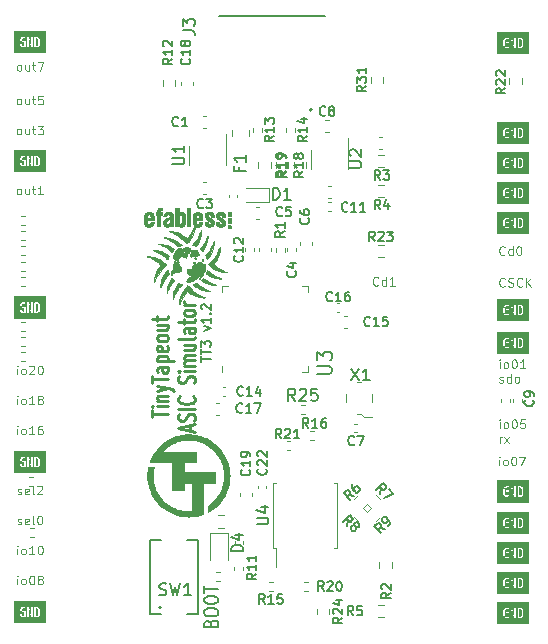
<source format=gbr>
G04 #@! TF.GenerationSoftware,KiCad,Pcbnew,7.0.10-7.0.10~ubuntu22.04.1*
G04 #@! TF.CreationDate,2024-01-11T21:49:49-05:00*
G04 #@! TF.ProjectId,caravel-breakout-fpga-ICE40UP5K-TT3,63617261-7665-46c2-9d62-7265616b6f75,1.2*
G04 #@! TF.SameCoordinates,PX2dc6c00PY42c1d80*
G04 #@! TF.FileFunction,Legend,Top*
G04 #@! TF.FilePolarity,Positive*
%FSLAX46Y46*%
G04 Gerber Fmt 4.6, Leading zero omitted, Abs format (unit mm)*
G04 Created by KiCad (PCBNEW 7.0.10-7.0.10~ubuntu22.04.1) date 2024-01-11 21:49:49*
%MOMM*%
%LPD*%
G01*
G04 APERTURE LIST*
%ADD10C,0.120000*%
%ADD11C,0.180000*%
%ADD12C,0.250000*%
%ADD13C,0.200000*%
%ADD14C,0.150000*%
%ADD15C,0.010000*%
G04 APERTURE END LIST*
D10*
X1135715Y47859276D02*
X1064286Y47894990D01*
X1064286Y47894990D02*
X1028572Y47930705D01*
X1028572Y47930705D02*
X992858Y48002133D01*
X992858Y48002133D02*
X992858Y48216419D01*
X992858Y48216419D02*
X1028572Y48287848D01*
X1028572Y48287848D02*
X1064286Y48323562D01*
X1064286Y48323562D02*
X1135715Y48359276D01*
X1135715Y48359276D02*
X1242858Y48359276D01*
X1242858Y48359276D02*
X1314286Y48323562D01*
X1314286Y48323562D02*
X1350001Y48287848D01*
X1350001Y48287848D02*
X1385715Y48216419D01*
X1385715Y48216419D02*
X1385715Y48002133D01*
X1385715Y48002133D02*
X1350001Y47930705D01*
X1350001Y47930705D02*
X1314286Y47894990D01*
X1314286Y47894990D02*
X1242858Y47859276D01*
X1242858Y47859276D02*
X1135715Y47859276D01*
X2028572Y48359276D02*
X2028572Y47859276D01*
X1707143Y48359276D02*
X1707143Y47966419D01*
X1707143Y47966419D02*
X1742857Y47894990D01*
X1742857Y47894990D02*
X1814286Y47859276D01*
X1814286Y47859276D02*
X1921429Y47859276D01*
X1921429Y47859276D02*
X1992857Y47894990D01*
X1992857Y47894990D02*
X2028572Y47930705D01*
X2278571Y48359276D02*
X2564285Y48359276D01*
X2385714Y48609276D02*
X2385714Y47966419D01*
X2385714Y47966419D02*
X2421428Y47894990D01*
X2421428Y47894990D02*
X2492857Y47859276D01*
X2492857Y47859276D02*
X2564285Y47859276D01*
X2742856Y48609276D02*
X3242856Y48609276D01*
X3242856Y48609276D02*
X2921428Y47859276D01*
X1046428Y19599276D02*
X1046428Y20099276D01*
X1046428Y20349276D02*
X1010714Y20313562D01*
X1010714Y20313562D02*
X1046428Y20277848D01*
X1046428Y20277848D02*
X1082142Y20313562D01*
X1082142Y20313562D02*
X1046428Y20349276D01*
X1046428Y20349276D02*
X1046428Y20277848D01*
X1510714Y19599276D02*
X1439285Y19634990D01*
X1439285Y19634990D02*
X1403571Y19670705D01*
X1403571Y19670705D02*
X1367857Y19742133D01*
X1367857Y19742133D02*
X1367857Y19956419D01*
X1367857Y19956419D02*
X1403571Y20027848D01*
X1403571Y20027848D02*
X1439285Y20063562D01*
X1439285Y20063562D02*
X1510714Y20099276D01*
X1510714Y20099276D02*
X1617857Y20099276D01*
X1617857Y20099276D02*
X1689285Y20063562D01*
X1689285Y20063562D02*
X1725000Y20027848D01*
X1725000Y20027848D02*
X1760714Y19956419D01*
X1760714Y19956419D02*
X1760714Y19742133D01*
X1760714Y19742133D02*
X1725000Y19670705D01*
X1725000Y19670705D02*
X1689285Y19634990D01*
X1689285Y19634990D02*
X1617857Y19599276D01*
X1617857Y19599276D02*
X1510714Y19599276D01*
X2474999Y19599276D02*
X2046428Y19599276D01*
X2260713Y19599276D02*
X2260713Y20349276D01*
X2260713Y20349276D02*
X2189285Y20242133D01*
X2189285Y20242133D02*
X2117856Y20170705D01*
X2117856Y20170705D02*
X2046428Y20134990D01*
X2903571Y20027848D02*
X2832142Y20063562D01*
X2832142Y20063562D02*
X2796428Y20099276D01*
X2796428Y20099276D02*
X2760714Y20170705D01*
X2760714Y20170705D02*
X2760714Y20206419D01*
X2760714Y20206419D02*
X2796428Y20277848D01*
X2796428Y20277848D02*
X2832142Y20313562D01*
X2832142Y20313562D02*
X2903571Y20349276D01*
X2903571Y20349276D02*
X3046428Y20349276D01*
X3046428Y20349276D02*
X3117857Y20313562D01*
X3117857Y20313562D02*
X3153571Y20277848D01*
X3153571Y20277848D02*
X3189285Y20206419D01*
X3189285Y20206419D02*
X3189285Y20170705D01*
X3189285Y20170705D02*
X3153571Y20099276D01*
X3153571Y20099276D02*
X3117857Y20063562D01*
X3117857Y20063562D02*
X3046428Y20027848D01*
X3046428Y20027848D02*
X2903571Y20027848D01*
X2903571Y20027848D02*
X2832142Y19992133D01*
X2832142Y19992133D02*
X2796428Y19956419D01*
X2796428Y19956419D02*
X2760714Y19884990D01*
X2760714Y19884990D02*
X2760714Y19742133D01*
X2760714Y19742133D02*
X2796428Y19670705D01*
X2796428Y19670705D02*
X2832142Y19634990D01*
X2832142Y19634990D02*
X2903571Y19599276D01*
X2903571Y19599276D02*
X3046428Y19599276D01*
X3046428Y19599276D02*
X3117857Y19634990D01*
X3117857Y19634990D02*
X3153571Y19670705D01*
X3153571Y19670705D02*
X3189285Y19742133D01*
X3189285Y19742133D02*
X3189285Y19884990D01*
X3189285Y19884990D02*
X3153571Y19956419D01*
X3153571Y19956419D02*
X3117857Y19992133D01*
X3117857Y19992133D02*
X3046428Y20027848D01*
X1135715Y44999276D02*
X1064286Y45034990D01*
X1064286Y45034990D02*
X1028572Y45070705D01*
X1028572Y45070705D02*
X992858Y45142133D01*
X992858Y45142133D02*
X992858Y45356419D01*
X992858Y45356419D02*
X1028572Y45427848D01*
X1028572Y45427848D02*
X1064286Y45463562D01*
X1064286Y45463562D02*
X1135715Y45499276D01*
X1135715Y45499276D02*
X1242858Y45499276D01*
X1242858Y45499276D02*
X1314286Y45463562D01*
X1314286Y45463562D02*
X1350001Y45427848D01*
X1350001Y45427848D02*
X1385715Y45356419D01*
X1385715Y45356419D02*
X1385715Y45142133D01*
X1385715Y45142133D02*
X1350001Y45070705D01*
X1350001Y45070705D02*
X1314286Y45034990D01*
X1314286Y45034990D02*
X1242858Y44999276D01*
X1242858Y44999276D02*
X1135715Y44999276D01*
X2028572Y45499276D02*
X2028572Y44999276D01*
X1707143Y45499276D02*
X1707143Y45106419D01*
X1707143Y45106419D02*
X1742857Y45034990D01*
X1742857Y45034990D02*
X1814286Y44999276D01*
X1814286Y44999276D02*
X1921429Y44999276D01*
X1921429Y44999276D02*
X1992857Y45034990D01*
X1992857Y45034990D02*
X2028572Y45070705D01*
X2278571Y45499276D02*
X2564285Y45499276D01*
X2385714Y45749276D02*
X2385714Y45106419D01*
X2385714Y45106419D02*
X2421428Y45034990D01*
X2421428Y45034990D02*
X2492857Y44999276D01*
X2492857Y44999276D02*
X2564285Y44999276D01*
X3171428Y45749276D02*
X2814285Y45749276D01*
X2814285Y45749276D02*
X2778571Y45392133D01*
X2778571Y45392133D02*
X2814285Y45427848D01*
X2814285Y45427848D02*
X2885714Y45463562D01*
X2885714Y45463562D02*
X3064285Y45463562D01*
X3064285Y45463562D02*
X3135714Y45427848D01*
X3135714Y45427848D02*
X3171428Y45392133D01*
X3171428Y45392133D02*
X3207142Y45320705D01*
X3207142Y45320705D02*
X3207142Y45142133D01*
X3207142Y45142133D02*
X3171428Y45070705D01*
X3171428Y45070705D02*
X3135714Y45034990D01*
X3135714Y45034990D02*
X3064285Y44999276D01*
X3064285Y44999276D02*
X2885714Y44999276D01*
X2885714Y44999276D02*
X2814285Y45034990D01*
X2814285Y45034990D02*
X2778571Y45070705D01*
X41887518Y22663026D02*
X41887518Y23163026D01*
X41887518Y23413026D02*
X41851804Y23377312D01*
X41851804Y23377312D02*
X41887518Y23341598D01*
X41887518Y23341598D02*
X41923232Y23377312D01*
X41923232Y23377312D02*
X41887518Y23413026D01*
X41887518Y23413026D02*
X41887518Y23341598D01*
X42351804Y22663026D02*
X42280375Y22698740D01*
X42280375Y22698740D02*
X42244661Y22734455D01*
X42244661Y22734455D02*
X42208947Y22805883D01*
X42208947Y22805883D02*
X42208947Y23020169D01*
X42208947Y23020169D02*
X42244661Y23091598D01*
X42244661Y23091598D02*
X42280375Y23127312D01*
X42280375Y23127312D02*
X42351804Y23163026D01*
X42351804Y23163026D02*
X42458947Y23163026D01*
X42458947Y23163026D02*
X42530375Y23127312D01*
X42530375Y23127312D02*
X42566090Y23091598D01*
X42566090Y23091598D02*
X42601804Y23020169D01*
X42601804Y23020169D02*
X42601804Y22805883D01*
X42601804Y22805883D02*
X42566090Y22734455D01*
X42566090Y22734455D02*
X42530375Y22698740D01*
X42530375Y22698740D02*
X42458947Y22663026D01*
X42458947Y22663026D02*
X42351804Y22663026D01*
X43066089Y23413026D02*
X43137518Y23413026D01*
X43137518Y23413026D02*
X43208946Y23377312D01*
X43208946Y23377312D02*
X43244661Y23341598D01*
X43244661Y23341598D02*
X43280375Y23270169D01*
X43280375Y23270169D02*
X43316089Y23127312D01*
X43316089Y23127312D02*
X43316089Y22948740D01*
X43316089Y22948740D02*
X43280375Y22805883D01*
X43280375Y22805883D02*
X43244661Y22734455D01*
X43244661Y22734455D02*
X43208946Y22698740D01*
X43208946Y22698740D02*
X43137518Y22663026D01*
X43137518Y22663026D02*
X43066089Y22663026D01*
X43066089Y22663026D02*
X42994661Y22698740D01*
X42994661Y22698740D02*
X42958946Y22734455D01*
X42958946Y22734455D02*
X42923232Y22805883D01*
X42923232Y22805883D02*
X42887518Y22948740D01*
X42887518Y22948740D02*
X42887518Y23127312D01*
X42887518Y23127312D02*
X42923232Y23270169D01*
X42923232Y23270169D02*
X42958946Y23341598D01*
X42958946Y23341598D02*
X42994661Y23377312D01*
X42994661Y23377312D02*
X43066089Y23413026D01*
X44030375Y22663026D02*
X43601804Y22663026D01*
X43816089Y22663026D02*
X43816089Y23413026D01*
X43816089Y23413026D02*
X43744661Y23305883D01*
X43744661Y23305883D02*
X43673232Y23234455D01*
X43673232Y23234455D02*
X43601804Y23198740D01*
X41851804Y21491240D02*
X41923232Y21455526D01*
X41923232Y21455526D02*
X42066089Y21455526D01*
X42066089Y21455526D02*
X42137518Y21491240D01*
X42137518Y21491240D02*
X42173232Y21562669D01*
X42173232Y21562669D02*
X42173232Y21598383D01*
X42173232Y21598383D02*
X42137518Y21669812D01*
X42137518Y21669812D02*
X42066089Y21705526D01*
X42066089Y21705526D02*
X41958947Y21705526D01*
X41958947Y21705526D02*
X41887518Y21741240D01*
X41887518Y21741240D02*
X41851804Y21812669D01*
X41851804Y21812669D02*
X41851804Y21848383D01*
X41851804Y21848383D02*
X41887518Y21919812D01*
X41887518Y21919812D02*
X41958947Y21955526D01*
X41958947Y21955526D02*
X42066089Y21955526D01*
X42066089Y21955526D02*
X42137518Y21919812D01*
X42816090Y21455526D02*
X42816090Y22205526D01*
X42816090Y21491240D02*
X42744661Y21455526D01*
X42744661Y21455526D02*
X42601804Y21455526D01*
X42601804Y21455526D02*
X42530375Y21491240D01*
X42530375Y21491240D02*
X42494661Y21526955D01*
X42494661Y21526955D02*
X42458947Y21598383D01*
X42458947Y21598383D02*
X42458947Y21812669D01*
X42458947Y21812669D02*
X42494661Y21884098D01*
X42494661Y21884098D02*
X42530375Y21919812D01*
X42530375Y21919812D02*
X42601804Y21955526D01*
X42601804Y21955526D02*
X42744661Y21955526D01*
X42744661Y21955526D02*
X42816090Y21919812D01*
X43280375Y21455526D02*
X43208946Y21491240D01*
X43208946Y21491240D02*
X43173232Y21526955D01*
X43173232Y21526955D02*
X43137518Y21598383D01*
X43137518Y21598383D02*
X43137518Y21812669D01*
X43137518Y21812669D02*
X43173232Y21884098D01*
X43173232Y21884098D02*
X43208946Y21919812D01*
X43208946Y21919812D02*
X43280375Y21955526D01*
X43280375Y21955526D02*
X43387518Y21955526D01*
X43387518Y21955526D02*
X43458946Y21919812D01*
X43458946Y21919812D02*
X43494661Y21884098D01*
X43494661Y21884098D02*
X43530375Y21812669D01*
X43530375Y21812669D02*
X43530375Y21598383D01*
X43530375Y21598383D02*
X43494661Y21526955D01*
X43494661Y21526955D02*
X43458946Y21491240D01*
X43458946Y21491240D02*
X43387518Y21455526D01*
X43387518Y21455526D02*
X43280375Y21455526D01*
D11*
X16592735Y23223810D02*
X16592735Y23680953D01*
X17392735Y23452381D02*
X16592735Y23452381D01*
X16592735Y23833334D02*
X16592735Y24290477D01*
X17392735Y24061905D02*
X16592735Y24061905D01*
X16592735Y24480953D02*
X16592735Y24976191D01*
X16592735Y24976191D02*
X16897497Y24709525D01*
X16897497Y24709525D02*
X16897497Y24823810D01*
X16897497Y24823810D02*
X16935592Y24900001D01*
X16935592Y24900001D02*
X16973687Y24938096D01*
X16973687Y24938096D02*
X17049878Y24976191D01*
X17049878Y24976191D02*
X17240354Y24976191D01*
X17240354Y24976191D02*
X17316544Y24938096D01*
X17316544Y24938096D02*
X17354640Y24900001D01*
X17354640Y24900001D02*
X17392735Y24823810D01*
X17392735Y24823810D02*
X17392735Y24595239D01*
X17392735Y24595239D02*
X17354640Y24519048D01*
X17354640Y24519048D02*
X17316544Y24480953D01*
X16859401Y25852382D02*
X17392735Y26042858D01*
X17392735Y26042858D02*
X16859401Y26233335D01*
X17392735Y26957144D02*
X17392735Y26500001D01*
X17392735Y26728573D02*
X16592735Y26728573D01*
X16592735Y26728573D02*
X16707020Y26652382D01*
X16707020Y26652382D02*
X16783211Y26576192D01*
X16783211Y26576192D02*
X16821306Y26500001D01*
X17316544Y27300002D02*
X17354640Y27338097D01*
X17354640Y27338097D02*
X17392735Y27300002D01*
X17392735Y27300002D02*
X17354640Y27261906D01*
X17354640Y27261906D02*
X17316544Y27300002D01*
X17316544Y27300002D02*
X17392735Y27300002D01*
X16668925Y27642858D02*
X16630830Y27680954D01*
X16630830Y27680954D02*
X16592735Y27757144D01*
X16592735Y27757144D02*
X16592735Y27947620D01*
X16592735Y27947620D02*
X16630830Y28023811D01*
X16630830Y28023811D02*
X16668925Y28061906D01*
X16668925Y28061906D02*
X16745116Y28100001D01*
X16745116Y28100001D02*
X16821306Y28100001D01*
X16821306Y28100001D02*
X16935592Y28061906D01*
X16935592Y28061906D02*
X17392735Y27604763D01*
X17392735Y27604763D02*
X17392735Y28100001D01*
D10*
X1046428Y4359276D02*
X1046428Y4859276D01*
X1046428Y5109276D02*
X1010714Y5073562D01*
X1010714Y5073562D02*
X1046428Y5037848D01*
X1046428Y5037848D02*
X1082142Y5073562D01*
X1082142Y5073562D02*
X1046428Y5109276D01*
X1046428Y5109276D02*
X1046428Y5037848D01*
X1510714Y4359276D02*
X1439285Y4394990D01*
X1439285Y4394990D02*
X1403571Y4430705D01*
X1403571Y4430705D02*
X1367857Y4502133D01*
X1367857Y4502133D02*
X1367857Y4716419D01*
X1367857Y4716419D02*
X1403571Y4787848D01*
X1403571Y4787848D02*
X1439285Y4823562D01*
X1439285Y4823562D02*
X1510714Y4859276D01*
X1510714Y4859276D02*
X1617857Y4859276D01*
X1617857Y4859276D02*
X1689285Y4823562D01*
X1689285Y4823562D02*
X1725000Y4787848D01*
X1725000Y4787848D02*
X1760714Y4716419D01*
X1760714Y4716419D02*
X1760714Y4502133D01*
X1760714Y4502133D02*
X1725000Y4430705D01*
X1725000Y4430705D02*
X1689285Y4394990D01*
X1689285Y4394990D02*
X1617857Y4359276D01*
X1617857Y4359276D02*
X1510714Y4359276D01*
X2224999Y5109276D02*
X2296428Y5109276D01*
X2296428Y5109276D02*
X2367856Y5073562D01*
X2367856Y5073562D02*
X2403571Y5037848D01*
X2403571Y5037848D02*
X2439285Y4966419D01*
X2439285Y4966419D02*
X2474999Y4823562D01*
X2474999Y4823562D02*
X2474999Y4644990D01*
X2474999Y4644990D02*
X2439285Y4502133D01*
X2439285Y4502133D02*
X2403571Y4430705D01*
X2403571Y4430705D02*
X2367856Y4394990D01*
X2367856Y4394990D02*
X2296428Y4359276D01*
X2296428Y4359276D02*
X2224999Y4359276D01*
X2224999Y4359276D02*
X2153571Y4394990D01*
X2153571Y4394990D02*
X2117856Y4430705D01*
X2117856Y4430705D02*
X2082142Y4502133D01*
X2082142Y4502133D02*
X2046428Y4644990D01*
X2046428Y4644990D02*
X2046428Y4823562D01*
X2046428Y4823562D02*
X2082142Y4966419D01*
X2082142Y4966419D02*
X2117856Y5037848D01*
X2117856Y5037848D02*
X2153571Y5073562D01*
X2153571Y5073562D02*
X2224999Y5109276D01*
X2903571Y4787848D02*
X2832142Y4823562D01*
X2832142Y4823562D02*
X2796428Y4859276D01*
X2796428Y4859276D02*
X2760714Y4930705D01*
X2760714Y4930705D02*
X2760714Y4966419D01*
X2760714Y4966419D02*
X2796428Y5037848D01*
X2796428Y5037848D02*
X2832142Y5073562D01*
X2832142Y5073562D02*
X2903571Y5109276D01*
X2903571Y5109276D02*
X3046428Y5109276D01*
X3046428Y5109276D02*
X3117857Y5073562D01*
X3117857Y5073562D02*
X3153571Y5037848D01*
X3153571Y5037848D02*
X3189285Y4966419D01*
X3189285Y4966419D02*
X3189285Y4930705D01*
X3189285Y4930705D02*
X3153571Y4859276D01*
X3153571Y4859276D02*
X3117857Y4823562D01*
X3117857Y4823562D02*
X3046428Y4787848D01*
X3046428Y4787848D02*
X2903571Y4787848D01*
X2903571Y4787848D02*
X2832142Y4752133D01*
X2832142Y4752133D02*
X2796428Y4716419D01*
X2796428Y4716419D02*
X2760714Y4644990D01*
X2760714Y4644990D02*
X2760714Y4502133D01*
X2760714Y4502133D02*
X2796428Y4430705D01*
X2796428Y4430705D02*
X2832142Y4394990D01*
X2832142Y4394990D02*
X2903571Y4359276D01*
X2903571Y4359276D02*
X3046428Y4359276D01*
X3046428Y4359276D02*
X3117857Y4394990D01*
X3117857Y4394990D02*
X3153571Y4430705D01*
X3153571Y4430705D02*
X3189285Y4502133D01*
X3189285Y4502133D02*
X3189285Y4644990D01*
X3189285Y4644990D02*
X3153571Y4716419D01*
X3153571Y4716419D02*
X3117857Y4752133D01*
X3117857Y4752133D02*
X3046428Y4787848D01*
X1064286Y12014990D02*
X1135714Y11979276D01*
X1135714Y11979276D02*
X1278571Y11979276D01*
X1278571Y11979276D02*
X1350000Y12014990D01*
X1350000Y12014990D02*
X1385714Y12086419D01*
X1385714Y12086419D02*
X1385714Y12122133D01*
X1385714Y12122133D02*
X1350000Y12193562D01*
X1350000Y12193562D02*
X1278571Y12229276D01*
X1278571Y12229276D02*
X1171429Y12229276D01*
X1171429Y12229276D02*
X1100000Y12264990D01*
X1100000Y12264990D02*
X1064286Y12336419D01*
X1064286Y12336419D02*
X1064286Y12372133D01*
X1064286Y12372133D02*
X1100000Y12443562D01*
X1100000Y12443562D02*
X1171429Y12479276D01*
X1171429Y12479276D02*
X1278571Y12479276D01*
X1278571Y12479276D02*
X1350000Y12443562D01*
X1992857Y12014990D02*
X1921429Y11979276D01*
X1921429Y11979276D02*
X1778572Y11979276D01*
X1778572Y11979276D02*
X1707143Y12014990D01*
X1707143Y12014990D02*
X1671429Y12086419D01*
X1671429Y12086419D02*
X1671429Y12372133D01*
X1671429Y12372133D02*
X1707143Y12443562D01*
X1707143Y12443562D02*
X1778572Y12479276D01*
X1778572Y12479276D02*
X1921429Y12479276D01*
X1921429Y12479276D02*
X1992857Y12443562D01*
X1992857Y12443562D02*
X2028572Y12372133D01*
X2028572Y12372133D02*
X2028572Y12300705D01*
X2028572Y12300705D02*
X1671429Y12229276D01*
X2457143Y11979276D02*
X2385714Y12014990D01*
X2385714Y12014990D02*
X2350000Y12086419D01*
X2350000Y12086419D02*
X2350000Y12729276D01*
X2707143Y12657848D02*
X2742857Y12693562D01*
X2742857Y12693562D02*
X2814286Y12729276D01*
X2814286Y12729276D02*
X2992857Y12729276D01*
X2992857Y12729276D02*
X3064286Y12693562D01*
X3064286Y12693562D02*
X3100000Y12657848D01*
X3100000Y12657848D02*
X3135714Y12586419D01*
X3135714Y12586419D02*
X3135714Y12514990D01*
X3135714Y12514990D02*
X3100000Y12407848D01*
X3100000Y12407848D02*
X2671428Y11979276D01*
X2671428Y11979276D02*
X3135714Y11979276D01*
X31586089Y29730705D02*
X31550375Y29694990D01*
X31550375Y29694990D02*
X31443232Y29659276D01*
X31443232Y29659276D02*
X31371804Y29659276D01*
X31371804Y29659276D02*
X31264661Y29694990D01*
X31264661Y29694990D02*
X31193232Y29766419D01*
X31193232Y29766419D02*
X31157518Y29837848D01*
X31157518Y29837848D02*
X31121804Y29980705D01*
X31121804Y29980705D02*
X31121804Y30087848D01*
X31121804Y30087848D02*
X31157518Y30230705D01*
X31157518Y30230705D02*
X31193232Y30302133D01*
X31193232Y30302133D02*
X31264661Y30373562D01*
X31264661Y30373562D02*
X31371804Y30409276D01*
X31371804Y30409276D02*
X31443232Y30409276D01*
X31443232Y30409276D02*
X31550375Y30373562D01*
X31550375Y30373562D02*
X31586089Y30337848D01*
X32228947Y29659276D02*
X32228947Y30409276D01*
X32228947Y29694990D02*
X32157518Y29659276D01*
X32157518Y29659276D02*
X32014661Y29659276D01*
X32014661Y29659276D02*
X31943232Y29694990D01*
X31943232Y29694990D02*
X31907518Y29730705D01*
X31907518Y29730705D02*
X31871804Y29802133D01*
X31871804Y29802133D02*
X31871804Y30016419D01*
X31871804Y30016419D02*
X31907518Y30087848D01*
X31907518Y30087848D02*
X31943232Y30123562D01*
X31943232Y30123562D02*
X32014661Y30159276D01*
X32014661Y30159276D02*
X32157518Y30159276D01*
X32157518Y30159276D02*
X32228947Y30123562D01*
X32978946Y29659276D02*
X32550375Y29659276D01*
X32764660Y29659276D02*
X32764660Y30409276D01*
X32764660Y30409276D02*
X32693232Y30302133D01*
X32693232Y30302133D02*
X32621803Y30230705D01*
X32621803Y30230705D02*
X32550375Y30194990D01*
X1046428Y6899276D02*
X1046428Y7399276D01*
X1046428Y7649276D02*
X1010714Y7613562D01*
X1010714Y7613562D02*
X1046428Y7577848D01*
X1046428Y7577848D02*
X1082142Y7613562D01*
X1082142Y7613562D02*
X1046428Y7649276D01*
X1046428Y7649276D02*
X1046428Y7577848D01*
X1510714Y6899276D02*
X1439285Y6934990D01*
X1439285Y6934990D02*
X1403571Y6970705D01*
X1403571Y6970705D02*
X1367857Y7042133D01*
X1367857Y7042133D02*
X1367857Y7256419D01*
X1367857Y7256419D02*
X1403571Y7327848D01*
X1403571Y7327848D02*
X1439285Y7363562D01*
X1439285Y7363562D02*
X1510714Y7399276D01*
X1510714Y7399276D02*
X1617857Y7399276D01*
X1617857Y7399276D02*
X1689285Y7363562D01*
X1689285Y7363562D02*
X1725000Y7327848D01*
X1725000Y7327848D02*
X1760714Y7256419D01*
X1760714Y7256419D02*
X1760714Y7042133D01*
X1760714Y7042133D02*
X1725000Y6970705D01*
X1725000Y6970705D02*
X1689285Y6934990D01*
X1689285Y6934990D02*
X1617857Y6899276D01*
X1617857Y6899276D02*
X1510714Y6899276D01*
X2474999Y6899276D02*
X2046428Y6899276D01*
X2260713Y6899276D02*
X2260713Y7649276D01*
X2260713Y7649276D02*
X2189285Y7542133D01*
X2189285Y7542133D02*
X2117856Y7470705D01*
X2117856Y7470705D02*
X2046428Y7434990D01*
X2939285Y7649276D02*
X3010714Y7649276D01*
X3010714Y7649276D02*
X3082142Y7613562D01*
X3082142Y7613562D02*
X3117857Y7577848D01*
X3117857Y7577848D02*
X3153571Y7506419D01*
X3153571Y7506419D02*
X3189285Y7363562D01*
X3189285Y7363562D02*
X3189285Y7184990D01*
X3189285Y7184990D02*
X3153571Y7042133D01*
X3153571Y7042133D02*
X3117857Y6970705D01*
X3117857Y6970705D02*
X3082142Y6934990D01*
X3082142Y6934990D02*
X3010714Y6899276D01*
X3010714Y6899276D02*
X2939285Y6899276D01*
X2939285Y6899276D02*
X2867857Y6934990D01*
X2867857Y6934990D02*
X2832142Y6970705D01*
X2832142Y6970705D02*
X2796428Y7042133D01*
X2796428Y7042133D02*
X2760714Y7184990D01*
X2760714Y7184990D02*
X2760714Y7363562D01*
X2760714Y7363562D02*
X2796428Y7506419D01*
X2796428Y7506419D02*
X2832142Y7577848D01*
X2832142Y7577848D02*
X2867857Y7613562D01*
X2867857Y7613562D02*
X2939285Y7649276D01*
D12*
X12411666Y18538096D02*
X12411666Y19109524D01*
X13811666Y18823810D02*
X12411666Y18823810D01*
X13811666Y19442858D02*
X12878333Y19442858D01*
X12411666Y19442858D02*
X12478333Y19395239D01*
X12478333Y19395239D02*
X12545000Y19442858D01*
X12545000Y19442858D02*
X12478333Y19490477D01*
X12478333Y19490477D02*
X12411666Y19442858D01*
X12411666Y19442858D02*
X12545000Y19442858D01*
X12878333Y19919048D02*
X13811666Y19919048D01*
X13011666Y19919048D02*
X12945000Y19966667D01*
X12945000Y19966667D02*
X12878333Y20061905D01*
X12878333Y20061905D02*
X12878333Y20204762D01*
X12878333Y20204762D02*
X12945000Y20300000D01*
X12945000Y20300000D02*
X13078333Y20347619D01*
X13078333Y20347619D02*
X13811666Y20347619D01*
X12878333Y20728572D02*
X13811666Y20966667D01*
X12878333Y21204762D02*
X13811666Y20966667D01*
X13811666Y20966667D02*
X14145000Y20871429D01*
X14145000Y20871429D02*
X14211666Y20823810D01*
X14211666Y20823810D02*
X14278333Y20728572D01*
X12411666Y21442858D02*
X12411666Y22014286D01*
X13811666Y21728572D02*
X12411666Y21728572D01*
X13811666Y22776191D02*
X13078333Y22776191D01*
X13078333Y22776191D02*
X12945000Y22728572D01*
X12945000Y22728572D02*
X12878333Y22633334D01*
X12878333Y22633334D02*
X12878333Y22442858D01*
X12878333Y22442858D02*
X12945000Y22347620D01*
X13745000Y22776191D02*
X13811666Y22680953D01*
X13811666Y22680953D02*
X13811666Y22442858D01*
X13811666Y22442858D02*
X13745000Y22347620D01*
X13745000Y22347620D02*
X13611666Y22300001D01*
X13611666Y22300001D02*
X13478333Y22300001D01*
X13478333Y22300001D02*
X13345000Y22347620D01*
X13345000Y22347620D02*
X13278333Y22442858D01*
X13278333Y22442858D02*
X13278333Y22680953D01*
X13278333Y22680953D02*
X13211666Y22776191D01*
X12878333Y23252382D02*
X14278333Y23252382D01*
X12945000Y23252382D02*
X12878333Y23347620D01*
X12878333Y23347620D02*
X12878333Y23538096D01*
X12878333Y23538096D02*
X12945000Y23633334D01*
X12945000Y23633334D02*
X13011666Y23680953D01*
X13011666Y23680953D02*
X13145000Y23728572D01*
X13145000Y23728572D02*
X13545000Y23728572D01*
X13545000Y23728572D02*
X13678333Y23680953D01*
X13678333Y23680953D02*
X13745000Y23633334D01*
X13745000Y23633334D02*
X13811666Y23538096D01*
X13811666Y23538096D02*
X13811666Y23347620D01*
X13811666Y23347620D02*
X13745000Y23252382D01*
X13745000Y24538096D02*
X13811666Y24442858D01*
X13811666Y24442858D02*
X13811666Y24252382D01*
X13811666Y24252382D02*
X13745000Y24157144D01*
X13745000Y24157144D02*
X13611666Y24109525D01*
X13611666Y24109525D02*
X13078333Y24109525D01*
X13078333Y24109525D02*
X12945000Y24157144D01*
X12945000Y24157144D02*
X12878333Y24252382D01*
X12878333Y24252382D02*
X12878333Y24442858D01*
X12878333Y24442858D02*
X12945000Y24538096D01*
X12945000Y24538096D02*
X13078333Y24585715D01*
X13078333Y24585715D02*
X13211666Y24585715D01*
X13211666Y24585715D02*
X13345000Y24109525D01*
X13811666Y25157144D02*
X13745000Y25061906D01*
X13745000Y25061906D02*
X13678333Y25014287D01*
X13678333Y25014287D02*
X13545000Y24966668D01*
X13545000Y24966668D02*
X13145000Y24966668D01*
X13145000Y24966668D02*
X13011666Y25014287D01*
X13011666Y25014287D02*
X12945000Y25061906D01*
X12945000Y25061906D02*
X12878333Y25157144D01*
X12878333Y25157144D02*
X12878333Y25300001D01*
X12878333Y25300001D02*
X12945000Y25395239D01*
X12945000Y25395239D02*
X13011666Y25442858D01*
X13011666Y25442858D02*
X13145000Y25490477D01*
X13145000Y25490477D02*
X13545000Y25490477D01*
X13545000Y25490477D02*
X13678333Y25442858D01*
X13678333Y25442858D02*
X13745000Y25395239D01*
X13745000Y25395239D02*
X13811666Y25300001D01*
X13811666Y25300001D02*
X13811666Y25157144D01*
X12878333Y26347620D02*
X13811666Y26347620D01*
X12878333Y25919049D02*
X13611666Y25919049D01*
X13611666Y25919049D02*
X13745000Y25966668D01*
X13745000Y25966668D02*
X13811666Y26061906D01*
X13811666Y26061906D02*
X13811666Y26204763D01*
X13811666Y26204763D02*
X13745000Y26300001D01*
X13745000Y26300001D02*
X13678333Y26347620D01*
X12878333Y26680954D02*
X12878333Y27061906D01*
X12411666Y26823811D02*
X13611666Y26823811D01*
X13611666Y26823811D02*
X13745000Y26871430D01*
X13745000Y26871430D02*
X13811666Y26966668D01*
X13811666Y26966668D02*
X13811666Y27061906D01*
X15665666Y17371429D02*
X15665666Y17847619D01*
X16065666Y17276191D02*
X14665666Y17609524D01*
X14665666Y17609524D02*
X16065666Y17942857D01*
X15999000Y18228572D02*
X16065666Y18371429D01*
X16065666Y18371429D02*
X16065666Y18609524D01*
X16065666Y18609524D02*
X15999000Y18704762D01*
X15999000Y18704762D02*
X15932333Y18752381D01*
X15932333Y18752381D02*
X15799000Y18800000D01*
X15799000Y18800000D02*
X15665666Y18800000D01*
X15665666Y18800000D02*
X15532333Y18752381D01*
X15532333Y18752381D02*
X15465666Y18704762D01*
X15465666Y18704762D02*
X15399000Y18609524D01*
X15399000Y18609524D02*
X15332333Y18419048D01*
X15332333Y18419048D02*
X15265666Y18323810D01*
X15265666Y18323810D02*
X15199000Y18276191D01*
X15199000Y18276191D02*
X15065666Y18228572D01*
X15065666Y18228572D02*
X14932333Y18228572D01*
X14932333Y18228572D02*
X14799000Y18276191D01*
X14799000Y18276191D02*
X14732333Y18323810D01*
X14732333Y18323810D02*
X14665666Y18419048D01*
X14665666Y18419048D02*
X14665666Y18657143D01*
X14665666Y18657143D02*
X14732333Y18800000D01*
X16065666Y19228572D02*
X14665666Y19228572D01*
X15932333Y20276190D02*
X15999000Y20228571D01*
X15999000Y20228571D02*
X16065666Y20085714D01*
X16065666Y20085714D02*
X16065666Y19990476D01*
X16065666Y19990476D02*
X15999000Y19847619D01*
X15999000Y19847619D02*
X15865666Y19752381D01*
X15865666Y19752381D02*
X15732333Y19704762D01*
X15732333Y19704762D02*
X15465666Y19657143D01*
X15465666Y19657143D02*
X15265666Y19657143D01*
X15265666Y19657143D02*
X14999000Y19704762D01*
X14999000Y19704762D02*
X14865666Y19752381D01*
X14865666Y19752381D02*
X14732333Y19847619D01*
X14732333Y19847619D02*
X14665666Y19990476D01*
X14665666Y19990476D02*
X14665666Y20085714D01*
X14665666Y20085714D02*
X14732333Y20228571D01*
X14732333Y20228571D02*
X14799000Y20276190D01*
X15999000Y21419048D02*
X16065666Y21561905D01*
X16065666Y21561905D02*
X16065666Y21800000D01*
X16065666Y21800000D02*
X15999000Y21895238D01*
X15999000Y21895238D02*
X15932333Y21942857D01*
X15932333Y21942857D02*
X15799000Y21990476D01*
X15799000Y21990476D02*
X15665666Y21990476D01*
X15665666Y21990476D02*
X15532333Y21942857D01*
X15532333Y21942857D02*
X15465666Y21895238D01*
X15465666Y21895238D02*
X15399000Y21800000D01*
X15399000Y21800000D02*
X15332333Y21609524D01*
X15332333Y21609524D02*
X15265666Y21514286D01*
X15265666Y21514286D02*
X15199000Y21466667D01*
X15199000Y21466667D02*
X15065666Y21419048D01*
X15065666Y21419048D02*
X14932333Y21419048D01*
X14932333Y21419048D02*
X14799000Y21466667D01*
X14799000Y21466667D02*
X14732333Y21514286D01*
X14732333Y21514286D02*
X14665666Y21609524D01*
X14665666Y21609524D02*
X14665666Y21847619D01*
X14665666Y21847619D02*
X14732333Y21990476D01*
X16065666Y22419048D02*
X15132333Y22419048D01*
X14665666Y22419048D02*
X14732333Y22371429D01*
X14732333Y22371429D02*
X14799000Y22419048D01*
X14799000Y22419048D02*
X14732333Y22466667D01*
X14732333Y22466667D02*
X14665666Y22419048D01*
X14665666Y22419048D02*
X14799000Y22419048D01*
X16065666Y22895238D02*
X15132333Y22895238D01*
X15265666Y22895238D02*
X15199000Y22942857D01*
X15199000Y22942857D02*
X15132333Y23038095D01*
X15132333Y23038095D02*
X15132333Y23180952D01*
X15132333Y23180952D02*
X15199000Y23276190D01*
X15199000Y23276190D02*
X15332333Y23323809D01*
X15332333Y23323809D02*
X16065666Y23323809D01*
X15332333Y23323809D02*
X15199000Y23371428D01*
X15199000Y23371428D02*
X15132333Y23466666D01*
X15132333Y23466666D02*
X15132333Y23609523D01*
X15132333Y23609523D02*
X15199000Y23704762D01*
X15199000Y23704762D02*
X15332333Y23752381D01*
X15332333Y23752381D02*
X16065666Y23752381D01*
X15132333Y24657142D02*
X16065666Y24657142D01*
X15132333Y24228571D02*
X15865666Y24228571D01*
X15865666Y24228571D02*
X15999000Y24276190D01*
X15999000Y24276190D02*
X16065666Y24371428D01*
X16065666Y24371428D02*
X16065666Y24514285D01*
X16065666Y24514285D02*
X15999000Y24609523D01*
X15999000Y24609523D02*
X15932333Y24657142D01*
X16065666Y25276190D02*
X15999000Y25180952D01*
X15999000Y25180952D02*
X15865666Y25133333D01*
X15865666Y25133333D02*
X14665666Y25133333D01*
X16065666Y26085714D02*
X15332333Y26085714D01*
X15332333Y26085714D02*
X15199000Y26038095D01*
X15199000Y26038095D02*
X15132333Y25942857D01*
X15132333Y25942857D02*
X15132333Y25752381D01*
X15132333Y25752381D02*
X15199000Y25657143D01*
X15999000Y26085714D02*
X16065666Y25990476D01*
X16065666Y25990476D02*
X16065666Y25752381D01*
X16065666Y25752381D02*
X15999000Y25657143D01*
X15999000Y25657143D02*
X15865666Y25609524D01*
X15865666Y25609524D02*
X15732333Y25609524D01*
X15732333Y25609524D02*
X15599000Y25657143D01*
X15599000Y25657143D02*
X15532333Y25752381D01*
X15532333Y25752381D02*
X15532333Y25990476D01*
X15532333Y25990476D02*
X15465666Y26085714D01*
X15132333Y26419048D02*
X15132333Y26800000D01*
X14665666Y26561905D02*
X15865666Y26561905D01*
X15865666Y26561905D02*
X15999000Y26609524D01*
X15999000Y26609524D02*
X16065666Y26704762D01*
X16065666Y26704762D02*
X16065666Y26800000D01*
X16065666Y27276191D02*
X15999000Y27180953D01*
X15999000Y27180953D02*
X15932333Y27133334D01*
X15932333Y27133334D02*
X15799000Y27085715D01*
X15799000Y27085715D02*
X15399000Y27085715D01*
X15399000Y27085715D02*
X15265666Y27133334D01*
X15265666Y27133334D02*
X15199000Y27180953D01*
X15199000Y27180953D02*
X15132333Y27276191D01*
X15132333Y27276191D02*
X15132333Y27419048D01*
X15132333Y27419048D02*
X15199000Y27514286D01*
X15199000Y27514286D02*
X15265666Y27561905D01*
X15265666Y27561905D02*
X15399000Y27609524D01*
X15399000Y27609524D02*
X15799000Y27609524D01*
X15799000Y27609524D02*
X15932333Y27561905D01*
X15932333Y27561905D02*
X15999000Y27514286D01*
X15999000Y27514286D02*
X16065666Y27419048D01*
X16065666Y27419048D02*
X16065666Y27276191D01*
X16065666Y28038096D02*
X15132333Y28038096D01*
X15399000Y28038096D02*
X15265666Y28085715D01*
X15265666Y28085715D02*
X15199000Y28133334D01*
X15199000Y28133334D02*
X15132333Y28228572D01*
X15132333Y28228572D02*
X15132333Y28323810D01*
D10*
X1064286Y9474990D02*
X1135714Y9439276D01*
X1135714Y9439276D02*
X1278571Y9439276D01*
X1278571Y9439276D02*
X1350000Y9474990D01*
X1350000Y9474990D02*
X1385714Y9546419D01*
X1385714Y9546419D02*
X1385714Y9582133D01*
X1385714Y9582133D02*
X1350000Y9653562D01*
X1350000Y9653562D02*
X1278571Y9689276D01*
X1278571Y9689276D02*
X1171429Y9689276D01*
X1171429Y9689276D02*
X1100000Y9724990D01*
X1100000Y9724990D02*
X1064286Y9796419D01*
X1064286Y9796419D02*
X1064286Y9832133D01*
X1064286Y9832133D02*
X1100000Y9903562D01*
X1100000Y9903562D02*
X1171429Y9939276D01*
X1171429Y9939276D02*
X1278571Y9939276D01*
X1278571Y9939276D02*
X1350000Y9903562D01*
X1992857Y9474990D02*
X1921429Y9439276D01*
X1921429Y9439276D02*
X1778572Y9439276D01*
X1778572Y9439276D02*
X1707143Y9474990D01*
X1707143Y9474990D02*
X1671429Y9546419D01*
X1671429Y9546419D02*
X1671429Y9832133D01*
X1671429Y9832133D02*
X1707143Y9903562D01*
X1707143Y9903562D02*
X1778572Y9939276D01*
X1778572Y9939276D02*
X1921429Y9939276D01*
X1921429Y9939276D02*
X1992857Y9903562D01*
X1992857Y9903562D02*
X2028572Y9832133D01*
X2028572Y9832133D02*
X2028572Y9760705D01*
X2028572Y9760705D02*
X1671429Y9689276D01*
X2457143Y9439276D02*
X2385714Y9474990D01*
X2385714Y9474990D02*
X2350000Y9546419D01*
X2350000Y9546419D02*
X2350000Y10189276D01*
X2885714Y10189276D02*
X2957143Y10189276D01*
X2957143Y10189276D02*
X3028571Y10153562D01*
X3028571Y10153562D02*
X3064286Y10117848D01*
X3064286Y10117848D02*
X3100000Y10046419D01*
X3100000Y10046419D02*
X3135714Y9903562D01*
X3135714Y9903562D02*
X3135714Y9724990D01*
X3135714Y9724990D02*
X3100000Y9582133D01*
X3100000Y9582133D02*
X3064286Y9510705D01*
X3064286Y9510705D02*
X3028571Y9474990D01*
X3028571Y9474990D02*
X2957143Y9439276D01*
X2957143Y9439276D02*
X2885714Y9439276D01*
X2885714Y9439276D02*
X2814286Y9474990D01*
X2814286Y9474990D02*
X2778571Y9510705D01*
X2778571Y9510705D02*
X2742857Y9582133D01*
X2742857Y9582133D02*
X2707143Y9724990D01*
X2707143Y9724990D02*
X2707143Y9903562D01*
X2707143Y9903562D02*
X2742857Y10046419D01*
X2742857Y10046419D02*
X2778571Y10117848D01*
X2778571Y10117848D02*
X2814286Y10153562D01*
X2814286Y10153562D02*
X2885714Y10189276D01*
X1135715Y42459276D02*
X1064286Y42494990D01*
X1064286Y42494990D02*
X1028572Y42530705D01*
X1028572Y42530705D02*
X992858Y42602133D01*
X992858Y42602133D02*
X992858Y42816419D01*
X992858Y42816419D02*
X1028572Y42887848D01*
X1028572Y42887848D02*
X1064286Y42923562D01*
X1064286Y42923562D02*
X1135715Y42959276D01*
X1135715Y42959276D02*
X1242858Y42959276D01*
X1242858Y42959276D02*
X1314286Y42923562D01*
X1314286Y42923562D02*
X1350001Y42887848D01*
X1350001Y42887848D02*
X1385715Y42816419D01*
X1385715Y42816419D02*
X1385715Y42602133D01*
X1385715Y42602133D02*
X1350001Y42530705D01*
X1350001Y42530705D02*
X1314286Y42494990D01*
X1314286Y42494990D02*
X1242858Y42459276D01*
X1242858Y42459276D02*
X1135715Y42459276D01*
X2028572Y42959276D02*
X2028572Y42459276D01*
X1707143Y42959276D02*
X1707143Y42566419D01*
X1707143Y42566419D02*
X1742857Y42494990D01*
X1742857Y42494990D02*
X1814286Y42459276D01*
X1814286Y42459276D02*
X1921429Y42459276D01*
X1921429Y42459276D02*
X1992857Y42494990D01*
X1992857Y42494990D02*
X2028572Y42530705D01*
X2278571Y42959276D02*
X2564285Y42959276D01*
X2385714Y43209276D02*
X2385714Y42566419D01*
X2385714Y42566419D02*
X2421428Y42494990D01*
X2421428Y42494990D02*
X2492857Y42459276D01*
X2492857Y42459276D02*
X2564285Y42459276D01*
X2742856Y43209276D02*
X3207142Y43209276D01*
X3207142Y43209276D02*
X2957142Y42923562D01*
X2957142Y42923562D02*
X3064285Y42923562D01*
X3064285Y42923562D02*
X3135714Y42887848D01*
X3135714Y42887848D02*
X3171428Y42852133D01*
X3171428Y42852133D02*
X3207142Y42780705D01*
X3207142Y42780705D02*
X3207142Y42602133D01*
X3207142Y42602133D02*
X3171428Y42530705D01*
X3171428Y42530705D02*
X3135714Y42494990D01*
X3135714Y42494990D02*
X3064285Y42459276D01*
X3064285Y42459276D02*
X2849999Y42459276D01*
X2849999Y42459276D02*
X2778571Y42494990D01*
X2778571Y42494990D02*
X2742856Y42530705D01*
X1135715Y37379276D02*
X1064286Y37414990D01*
X1064286Y37414990D02*
X1028572Y37450705D01*
X1028572Y37450705D02*
X992858Y37522133D01*
X992858Y37522133D02*
X992858Y37736419D01*
X992858Y37736419D02*
X1028572Y37807848D01*
X1028572Y37807848D02*
X1064286Y37843562D01*
X1064286Y37843562D02*
X1135715Y37879276D01*
X1135715Y37879276D02*
X1242858Y37879276D01*
X1242858Y37879276D02*
X1314286Y37843562D01*
X1314286Y37843562D02*
X1350001Y37807848D01*
X1350001Y37807848D02*
X1385715Y37736419D01*
X1385715Y37736419D02*
X1385715Y37522133D01*
X1385715Y37522133D02*
X1350001Y37450705D01*
X1350001Y37450705D02*
X1314286Y37414990D01*
X1314286Y37414990D02*
X1242858Y37379276D01*
X1242858Y37379276D02*
X1135715Y37379276D01*
X2028572Y37879276D02*
X2028572Y37379276D01*
X1707143Y37879276D02*
X1707143Y37486419D01*
X1707143Y37486419D02*
X1742857Y37414990D01*
X1742857Y37414990D02*
X1814286Y37379276D01*
X1814286Y37379276D02*
X1921429Y37379276D01*
X1921429Y37379276D02*
X1992857Y37414990D01*
X1992857Y37414990D02*
X2028572Y37450705D01*
X2278571Y37879276D02*
X2564285Y37879276D01*
X2385714Y38129276D02*
X2385714Y37486419D01*
X2385714Y37486419D02*
X2421428Y37414990D01*
X2421428Y37414990D02*
X2492857Y37379276D01*
X2492857Y37379276D02*
X2564285Y37379276D01*
X3207142Y37379276D02*
X2778571Y37379276D01*
X2992856Y37379276D02*
X2992856Y38129276D01*
X2992856Y38129276D02*
X2921428Y38022133D01*
X2921428Y38022133D02*
X2849999Y37950705D01*
X2849999Y37950705D02*
X2778571Y37914990D01*
X41846428Y14439276D02*
X41846428Y14939276D01*
X41846428Y15189276D02*
X41810714Y15153562D01*
X41810714Y15153562D02*
X41846428Y15117848D01*
X41846428Y15117848D02*
X41882142Y15153562D01*
X41882142Y15153562D02*
X41846428Y15189276D01*
X41846428Y15189276D02*
X41846428Y15117848D01*
X42310714Y14439276D02*
X42239285Y14474990D01*
X42239285Y14474990D02*
X42203571Y14510705D01*
X42203571Y14510705D02*
X42167857Y14582133D01*
X42167857Y14582133D02*
X42167857Y14796419D01*
X42167857Y14796419D02*
X42203571Y14867848D01*
X42203571Y14867848D02*
X42239285Y14903562D01*
X42239285Y14903562D02*
X42310714Y14939276D01*
X42310714Y14939276D02*
X42417857Y14939276D01*
X42417857Y14939276D02*
X42489285Y14903562D01*
X42489285Y14903562D02*
X42525000Y14867848D01*
X42525000Y14867848D02*
X42560714Y14796419D01*
X42560714Y14796419D02*
X42560714Y14582133D01*
X42560714Y14582133D02*
X42525000Y14510705D01*
X42525000Y14510705D02*
X42489285Y14474990D01*
X42489285Y14474990D02*
X42417857Y14439276D01*
X42417857Y14439276D02*
X42310714Y14439276D01*
X43024999Y15189276D02*
X43096428Y15189276D01*
X43096428Y15189276D02*
X43167856Y15153562D01*
X43167856Y15153562D02*
X43203571Y15117848D01*
X43203571Y15117848D02*
X43239285Y15046419D01*
X43239285Y15046419D02*
X43274999Y14903562D01*
X43274999Y14903562D02*
X43274999Y14724990D01*
X43274999Y14724990D02*
X43239285Y14582133D01*
X43239285Y14582133D02*
X43203571Y14510705D01*
X43203571Y14510705D02*
X43167856Y14474990D01*
X43167856Y14474990D02*
X43096428Y14439276D01*
X43096428Y14439276D02*
X43024999Y14439276D01*
X43024999Y14439276D02*
X42953571Y14474990D01*
X42953571Y14474990D02*
X42917856Y14510705D01*
X42917856Y14510705D02*
X42882142Y14582133D01*
X42882142Y14582133D02*
X42846428Y14724990D01*
X42846428Y14724990D02*
X42846428Y14903562D01*
X42846428Y14903562D02*
X42882142Y15046419D01*
X42882142Y15046419D02*
X42917856Y15117848D01*
X42917856Y15117848D02*
X42953571Y15153562D01*
X42953571Y15153562D02*
X43024999Y15189276D01*
X43524999Y15189276D02*
X44024999Y15189276D01*
X44024999Y15189276D02*
X43703571Y14439276D01*
X42316089Y32330705D02*
X42280375Y32294990D01*
X42280375Y32294990D02*
X42173232Y32259276D01*
X42173232Y32259276D02*
X42101804Y32259276D01*
X42101804Y32259276D02*
X41994661Y32294990D01*
X41994661Y32294990D02*
X41923232Y32366419D01*
X41923232Y32366419D02*
X41887518Y32437848D01*
X41887518Y32437848D02*
X41851804Y32580705D01*
X41851804Y32580705D02*
X41851804Y32687848D01*
X41851804Y32687848D02*
X41887518Y32830705D01*
X41887518Y32830705D02*
X41923232Y32902133D01*
X41923232Y32902133D02*
X41994661Y32973562D01*
X41994661Y32973562D02*
X42101804Y33009276D01*
X42101804Y33009276D02*
X42173232Y33009276D01*
X42173232Y33009276D02*
X42280375Y32973562D01*
X42280375Y32973562D02*
X42316089Y32937848D01*
X42958947Y32259276D02*
X42958947Y33009276D01*
X42958947Y32294990D02*
X42887518Y32259276D01*
X42887518Y32259276D02*
X42744661Y32259276D01*
X42744661Y32259276D02*
X42673232Y32294990D01*
X42673232Y32294990D02*
X42637518Y32330705D01*
X42637518Y32330705D02*
X42601804Y32402133D01*
X42601804Y32402133D02*
X42601804Y32616419D01*
X42601804Y32616419D02*
X42637518Y32687848D01*
X42637518Y32687848D02*
X42673232Y32723562D01*
X42673232Y32723562D02*
X42744661Y32759276D01*
X42744661Y32759276D02*
X42887518Y32759276D01*
X42887518Y32759276D02*
X42958947Y32723562D01*
X43458946Y33009276D02*
X43530375Y33009276D01*
X43530375Y33009276D02*
X43601803Y32973562D01*
X43601803Y32973562D02*
X43637518Y32937848D01*
X43637518Y32937848D02*
X43673232Y32866419D01*
X43673232Y32866419D02*
X43708946Y32723562D01*
X43708946Y32723562D02*
X43708946Y32544990D01*
X43708946Y32544990D02*
X43673232Y32402133D01*
X43673232Y32402133D02*
X43637518Y32330705D01*
X43637518Y32330705D02*
X43601803Y32294990D01*
X43601803Y32294990D02*
X43530375Y32259276D01*
X43530375Y32259276D02*
X43458946Y32259276D01*
X43458946Y32259276D02*
X43387518Y32294990D01*
X43387518Y32294990D02*
X43351803Y32330705D01*
X43351803Y32330705D02*
X43316089Y32402133D01*
X43316089Y32402133D02*
X43280375Y32544990D01*
X43280375Y32544990D02*
X43280375Y32723562D01*
X43280375Y32723562D02*
X43316089Y32866419D01*
X43316089Y32866419D02*
X43351803Y32937848D01*
X43351803Y32937848D02*
X43387518Y32973562D01*
X43387518Y32973562D02*
X43458946Y33009276D01*
X1046428Y17059276D02*
X1046428Y17559276D01*
X1046428Y17809276D02*
X1010714Y17773562D01*
X1010714Y17773562D02*
X1046428Y17737848D01*
X1046428Y17737848D02*
X1082142Y17773562D01*
X1082142Y17773562D02*
X1046428Y17809276D01*
X1046428Y17809276D02*
X1046428Y17737848D01*
X1510714Y17059276D02*
X1439285Y17094990D01*
X1439285Y17094990D02*
X1403571Y17130705D01*
X1403571Y17130705D02*
X1367857Y17202133D01*
X1367857Y17202133D02*
X1367857Y17416419D01*
X1367857Y17416419D02*
X1403571Y17487848D01*
X1403571Y17487848D02*
X1439285Y17523562D01*
X1439285Y17523562D02*
X1510714Y17559276D01*
X1510714Y17559276D02*
X1617857Y17559276D01*
X1617857Y17559276D02*
X1689285Y17523562D01*
X1689285Y17523562D02*
X1725000Y17487848D01*
X1725000Y17487848D02*
X1760714Y17416419D01*
X1760714Y17416419D02*
X1760714Y17202133D01*
X1760714Y17202133D02*
X1725000Y17130705D01*
X1725000Y17130705D02*
X1689285Y17094990D01*
X1689285Y17094990D02*
X1617857Y17059276D01*
X1617857Y17059276D02*
X1510714Y17059276D01*
X2474999Y17059276D02*
X2046428Y17059276D01*
X2260713Y17059276D02*
X2260713Y17809276D01*
X2260713Y17809276D02*
X2189285Y17702133D01*
X2189285Y17702133D02*
X2117856Y17630705D01*
X2117856Y17630705D02*
X2046428Y17594990D01*
X3117857Y17809276D02*
X2974999Y17809276D01*
X2974999Y17809276D02*
X2903571Y17773562D01*
X2903571Y17773562D02*
X2867857Y17737848D01*
X2867857Y17737848D02*
X2796428Y17630705D01*
X2796428Y17630705D02*
X2760714Y17487848D01*
X2760714Y17487848D02*
X2760714Y17202133D01*
X2760714Y17202133D02*
X2796428Y17130705D01*
X2796428Y17130705D02*
X2832142Y17094990D01*
X2832142Y17094990D02*
X2903571Y17059276D01*
X2903571Y17059276D02*
X3046428Y17059276D01*
X3046428Y17059276D02*
X3117857Y17094990D01*
X3117857Y17094990D02*
X3153571Y17130705D01*
X3153571Y17130705D02*
X3189285Y17202133D01*
X3189285Y17202133D02*
X3189285Y17380705D01*
X3189285Y17380705D02*
X3153571Y17452133D01*
X3153571Y17452133D02*
X3117857Y17487848D01*
X3117857Y17487848D02*
X3046428Y17523562D01*
X3046428Y17523562D02*
X2903571Y17523562D01*
X2903571Y17523562D02*
X2832142Y17487848D01*
X2832142Y17487848D02*
X2796428Y17452133D01*
X2796428Y17452133D02*
X2760714Y17380705D01*
X42316089Y29630705D02*
X42280375Y29594990D01*
X42280375Y29594990D02*
X42173232Y29559276D01*
X42173232Y29559276D02*
X42101804Y29559276D01*
X42101804Y29559276D02*
X41994661Y29594990D01*
X41994661Y29594990D02*
X41923232Y29666419D01*
X41923232Y29666419D02*
X41887518Y29737848D01*
X41887518Y29737848D02*
X41851804Y29880705D01*
X41851804Y29880705D02*
X41851804Y29987848D01*
X41851804Y29987848D02*
X41887518Y30130705D01*
X41887518Y30130705D02*
X41923232Y30202133D01*
X41923232Y30202133D02*
X41994661Y30273562D01*
X41994661Y30273562D02*
X42101804Y30309276D01*
X42101804Y30309276D02*
X42173232Y30309276D01*
X42173232Y30309276D02*
X42280375Y30273562D01*
X42280375Y30273562D02*
X42316089Y30237848D01*
X42601804Y29594990D02*
X42708947Y29559276D01*
X42708947Y29559276D02*
X42887518Y29559276D01*
X42887518Y29559276D02*
X42958947Y29594990D01*
X42958947Y29594990D02*
X42994661Y29630705D01*
X42994661Y29630705D02*
X43030375Y29702133D01*
X43030375Y29702133D02*
X43030375Y29773562D01*
X43030375Y29773562D02*
X42994661Y29844990D01*
X42994661Y29844990D02*
X42958947Y29880705D01*
X42958947Y29880705D02*
X42887518Y29916419D01*
X42887518Y29916419D02*
X42744661Y29952133D01*
X42744661Y29952133D02*
X42673232Y29987848D01*
X42673232Y29987848D02*
X42637518Y30023562D01*
X42637518Y30023562D02*
X42601804Y30094990D01*
X42601804Y30094990D02*
X42601804Y30166419D01*
X42601804Y30166419D02*
X42637518Y30237848D01*
X42637518Y30237848D02*
X42673232Y30273562D01*
X42673232Y30273562D02*
X42744661Y30309276D01*
X42744661Y30309276D02*
X42923232Y30309276D01*
X42923232Y30309276D02*
X43030375Y30273562D01*
X43780375Y29630705D02*
X43744661Y29594990D01*
X43744661Y29594990D02*
X43637518Y29559276D01*
X43637518Y29559276D02*
X43566090Y29559276D01*
X43566090Y29559276D02*
X43458947Y29594990D01*
X43458947Y29594990D02*
X43387518Y29666419D01*
X43387518Y29666419D02*
X43351804Y29737848D01*
X43351804Y29737848D02*
X43316090Y29880705D01*
X43316090Y29880705D02*
X43316090Y29987848D01*
X43316090Y29987848D02*
X43351804Y30130705D01*
X43351804Y30130705D02*
X43387518Y30202133D01*
X43387518Y30202133D02*
X43458947Y30273562D01*
X43458947Y30273562D02*
X43566090Y30309276D01*
X43566090Y30309276D02*
X43637518Y30309276D01*
X43637518Y30309276D02*
X43744661Y30273562D01*
X43744661Y30273562D02*
X43780375Y30237848D01*
X44101804Y29559276D02*
X44101804Y30309276D01*
X44530375Y29559276D02*
X44208947Y29987848D01*
X44530375Y30309276D02*
X44101804Y29880705D01*
D13*
X17414171Y1053007D02*
X17471314Y1195864D01*
X17471314Y1195864D02*
X17528457Y1243483D01*
X17528457Y1243483D02*
X17642742Y1291102D01*
X17642742Y1291102D02*
X17814171Y1291102D01*
X17814171Y1291102D02*
X17928457Y1243483D01*
X17928457Y1243483D02*
X17985600Y1195864D01*
X17985600Y1195864D02*
X18042742Y1100626D01*
X18042742Y1100626D02*
X18042742Y719674D01*
X18042742Y719674D02*
X16842742Y719674D01*
X16842742Y719674D02*
X16842742Y1053007D01*
X16842742Y1053007D02*
X16899885Y1148245D01*
X16899885Y1148245D02*
X16957028Y1195864D01*
X16957028Y1195864D02*
X17071314Y1243483D01*
X17071314Y1243483D02*
X17185600Y1243483D01*
X17185600Y1243483D02*
X17299885Y1195864D01*
X17299885Y1195864D02*
X17357028Y1148245D01*
X17357028Y1148245D02*
X17414171Y1053007D01*
X17414171Y1053007D02*
X17414171Y719674D01*
X16842742Y1910150D02*
X16842742Y2100626D01*
X16842742Y2100626D02*
X16899885Y2195864D01*
X16899885Y2195864D02*
X17014171Y2291102D01*
X17014171Y2291102D02*
X17242742Y2338721D01*
X17242742Y2338721D02*
X17642742Y2338721D01*
X17642742Y2338721D02*
X17871314Y2291102D01*
X17871314Y2291102D02*
X17985600Y2195864D01*
X17985600Y2195864D02*
X18042742Y2100626D01*
X18042742Y2100626D02*
X18042742Y1910150D01*
X18042742Y1910150D02*
X17985600Y1814912D01*
X17985600Y1814912D02*
X17871314Y1719674D01*
X17871314Y1719674D02*
X17642742Y1672055D01*
X17642742Y1672055D02*
X17242742Y1672055D01*
X17242742Y1672055D02*
X17014171Y1719674D01*
X17014171Y1719674D02*
X16899885Y1814912D01*
X16899885Y1814912D02*
X16842742Y1910150D01*
X16842742Y2957769D02*
X16842742Y3148245D01*
X16842742Y3148245D02*
X16899885Y3243483D01*
X16899885Y3243483D02*
X17014171Y3338721D01*
X17014171Y3338721D02*
X17242742Y3386340D01*
X17242742Y3386340D02*
X17642742Y3386340D01*
X17642742Y3386340D02*
X17871314Y3338721D01*
X17871314Y3338721D02*
X17985600Y3243483D01*
X17985600Y3243483D02*
X18042742Y3148245D01*
X18042742Y3148245D02*
X18042742Y2957769D01*
X18042742Y2957769D02*
X17985600Y2862531D01*
X17985600Y2862531D02*
X17871314Y2767293D01*
X17871314Y2767293D02*
X17642742Y2719674D01*
X17642742Y2719674D02*
X17242742Y2719674D01*
X17242742Y2719674D02*
X17014171Y2767293D01*
X17014171Y2767293D02*
X16899885Y2862531D01*
X16899885Y2862531D02*
X16842742Y2957769D01*
X16842742Y3672055D02*
X16842742Y4243483D01*
X18042742Y3957769D02*
X16842742Y3957769D01*
D10*
X1046428Y22139276D02*
X1046428Y22639276D01*
X1046428Y22889276D02*
X1010714Y22853562D01*
X1010714Y22853562D02*
X1046428Y22817848D01*
X1046428Y22817848D02*
X1082142Y22853562D01*
X1082142Y22853562D02*
X1046428Y22889276D01*
X1046428Y22889276D02*
X1046428Y22817848D01*
X1510714Y22139276D02*
X1439285Y22174990D01*
X1439285Y22174990D02*
X1403571Y22210705D01*
X1403571Y22210705D02*
X1367857Y22282133D01*
X1367857Y22282133D02*
X1367857Y22496419D01*
X1367857Y22496419D02*
X1403571Y22567848D01*
X1403571Y22567848D02*
X1439285Y22603562D01*
X1439285Y22603562D02*
X1510714Y22639276D01*
X1510714Y22639276D02*
X1617857Y22639276D01*
X1617857Y22639276D02*
X1689285Y22603562D01*
X1689285Y22603562D02*
X1725000Y22567848D01*
X1725000Y22567848D02*
X1760714Y22496419D01*
X1760714Y22496419D02*
X1760714Y22282133D01*
X1760714Y22282133D02*
X1725000Y22210705D01*
X1725000Y22210705D02*
X1689285Y22174990D01*
X1689285Y22174990D02*
X1617857Y22139276D01*
X1617857Y22139276D02*
X1510714Y22139276D01*
X2046428Y22817848D02*
X2082142Y22853562D01*
X2082142Y22853562D02*
X2153571Y22889276D01*
X2153571Y22889276D02*
X2332142Y22889276D01*
X2332142Y22889276D02*
X2403571Y22853562D01*
X2403571Y22853562D02*
X2439285Y22817848D01*
X2439285Y22817848D02*
X2474999Y22746419D01*
X2474999Y22746419D02*
X2474999Y22674990D01*
X2474999Y22674990D02*
X2439285Y22567848D01*
X2439285Y22567848D02*
X2010713Y22139276D01*
X2010713Y22139276D02*
X2474999Y22139276D01*
X2939285Y22889276D02*
X3010714Y22889276D01*
X3010714Y22889276D02*
X3082142Y22853562D01*
X3082142Y22853562D02*
X3117857Y22817848D01*
X3117857Y22817848D02*
X3153571Y22746419D01*
X3153571Y22746419D02*
X3189285Y22603562D01*
X3189285Y22603562D02*
X3189285Y22424990D01*
X3189285Y22424990D02*
X3153571Y22282133D01*
X3153571Y22282133D02*
X3117857Y22210705D01*
X3117857Y22210705D02*
X3082142Y22174990D01*
X3082142Y22174990D02*
X3010714Y22139276D01*
X3010714Y22139276D02*
X2939285Y22139276D01*
X2939285Y22139276D02*
X2867857Y22174990D01*
X2867857Y22174990D02*
X2832142Y22210705D01*
X2832142Y22210705D02*
X2796428Y22282133D01*
X2796428Y22282133D02*
X2760714Y22424990D01*
X2760714Y22424990D02*
X2760714Y22603562D01*
X2760714Y22603562D02*
X2796428Y22746419D01*
X2796428Y22746419D02*
X2832142Y22817848D01*
X2832142Y22817848D02*
X2867857Y22853562D01*
X2867857Y22853562D02*
X2939285Y22889276D01*
X41887518Y17583026D02*
X41887518Y18083026D01*
X41887518Y18333026D02*
X41851804Y18297312D01*
X41851804Y18297312D02*
X41887518Y18261598D01*
X41887518Y18261598D02*
X41923232Y18297312D01*
X41923232Y18297312D02*
X41887518Y18333026D01*
X41887518Y18333026D02*
X41887518Y18261598D01*
X42351804Y17583026D02*
X42280375Y17618740D01*
X42280375Y17618740D02*
X42244661Y17654455D01*
X42244661Y17654455D02*
X42208947Y17725883D01*
X42208947Y17725883D02*
X42208947Y17940169D01*
X42208947Y17940169D02*
X42244661Y18011598D01*
X42244661Y18011598D02*
X42280375Y18047312D01*
X42280375Y18047312D02*
X42351804Y18083026D01*
X42351804Y18083026D02*
X42458947Y18083026D01*
X42458947Y18083026D02*
X42530375Y18047312D01*
X42530375Y18047312D02*
X42566090Y18011598D01*
X42566090Y18011598D02*
X42601804Y17940169D01*
X42601804Y17940169D02*
X42601804Y17725883D01*
X42601804Y17725883D02*
X42566090Y17654455D01*
X42566090Y17654455D02*
X42530375Y17618740D01*
X42530375Y17618740D02*
X42458947Y17583026D01*
X42458947Y17583026D02*
X42351804Y17583026D01*
X43066089Y18333026D02*
X43137518Y18333026D01*
X43137518Y18333026D02*
X43208946Y18297312D01*
X43208946Y18297312D02*
X43244661Y18261598D01*
X43244661Y18261598D02*
X43280375Y18190169D01*
X43280375Y18190169D02*
X43316089Y18047312D01*
X43316089Y18047312D02*
X43316089Y17868740D01*
X43316089Y17868740D02*
X43280375Y17725883D01*
X43280375Y17725883D02*
X43244661Y17654455D01*
X43244661Y17654455D02*
X43208946Y17618740D01*
X43208946Y17618740D02*
X43137518Y17583026D01*
X43137518Y17583026D02*
X43066089Y17583026D01*
X43066089Y17583026D02*
X42994661Y17618740D01*
X42994661Y17618740D02*
X42958946Y17654455D01*
X42958946Y17654455D02*
X42923232Y17725883D01*
X42923232Y17725883D02*
X42887518Y17868740D01*
X42887518Y17868740D02*
X42887518Y18047312D01*
X42887518Y18047312D02*
X42923232Y18190169D01*
X42923232Y18190169D02*
X42958946Y18261598D01*
X42958946Y18261598D02*
X42994661Y18297312D01*
X42994661Y18297312D02*
X43066089Y18333026D01*
X43994661Y18333026D02*
X43637518Y18333026D01*
X43637518Y18333026D02*
X43601804Y17975883D01*
X43601804Y17975883D02*
X43637518Y18011598D01*
X43637518Y18011598D02*
X43708947Y18047312D01*
X43708947Y18047312D02*
X43887518Y18047312D01*
X43887518Y18047312D02*
X43958947Y18011598D01*
X43958947Y18011598D02*
X43994661Y17975883D01*
X43994661Y17975883D02*
X44030375Y17904455D01*
X44030375Y17904455D02*
X44030375Y17725883D01*
X44030375Y17725883D02*
X43994661Y17654455D01*
X43994661Y17654455D02*
X43958947Y17618740D01*
X43958947Y17618740D02*
X43887518Y17583026D01*
X43887518Y17583026D02*
X43708947Y17583026D01*
X43708947Y17583026D02*
X43637518Y17618740D01*
X43637518Y17618740D02*
X43601804Y17654455D01*
X41887518Y16375526D02*
X41887518Y16875526D01*
X41887518Y16732669D02*
X41923232Y16804098D01*
X41923232Y16804098D02*
X41958947Y16839812D01*
X41958947Y16839812D02*
X42030375Y16875526D01*
X42030375Y16875526D02*
X42101804Y16875526D01*
X42280375Y16375526D02*
X42673233Y16875526D01*
X42280375Y16875526D02*
X42673233Y16375526D01*
D14*
X20085714Y18963896D02*
X20047618Y18925800D01*
X20047618Y18925800D02*
X19933333Y18887705D01*
X19933333Y18887705D02*
X19857142Y18887705D01*
X19857142Y18887705D02*
X19742856Y18925800D01*
X19742856Y18925800D02*
X19666666Y19001991D01*
X19666666Y19001991D02*
X19628571Y19078181D01*
X19628571Y19078181D02*
X19590475Y19230562D01*
X19590475Y19230562D02*
X19590475Y19344848D01*
X19590475Y19344848D02*
X19628571Y19497229D01*
X19628571Y19497229D02*
X19666666Y19573420D01*
X19666666Y19573420D02*
X19742856Y19649610D01*
X19742856Y19649610D02*
X19857142Y19687705D01*
X19857142Y19687705D02*
X19933333Y19687705D01*
X19933333Y19687705D02*
X20047618Y19649610D01*
X20047618Y19649610D02*
X20085714Y19611515D01*
X20847618Y18887705D02*
X20390475Y18887705D01*
X20619047Y18887705D02*
X20619047Y19687705D01*
X20619047Y19687705D02*
X20542856Y19573420D01*
X20542856Y19573420D02*
X20466666Y19497229D01*
X20466666Y19497229D02*
X20390475Y19459134D01*
X21114285Y19687705D02*
X21647619Y19687705D01*
X21647619Y19687705D02*
X21304761Y18887705D01*
X24586104Y30866668D02*
X24624200Y30828572D01*
X24624200Y30828572D02*
X24662295Y30714287D01*
X24662295Y30714287D02*
X24662295Y30638096D01*
X24662295Y30638096D02*
X24624200Y30523810D01*
X24624200Y30523810D02*
X24548009Y30447620D01*
X24548009Y30447620D02*
X24471819Y30409525D01*
X24471819Y30409525D02*
X24319438Y30371429D01*
X24319438Y30371429D02*
X24205152Y30371429D01*
X24205152Y30371429D02*
X24052771Y30409525D01*
X24052771Y30409525D02*
X23976580Y30447620D01*
X23976580Y30447620D02*
X23900390Y30523810D01*
X23900390Y30523810D02*
X23862295Y30638096D01*
X23862295Y30638096D02*
X23862295Y30714287D01*
X23862295Y30714287D02*
X23900390Y30828572D01*
X23900390Y30828572D02*
X23938485Y30866668D01*
X24128961Y31552382D02*
X24662295Y31552382D01*
X23824200Y31361906D02*
X24395628Y31171429D01*
X24395628Y31171429D02*
X24395628Y31666668D01*
X20686104Y14085715D02*
X20724200Y14047619D01*
X20724200Y14047619D02*
X20762295Y13933334D01*
X20762295Y13933334D02*
X20762295Y13857143D01*
X20762295Y13857143D02*
X20724200Y13742857D01*
X20724200Y13742857D02*
X20648009Y13666667D01*
X20648009Y13666667D02*
X20571819Y13628572D01*
X20571819Y13628572D02*
X20419438Y13590476D01*
X20419438Y13590476D02*
X20305152Y13590476D01*
X20305152Y13590476D02*
X20152771Y13628572D01*
X20152771Y13628572D02*
X20076580Y13666667D01*
X20076580Y13666667D02*
X20000390Y13742857D01*
X20000390Y13742857D02*
X19962295Y13857143D01*
X19962295Y13857143D02*
X19962295Y13933334D01*
X19962295Y13933334D02*
X20000390Y14047619D01*
X20000390Y14047619D02*
X20038485Y14085715D01*
X20762295Y14847619D02*
X20762295Y14390476D01*
X20762295Y14619048D02*
X19962295Y14619048D01*
X19962295Y14619048D02*
X20076580Y14542857D01*
X20076580Y14542857D02*
X20152771Y14466667D01*
X20152771Y14466667D02*
X20190866Y14390476D01*
X20762295Y15228572D02*
X20762295Y15380953D01*
X20762295Y15380953D02*
X20724200Y15457143D01*
X20724200Y15457143D02*
X20686104Y15495239D01*
X20686104Y15495239D02*
X20571819Y15571429D01*
X20571819Y15571429D02*
X20419438Y15609524D01*
X20419438Y15609524D02*
X20114676Y15609524D01*
X20114676Y15609524D02*
X20038485Y15571429D01*
X20038485Y15571429D02*
X20000390Y15533334D01*
X20000390Y15533334D02*
X19962295Y15457143D01*
X19962295Y15457143D02*
X19962295Y15304762D01*
X19962295Y15304762D02*
X20000390Y15228572D01*
X20000390Y15228572D02*
X20038485Y15190477D01*
X20038485Y15190477D02*
X20114676Y15152381D01*
X20114676Y15152381D02*
X20305152Y15152381D01*
X20305152Y15152381D02*
X20381342Y15190477D01*
X20381342Y15190477D02*
X20419438Y15228572D01*
X20419438Y15228572D02*
X20457533Y15304762D01*
X20457533Y15304762D02*
X20457533Y15457143D01*
X20457533Y15457143D02*
X20419438Y15533334D01*
X20419438Y15533334D02*
X20381342Y15571429D01*
X20381342Y15571429D02*
X20305152Y15609524D01*
X30562295Y46585715D02*
X30181342Y46319048D01*
X30562295Y46128572D02*
X29762295Y46128572D01*
X29762295Y46128572D02*
X29762295Y46433334D01*
X29762295Y46433334D02*
X29800390Y46509524D01*
X29800390Y46509524D02*
X29838485Y46547619D01*
X29838485Y46547619D02*
X29914676Y46585715D01*
X29914676Y46585715D02*
X30028961Y46585715D01*
X30028961Y46585715D02*
X30105152Y46547619D01*
X30105152Y46547619D02*
X30143247Y46509524D01*
X30143247Y46509524D02*
X30181342Y46433334D01*
X30181342Y46433334D02*
X30181342Y46128572D01*
X29762295Y46852381D02*
X29762295Y47347619D01*
X29762295Y47347619D02*
X30067057Y47080953D01*
X30067057Y47080953D02*
X30067057Y47195238D01*
X30067057Y47195238D02*
X30105152Y47271429D01*
X30105152Y47271429D02*
X30143247Y47309524D01*
X30143247Y47309524D02*
X30219438Y47347619D01*
X30219438Y47347619D02*
X30409914Y47347619D01*
X30409914Y47347619D02*
X30486104Y47309524D01*
X30486104Y47309524D02*
X30524200Y47271429D01*
X30524200Y47271429D02*
X30562295Y47195238D01*
X30562295Y47195238D02*
X30562295Y46966667D01*
X30562295Y46966667D02*
X30524200Y46890476D01*
X30524200Y46890476D02*
X30486104Y46852381D01*
X30562295Y48109524D02*
X30562295Y47652381D01*
X30562295Y47880953D02*
X29762295Y47880953D01*
X29762295Y47880953D02*
X29876580Y47804762D01*
X29876580Y47804762D02*
X29952771Y47728572D01*
X29952771Y47728572D02*
X29990866Y47652381D01*
X23882295Y39335715D02*
X23501342Y39069048D01*
X23882295Y38878572D02*
X23082295Y38878572D01*
X23082295Y38878572D02*
X23082295Y39183334D01*
X23082295Y39183334D02*
X23120390Y39259524D01*
X23120390Y39259524D02*
X23158485Y39297619D01*
X23158485Y39297619D02*
X23234676Y39335715D01*
X23234676Y39335715D02*
X23348961Y39335715D01*
X23348961Y39335715D02*
X23425152Y39297619D01*
X23425152Y39297619D02*
X23463247Y39259524D01*
X23463247Y39259524D02*
X23501342Y39183334D01*
X23501342Y39183334D02*
X23501342Y38878572D01*
X23882295Y40097619D02*
X23882295Y39640476D01*
X23882295Y39869048D02*
X23082295Y39869048D01*
X23082295Y39869048D02*
X23196580Y39792857D01*
X23196580Y39792857D02*
X23272771Y39716667D01*
X23272771Y39716667D02*
X23310866Y39640476D01*
X23082295Y40364286D02*
X23082295Y40897620D01*
X23082295Y40897620D02*
X23882295Y40554762D01*
X25242295Y39335715D02*
X24861342Y39069048D01*
X25242295Y38878572D02*
X24442295Y38878572D01*
X24442295Y38878572D02*
X24442295Y39183334D01*
X24442295Y39183334D02*
X24480390Y39259524D01*
X24480390Y39259524D02*
X24518485Y39297619D01*
X24518485Y39297619D02*
X24594676Y39335715D01*
X24594676Y39335715D02*
X24708961Y39335715D01*
X24708961Y39335715D02*
X24785152Y39297619D01*
X24785152Y39297619D02*
X24823247Y39259524D01*
X24823247Y39259524D02*
X24861342Y39183334D01*
X24861342Y39183334D02*
X24861342Y38878572D01*
X25242295Y40097619D02*
X25242295Y39640476D01*
X25242295Y39869048D02*
X24442295Y39869048D01*
X24442295Y39869048D02*
X24556580Y39792857D01*
X24556580Y39792857D02*
X24632771Y39716667D01*
X24632771Y39716667D02*
X24670866Y39640476D01*
X24785152Y40554762D02*
X24747057Y40478572D01*
X24747057Y40478572D02*
X24708961Y40440477D01*
X24708961Y40440477D02*
X24632771Y40402381D01*
X24632771Y40402381D02*
X24594676Y40402381D01*
X24594676Y40402381D02*
X24518485Y40440477D01*
X24518485Y40440477D02*
X24480390Y40478572D01*
X24480390Y40478572D02*
X24442295Y40554762D01*
X24442295Y40554762D02*
X24442295Y40707143D01*
X24442295Y40707143D02*
X24480390Y40783334D01*
X24480390Y40783334D02*
X24518485Y40821429D01*
X24518485Y40821429D02*
X24594676Y40859524D01*
X24594676Y40859524D02*
X24632771Y40859524D01*
X24632771Y40859524D02*
X24708961Y40821429D01*
X24708961Y40821429D02*
X24747057Y40783334D01*
X24747057Y40783334D02*
X24785152Y40707143D01*
X24785152Y40707143D02*
X24785152Y40554762D01*
X24785152Y40554762D02*
X24823247Y40478572D01*
X24823247Y40478572D02*
X24861342Y40440477D01*
X24861342Y40440477D02*
X24937533Y40402381D01*
X24937533Y40402381D02*
X25089914Y40402381D01*
X25089914Y40402381D02*
X25166104Y40440477D01*
X25166104Y40440477D02*
X25204200Y40478572D01*
X25204200Y40478572D02*
X25242295Y40554762D01*
X25242295Y40554762D02*
X25242295Y40707143D01*
X25242295Y40707143D02*
X25204200Y40783334D01*
X25204200Y40783334D02*
X25166104Y40821429D01*
X25166104Y40821429D02*
X25089914Y40859524D01*
X25089914Y40859524D02*
X24937533Y40859524D01*
X24937533Y40859524D02*
X24861342Y40821429D01*
X24861342Y40821429D02*
X24823247Y40783334D01*
X24823247Y40783334D02*
X24785152Y40707143D01*
X31749538Y12038100D02*
X31830351Y12496036D01*
X31426290Y12361349D02*
X31991975Y12927034D01*
X31991975Y12927034D02*
X32207474Y12711535D01*
X32207474Y12711535D02*
X32234412Y12630723D01*
X32234412Y12630723D02*
X32234412Y12576848D01*
X32234412Y12576848D02*
X32207474Y12496036D01*
X32207474Y12496036D02*
X32126662Y12415223D01*
X32126662Y12415223D02*
X32045850Y12388286D01*
X32045850Y12388286D02*
X31991975Y12388286D01*
X31991975Y12388286D02*
X31911163Y12415223D01*
X31911163Y12415223D02*
X31695664Y12630723D01*
X32503786Y12415223D02*
X32880909Y12038100D01*
X32880909Y12038100D02*
X32072787Y11714851D01*
X44686104Y19966668D02*
X44724200Y19928572D01*
X44724200Y19928572D02*
X44762295Y19814287D01*
X44762295Y19814287D02*
X44762295Y19738096D01*
X44762295Y19738096D02*
X44724200Y19623810D01*
X44724200Y19623810D02*
X44648009Y19547620D01*
X44648009Y19547620D02*
X44571819Y19509525D01*
X44571819Y19509525D02*
X44419438Y19471429D01*
X44419438Y19471429D02*
X44305152Y19471429D01*
X44305152Y19471429D02*
X44152771Y19509525D01*
X44152771Y19509525D02*
X44076580Y19547620D01*
X44076580Y19547620D02*
X44000390Y19623810D01*
X44000390Y19623810D02*
X43962295Y19738096D01*
X43962295Y19738096D02*
X43962295Y19814287D01*
X43962295Y19814287D02*
X44000390Y19928572D01*
X44000390Y19928572D02*
X44038485Y19966668D01*
X44762295Y20347620D02*
X44762295Y20500001D01*
X44762295Y20500001D02*
X44724200Y20576191D01*
X44724200Y20576191D02*
X44686104Y20614287D01*
X44686104Y20614287D02*
X44571819Y20690477D01*
X44571819Y20690477D02*
X44419438Y20728572D01*
X44419438Y20728572D02*
X44114676Y20728572D01*
X44114676Y20728572D02*
X44038485Y20690477D01*
X44038485Y20690477D02*
X44000390Y20652382D01*
X44000390Y20652382D02*
X43962295Y20576191D01*
X43962295Y20576191D02*
X43962295Y20423810D01*
X43962295Y20423810D02*
X44000390Y20347620D01*
X44000390Y20347620D02*
X44038485Y20309525D01*
X44038485Y20309525D02*
X44114676Y20271429D01*
X44114676Y20271429D02*
X44305152Y20271429D01*
X44305152Y20271429D02*
X44381342Y20309525D01*
X44381342Y20309525D02*
X44419438Y20347620D01*
X44419438Y20347620D02*
X44457533Y20423810D01*
X44457533Y20423810D02*
X44457533Y20576191D01*
X44457533Y20576191D02*
X44419438Y20652382D01*
X44419438Y20652382D02*
X44381342Y20690477D01*
X44381342Y20690477D02*
X44305152Y20728572D01*
X29466667Y1737705D02*
X29200000Y2118658D01*
X29009524Y1737705D02*
X29009524Y2537705D01*
X29009524Y2537705D02*
X29314286Y2537705D01*
X29314286Y2537705D02*
X29390476Y2499610D01*
X29390476Y2499610D02*
X29428571Y2461515D01*
X29428571Y2461515D02*
X29466667Y2385324D01*
X29466667Y2385324D02*
X29466667Y2271039D01*
X29466667Y2271039D02*
X29428571Y2194848D01*
X29428571Y2194848D02*
X29390476Y2156753D01*
X29390476Y2156753D02*
X29314286Y2118658D01*
X29314286Y2118658D02*
X29009524Y2118658D01*
X30190476Y2537705D02*
X29809524Y2537705D01*
X29809524Y2537705D02*
X29771428Y2156753D01*
X29771428Y2156753D02*
X29809524Y2194848D01*
X29809524Y2194848D02*
X29885714Y2232943D01*
X29885714Y2232943D02*
X30076190Y2232943D01*
X30076190Y2232943D02*
X30152381Y2194848D01*
X30152381Y2194848D02*
X30190476Y2156753D01*
X30190476Y2156753D02*
X30228571Y2080562D01*
X30228571Y2080562D02*
X30228571Y1890086D01*
X30228571Y1890086D02*
X30190476Y1813896D01*
X30190476Y1813896D02*
X30152381Y1775800D01*
X30152381Y1775800D02*
X30076190Y1737705D01*
X30076190Y1737705D02*
X29885714Y1737705D01*
X29885714Y1737705D02*
X29809524Y1775800D01*
X29809524Y1775800D02*
X29771428Y1813896D01*
X15586104Y48885715D02*
X15624200Y48847619D01*
X15624200Y48847619D02*
X15662295Y48733334D01*
X15662295Y48733334D02*
X15662295Y48657143D01*
X15662295Y48657143D02*
X15624200Y48542857D01*
X15624200Y48542857D02*
X15548009Y48466667D01*
X15548009Y48466667D02*
X15471819Y48428572D01*
X15471819Y48428572D02*
X15319438Y48390476D01*
X15319438Y48390476D02*
X15205152Y48390476D01*
X15205152Y48390476D02*
X15052771Y48428572D01*
X15052771Y48428572D02*
X14976580Y48466667D01*
X14976580Y48466667D02*
X14900390Y48542857D01*
X14900390Y48542857D02*
X14862295Y48657143D01*
X14862295Y48657143D02*
X14862295Y48733334D01*
X14862295Y48733334D02*
X14900390Y48847619D01*
X14900390Y48847619D02*
X14938485Y48885715D01*
X15662295Y49647619D02*
X15662295Y49190476D01*
X15662295Y49419048D02*
X14862295Y49419048D01*
X14862295Y49419048D02*
X14976580Y49342857D01*
X14976580Y49342857D02*
X15052771Y49266667D01*
X15052771Y49266667D02*
X15090866Y49190476D01*
X15205152Y50104762D02*
X15167057Y50028572D01*
X15167057Y50028572D02*
X15128961Y49990477D01*
X15128961Y49990477D02*
X15052771Y49952381D01*
X15052771Y49952381D02*
X15014676Y49952381D01*
X15014676Y49952381D02*
X14938485Y49990477D01*
X14938485Y49990477D02*
X14900390Y50028572D01*
X14900390Y50028572D02*
X14862295Y50104762D01*
X14862295Y50104762D02*
X14862295Y50257143D01*
X14862295Y50257143D02*
X14900390Y50333334D01*
X14900390Y50333334D02*
X14938485Y50371429D01*
X14938485Y50371429D02*
X15014676Y50409524D01*
X15014676Y50409524D02*
X15052771Y50409524D01*
X15052771Y50409524D02*
X15128961Y50371429D01*
X15128961Y50371429D02*
X15167057Y50333334D01*
X15167057Y50333334D02*
X15205152Y50257143D01*
X15205152Y50257143D02*
X15205152Y50104762D01*
X15205152Y50104762D02*
X15243247Y50028572D01*
X15243247Y50028572D02*
X15281342Y49990477D01*
X15281342Y49990477D02*
X15357533Y49952381D01*
X15357533Y49952381D02*
X15509914Y49952381D01*
X15509914Y49952381D02*
X15586104Y49990477D01*
X15586104Y49990477D02*
X15624200Y50028572D01*
X15624200Y50028572D02*
X15662295Y50104762D01*
X15662295Y50104762D02*
X15662295Y50257143D01*
X15662295Y50257143D02*
X15624200Y50333334D01*
X15624200Y50333334D02*
X15586104Y50371429D01*
X15586104Y50371429D02*
X15509914Y50409524D01*
X15509914Y50409524D02*
X15357533Y50409524D01*
X15357533Y50409524D02*
X15281342Y50371429D01*
X15281342Y50371429D02*
X15243247Y50333334D01*
X15243247Y50333334D02*
X15205152Y50257143D01*
X42362295Y46385715D02*
X41981342Y46119048D01*
X42362295Y45928572D02*
X41562295Y45928572D01*
X41562295Y45928572D02*
X41562295Y46233334D01*
X41562295Y46233334D02*
X41600390Y46309524D01*
X41600390Y46309524D02*
X41638485Y46347619D01*
X41638485Y46347619D02*
X41714676Y46385715D01*
X41714676Y46385715D02*
X41828961Y46385715D01*
X41828961Y46385715D02*
X41905152Y46347619D01*
X41905152Y46347619D02*
X41943247Y46309524D01*
X41943247Y46309524D02*
X41981342Y46233334D01*
X41981342Y46233334D02*
X41981342Y45928572D01*
X41638485Y46690476D02*
X41600390Y46728572D01*
X41600390Y46728572D02*
X41562295Y46804762D01*
X41562295Y46804762D02*
X41562295Y46995238D01*
X41562295Y46995238D02*
X41600390Y47071429D01*
X41600390Y47071429D02*
X41638485Y47109524D01*
X41638485Y47109524D02*
X41714676Y47147619D01*
X41714676Y47147619D02*
X41790866Y47147619D01*
X41790866Y47147619D02*
X41905152Y47109524D01*
X41905152Y47109524D02*
X42362295Y46652381D01*
X42362295Y46652381D02*
X42362295Y47147619D01*
X41638485Y47452381D02*
X41600390Y47490477D01*
X41600390Y47490477D02*
X41562295Y47566667D01*
X41562295Y47566667D02*
X41562295Y47757143D01*
X41562295Y47757143D02*
X41600390Y47833334D01*
X41600390Y47833334D02*
X41638485Y47871429D01*
X41638485Y47871429D02*
X41714676Y47909524D01*
X41714676Y47909524D02*
X41790866Y47909524D01*
X41790866Y47909524D02*
X41905152Y47871429D01*
X41905152Y47871429D02*
X42362295Y47414286D01*
X42362295Y47414286D02*
X42362295Y47909524D01*
X29154819Y39638096D02*
X29964342Y39638096D01*
X29964342Y39638096D02*
X30059580Y39685715D01*
X30059580Y39685715D02*
X30107200Y39733334D01*
X30107200Y39733334D02*
X30154819Y39828572D01*
X30154819Y39828572D02*
X30154819Y40019048D01*
X30154819Y40019048D02*
X30107200Y40114286D01*
X30107200Y40114286D02*
X30059580Y40161905D01*
X30059580Y40161905D02*
X29964342Y40209524D01*
X29964342Y40209524D02*
X29154819Y40209524D01*
X29250057Y40638096D02*
X29202438Y40685715D01*
X29202438Y40685715D02*
X29154819Y40780953D01*
X29154819Y40780953D02*
X29154819Y41019048D01*
X29154819Y41019048D02*
X29202438Y41114286D01*
X29202438Y41114286D02*
X29250057Y41161905D01*
X29250057Y41161905D02*
X29345295Y41209524D01*
X29345295Y41209524D02*
X29440533Y41209524D01*
X29440533Y41209524D02*
X29583390Y41161905D01*
X29583390Y41161905D02*
X30154819Y40590477D01*
X30154819Y40590477D02*
X30154819Y41209524D01*
X28562295Y1560715D02*
X28181342Y1294048D01*
X28562295Y1103572D02*
X27762295Y1103572D01*
X27762295Y1103572D02*
X27762295Y1408334D01*
X27762295Y1408334D02*
X27800390Y1484524D01*
X27800390Y1484524D02*
X27838485Y1522619D01*
X27838485Y1522619D02*
X27914676Y1560715D01*
X27914676Y1560715D02*
X28028961Y1560715D01*
X28028961Y1560715D02*
X28105152Y1522619D01*
X28105152Y1522619D02*
X28143247Y1484524D01*
X28143247Y1484524D02*
X28181342Y1408334D01*
X28181342Y1408334D02*
X28181342Y1103572D01*
X27838485Y1865476D02*
X27800390Y1903572D01*
X27800390Y1903572D02*
X27762295Y1979762D01*
X27762295Y1979762D02*
X27762295Y2170238D01*
X27762295Y2170238D02*
X27800390Y2246429D01*
X27800390Y2246429D02*
X27838485Y2284524D01*
X27838485Y2284524D02*
X27914676Y2322619D01*
X27914676Y2322619D02*
X27990866Y2322619D01*
X27990866Y2322619D02*
X28105152Y2284524D01*
X28105152Y2284524D02*
X28562295Y1827381D01*
X28562295Y1827381D02*
X28562295Y2322619D01*
X28028961Y3008334D02*
X28562295Y3008334D01*
X27724200Y2817858D02*
X28295628Y2627381D01*
X28295628Y2627381D02*
X28295628Y3122620D01*
X25686104Y35366668D02*
X25724200Y35328572D01*
X25724200Y35328572D02*
X25762295Y35214287D01*
X25762295Y35214287D02*
X25762295Y35138096D01*
X25762295Y35138096D02*
X25724200Y35023810D01*
X25724200Y35023810D02*
X25648009Y34947620D01*
X25648009Y34947620D02*
X25571819Y34909525D01*
X25571819Y34909525D02*
X25419438Y34871429D01*
X25419438Y34871429D02*
X25305152Y34871429D01*
X25305152Y34871429D02*
X25152771Y34909525D01*
X25152771Y34909525D02*
X25076580Y34947620D01*
X25076580Y34947620D02*
X25000390Y35023810D01*
X25000390Y35023810D02*
X24962295Y35138096D01*
X24962295Y35138096D02*
X24962295Y35214287D01*
X24962295Y35214287D02*
X25000390Y35328572D01*
X25000390Y35328572D02*
X25038485Y35366668D01*
X24962295Y36052382D02*
X24962295Y35900001D01*
X24962295Y35900001D02*
X25000390Y35823810D01*
X25000390Y35823810D02*
X25038485Y35785715D01*
X25038485Y35785715D02*
X25152771Y35709525D01*
X25152771Y35709525D02*
X25305152Y35671429D01*
X25305152Y35671429D02*
X25609914Y35671429D01*
X25609914Y35671429D02*
X25686104Y35709525D01*
X25686104Y35709525D02*
X25724200Y35747620D01*
X25724200Y35747620D02*
X25762295Y35823810D01*
X25762295Y35823810D02*
X25762295Y35976191D01*
X25762295Y35976191D02*
X25724200Y36052382D01*
X25724200Y36052382D02*
X25686104Y36090477D01*
X25686104Y36090477D02*
X25609914Y36128572D01*
X25609914Y36128572D02*
X25419438Y36128572D01*
X25419438Y36128572D02*
X25343247Y36090477D01*
X25343247Y36090477D02*
X25305152Y36052382D01*
X25305152Y36052382D02*
X25267057Y35976191D01*
X25267057Y35976191D02*
X25267057Y35823810D01*
X25267057Y35823810D02*
X25305152Y35747620D01*
X25305152Y35747620D02*
X25343247Y35709525D01*
X25343247Y35709525D02*
X25419438Y35671429D01*
X31285714Y33437705D02*
X31019047Y33818658D01*
X30828571Y33437705D02*
X30828571Y34237705D01*
X30828571Y34237705D02*
X31133333Y34237705D01*
X31133333Y34237705D02*
X31209523Y34199610D01*
X31209523Y34199610D02*
X31247618Y34161515D01*
X31247618Y34161515D02*
X31285714Y34085324D01*
X31285714Y34085324D02*
X31285714Y33971039D01*
X31285714Y33971039D02*
X31247618Y33894848D01*
X31247618Y33894848D02*
X31209523Y33856753D01*
X31209523Y33856753D02*
X31133333Y33818658D01*
X31133333Y33818658D02*
X30828571Y33818658D01*
X31590475Y34161515D02*
X31628571Y34199610D01*
X31628571Y34199610D02*
X31704761Y34237705D01*
X31704761Y34237705D02*
X31895237Y34237705D01*
X31895237Y34237705D02*
X31971428Y34199610D01*
X31971428Y34199610D02*
X32009523Y34161515D01*
X32009523Y34161515D02*
X32047618Y34085324D01*
X32047618Y34085324D02*
X32047618Y34009134D01*
X32047618Y34009134D02*
X32009523Y33894848D01*
X32009523Y33894848D02*
X31552380Y33437705D01*
X31552380Y33437705D02*
X32047618Y33437705D01*
X32314285Y34237705D02*
X32809523Y34237705D01*
X32809523Y34237705D02*
X32542857Y33932943D01*
X32542857Y33932943D02*
X32657142Y33932943D01*
X32657142Y33932943D02*
X32733333Y33894848D01*
X32733333Y33894848D02*
X32771428Y33856753D01*
X32771428Y33856753D02*
X32809523Y33780562D01*
X32809523Y33780562D02*
X32809523Y33590086D01*
X32809523Y33590086D02*
X32771428Y33513896D01*
X32771428Y33513896D02*
X32733333Y33475800D01*
X32733333Y33475800D02*
X32657142Y33437705D01*
X32657142Y33437705D02*
X32428571Y33437705D01*
X32428571Y33437705D02*
X32352380Y33475800D01*
X32352380Y33475800D02*
X32314285Y33513896D01*
X29290476Y22645181D02*
X29957142Y21645181D01*
X29957142Y22645181D02*
X29290476Y21645181D01*
X30861904Y21645181D02*
X30290476Y21645181D01*
X30576190Y21645181D02*
X30576190Y22645181D01*
X30576190Y22645181D02*
X30480952Y22502324D01*
X30480952Y22502324D02*
X30385714Y22407086D01*
X30385714Y22407086D02*
X30290476Y22359467D01*
X28949537Y9338100D02*
X29030350Y9796036D01*
X28626289Y9661349D02*
X29191974Y10227034D01*
X29191974Y10227034D02*
X29407473Y10011535D01*
X29407473Y10011535D02*
X29434411Y9930723D01*
X29434411Y9930723D02*
X29434411Y9876848D01*
X29434411Y9876848D02*
X29407473Y9796036D01*
X29407473Y9796036D02*
X29326661Y9715223D01*
X29326661Y9715223D02*
X29245849Y9688286D01*
X29245849Y9688286D02*
X29191974Y9688286D01*
X29191974Y9688286D02*
X29111162Y9715223D01*
X29111162Y9715223D02*
X28895663Y9930723D01*
X29596035Y9338100D02*
X29569098Y9418912D01*
X29569098Y9418912D02*
X29569098Y9472787D01*
X29569098Y9472787D02*
X29596035Y9553599D01*
X29596035Y9553599D02*
X29622972Y9580536D01*
X29622972Y9580536D02*
X29703785Y9607474D01*
X29703785Y9607474D02*
X29757659Y9607474D01*
X29757659Y9607474D02*
X29838472Y9580536D01*
X29838472Y9580536D02*
X29946221Y9472787D01*
X29946221Y9472787D02*
X29973159Y9391975D01*
X29973159Y9391975D02*
X29973159Y9338100D01*
X29973159Y9338100D02*
X29946221Y9257288D01*
X29946221Y9257288D02*
X29919284Y9230350D01*
X29919284Y9230350D02*
X29838472Y9203413D01*
X29838472Y9203413D02*
X29784597Y9203413D01*
X29784597Y9203413D02*
X29703785Y9230350D01*
X29703785Y9230350D02*
X29596035Y9338100D01*
X29596035Y9338100D02*
X29515223Y9365037D01*
X29515223Y9365037D02*
X29461348Y9365037D01*
X29461348Y9365037D02*
X29380536Y9338100D01*
X29380536Y9338100D02*
X29272786Y9230350D01*
X29272786Y9230350D02*
X29245849Y9149538D01*
X29245849Y9149538D02*
X29245849Y9095663D01*
X29245849Y9095663D02*
X29272786Y9014851D01*
X29272786Y9014851D02*
X29380536Y8907101D01*
X29380536Y8907101D02*
X29461348Y8880164D01*
X29461348Y8880164D02*
X29515223Y8880164D01*
X29515223Y8880164D02*
X29596035Y8907101D01*
X29596035Y8907101D02*
X29703785Y9014851D01*
X29703785Y9014851D02*
X29730722Y9095663D01*
X29730722Y9095663D02*
X29730722Y9149538D01*
X29730722Y9149538D02*
X29703785Y9230350D01*
X26985714Y3837705D02*
X26719047Y4218658D01*
X26528571Y3837705D02*
X26528571Y4637705D01*
X26528571Y4637705D02*
X26833333Y4637705D01*
X26833333Y4637705D02*
X26909523Y4599610D01*
X26909523Y4599610D02*
X26947618Y4561515D01*
X26947618Y4561515D02*
X26985714Y4485324D01*
X26985714Y4485324D02*
X26985714Y4371039D01*
X26985714Y4371039D02*
X26947618Y4294848D01*
X26947618Y4294848D02*
X26909523Y4256753D01*
X26909523Y4256753D02*
X26833333Y4218658D01*
X26833333Y4218658D02*
X26528571Y4218658D01*
X27290475Y4561515D02*
X27328571Y4599610D01*
X27328571Y4599610D02*
X27404761Y4637705D01*
X27404761Y4637705D02*
X27595237Y4637705D01*
X27595237Y4637705D02*
X27671428Y4599610D01*
X27671428Y4599610D02*
X27709523Y4561515D01*
X27709523Y4561515D02*
X27747618Y4485324D01*
X27747618Y4485324D02*
X27747618Y4409134D01*
X27747618Y4409134D02*
X27709523Y4294848D01*
X27709523Y4294848D02*
X27252380Y3837705D01*
X27252380Y3837705D02*
X27747618Y3837705D01*
X28242857Y4637705D02*
X28319047Y4637705D01*
X28319047Y4637705D02*
X28395238Y4599610D01*
X28395238Y4599610D02*
X28433333Y4561515D01*
X28433333Y4561515D02*
X28471428Y4485324D01*
X28471428Y4485324D02*
X28509523Y4332943D01*
X28509523Y4332943D02*
X28509523Y4142467D01*
X28509523Y4142467D02*
X28471428Y3990086D01*
X28471428Y3990086D02*
X28433333Y3913896D01*
X28433333Y3913896D02*
X28395238Y3875800D01*
X28395238Y3875800D02*
X28319047Y3837705D01*
X28319047Y3837705D02*
X28242857Y3837705D01*
X28242857Y3837705D02*
X28166666Y3875800D01*
X28166666Y3875800D02*
X28128571Y3913896D01*
X28128571Y3913896D02*
X28090476Y3990086D01*
X28090476Y3990086D02*
X28052380Y4142467D01*
X28052380Y4142467D02*
X28052380Y4332943D01*
X28052380Y4332943D02*
X28090476Y4485324D01*
X28090476Y4485324D02*
X28128571Y4561515D01*
X28128571Y4561515D02*
X28166666Y4599610D01*
X28166666Y4599610D02*
X28242857Y4637705D01*
X28985714Y36013896D02*
X28947618Y35975800D01*
X28947618Y35975800D02*
X28833333Y35937705D01*
X28833333Y35937705D02*
X28757142Y35937705D01*
X28757142Y35937705D02*
X28642856Y35975800D01*
X28642856Y35975800D02*
X28566666Y36051991D01*
X28566666Y36051991D02*
X28528571Y36128181D01*
X28528571Y36128181D02*
X28490475Y36280562D01*
X28490475Y36280562D02*
X28490475Y36394848D01*
X28490475Y36394848D02*
X28528571Y36547229D01*
X28528571Y36547229D02*
X28566666Y36623420D01*
X28566666Y36623420D02*
X28642856Y36699610D01*
X28642856Y36699610D02*
X28757142Y36737705D01*
X28757142Y36737705D02*
X28833333Y36737705D01*
X28833333Y36737705D02*
X28947618Y36699610D01*
X28947618Y36699610D02*
X28985714Y36661515D01*
X29747618Y35937705D02*
X29290475Y35937705D01*
X29519047Y35937705D02*
X29519047Y36737705D01*
X29519047Y36737705D02*
X29442856Y36623420D01*
X29442856Y36623420D02*
X29366666Y36547229D01*
X29366666Y36547229D02*
X29290475Y36509134D01*
X30509523Y35937705D02*
X30052380Y35937705D01*
X30280952Y35937705D02*
X30280952Y36737705D01*
X30280952Y36737705D02*
X30204761Y36623420D01*
X30204761Y36623420D02*
X30128571Y36547229D01*
X30128571Y36547229D02*
X30052380Y36509134D01*
X20154819Y7161906D02*
X19154819Y7161906D01*
X19154819Y7161906D02*
X19154819Y7400001D01*
X19154819Y7400001D02*
X19202438Y7542858D01*
X19202438Y7542858D02*
X19297676Y7638096D01*
X19297676Y7638096D02*
X19392914Y7685715D01*
X19392914Y7685715D02*
X19583390Y7733334D01*
X19583390Y7733334D02*
X19726247Y7733334D01*
X19726247Y7733334D02*
X19916723Y7685715D01*
X19916723Y7685715D02*
X20011961Y7638096D01*
X20011961Y7638096D02*
X20107200Y7542858D01*
X20107200Y7542858D02*
X20154819Y7400001D01*
X20154819Y7400001D02*
X20154819Y7161906D01*
X19488152Y8590477D02*
X20154819Y8590477D01*
X19107200Y8352382D02*
X19821485Y8114287D01*
X19821485Y8114287D02*
X19821485Y8733334D01*
X16766667Y36313896D02*
X16728571Y36275800D01*
X16728571Y36275800D02*
X16614286Y36237705D01*
X16614286Y36237705D02*
X16538095Y36237705D01*
X16538095Y36237705D02*
X16423809Y36275800D01*
X16423809Y36275800D02*
X16347619Y36351991D01*
X16347619Y36351991D02*
X16309524Y36428181D01*
X16309524Y36428181D02*
X16271428Y36580562D01*
X16271428Y36580562D02*
X16271428Y36694848D01*
X16271428Y36694848D02*
X16309524Y36847229D01*
X16309524Y36847229D02*
X16347619Y36923420D01*
X16347619Y36923420D02*
X16423809Y36999610D01*
X16423809Y36999610D02*
X16538095Y37037705D01*
X16538095Y37037705D02*
X16614286Y37037705D01*
X16614286Y37037705D02*
X16728571Y36999610D01*
X16728571Y36999610D02*
X16766667Y36961515D01*
X17033333Y37037705D02*
X17528571Y37037705D01*
X17528571Y37037705D02*
X17261905Y36732943D01*
X17261905Y36732943D02*
X17376190Y36732943D01*
X17376190Y36732943D02*
X17452381Y36694848D01*
X17452381Y36694848D02*
X17490476Y36656753D01*
X17490476Y36656753D02*
X17528571Y36580562D01*
X17528571Y36580562D02*
X17528571Y36390086D01*
X17528571Y36390086D02*
X17490476Y36313896D01*
X17490476Y36313896D02*
X17452381Y36275800D01*
X17452381Y36275800D02*
X17376190Y36237705D01*
X17376190Y36237705D02*
X17147619Y36237705D01*
X17147619Y36237705D02*
X17071428Y36275800D01*
X17071428Y36275800D02*
X17033333Y36313896D01*
X23742295Y39335715D02*
X23361342Y39069048D01*
X23742295Y38878572D02*
X22942295Y38878572D01*
X22942295Y38878572D02*
X22942295Y39183334D01*
X22942295Y39183334D02*
X22980390Y39259524D01*
X22980390Y39259524D02*
X23018485Y39297619D01*
X23018485Y39297619D02*
X23094676Y39335715D01*
X23094676Y39335715D02*
X23208961Y39335715D01*
X23208961Y39335715D02*
X23285152Y39297619D01*
X23285152Y39297619D02*
X23323247Y39259524D01*
X23323247Y39259524D02*
X23361342Y39183334D01*
X23361342Y39183334D02*
X23361342Y38878572D01*
X23742295Y40097619D02*
X23742295Y39640476D01*
X23742295Y39869048D02*
X22942295Y39869048D01*
X22942295Y39869048D02*
X23056580Y39792857D01*
X23056580Y39792857D02*
X23132771Y39716667D01*
X23132771Y39716667D02*
X23170866Y39640476D01*
X23742295Y40478572D02*
X23742295Y40630953D01*
X23742295Y40630953D02*
X23704200Y40707143D01*
X23704200Y40707143D02*
X23666104Y40745239D01*
X23666104Y40745239D02*
X23551819Y40821429D01*
X23551819Y40821429D02*
X23399438Y40859524D01*
X23399438Y40859524D02*
X23094676Y40859524D01*
X23094676Y40859524D02*
X23018485Y40821429D01*
X23018485Y40821429D02*
X22980390Y40783334D01*
X22980390Y40783334D02*
X22942295Y40707143D01*
X22942295Y40707143D02*
X22942295Y40554762D01*
X22942295Y40554762D02*
X22980390Y40478572D01*
X22980390Y40478572D02*
X23018485Y40440477D01*
X23018485Y40440477D02*
X23094676Y40402381D01*
X23094676Y40402381D02*
X23285152Y40402381D01*
X23285152Y40402381D02*
X23361342Y40440477D01*
X23361342Y40440477D02*
X23399438Y40478572D01*
X23399438Y40478572D02*
X23437533Y40554762D01*
X23437533Y40554762D02*
X23437533Y40707143D01*
X23437533Y40707143D02*
X23399438Y40783334D01*
X23399438Y40783334D02*
X23361342Y40821429D01*
X23361342Y40821429D02*
X23285152Y40859524D01*
X21294819Y9438096D02*
X22104342Y9438096D01*
X22104342Y9438096D02*
X22199580Y9485715D01*
X22199580Y9485715D02*
X22247200Y9533334D01*
X22247200Y9533334D02*
X22294819Y9628572D01*
X22294819Y9628572D02*
X22294819Y9819048D01*
X22294819Y9819048D02*
X22247200Y9914286D01*
X22247200Y9914286D02*
X22199580Y9961905D01*
X22199580Y9961905D02*
X22104342Y10009524D01*
X22104342Y10009524D02*
X21294819Y10009524D01*
X21628152Y10914286D02*
X22294819Y10914286D01*
X21247200Y10676191D02*
X21961485Y10438096D01*
X21961485Y10438096D02*
X21961485Y11057143D01*
X25685714Y17637705D02*
X25419047Y18018658D01*
X25228571Y17637705D02*
X25228571Y18437705D01*
X25228571Y18437705D02*
X25533333Y18437705D01*
X25533333Y18437705D02*
X25609523Y18399610D01*
X25609523Y18399610D02*
X25647618Y18361515D01*
X25647618Y18361515D02*
X25685714Y18285324D01*
X25685714Y18285324D02*
X25685714Y18171039D01*
X25685714Y18171039D02*
X25647618Y18094848D01*
X25647618Y18094848D02*
X25609523Y18056753D01*
X25609523Y18056753D02*
X25533333Y18018658D01*
X25533333Y18018658D02*
X25228571Y18018658D01*
X26447618Y17637705D02*
X25990475Y17637705D01*
X26219047Y17637705D02*
X26219047Y18437705D01*
X26219047Y18437705D02*
X26142856Y18323420D01*
X26142856Y18323420D02*
X26066666Y18247229D01*
X26066666Y18247229D02*
X25990475Y18209134D01*
X27133333Y18437705D02*
X26980952Y18437705D01*
X26980952Y18437705D02*
X26904761Y18399610D01*
X26904761Y18399610D02*
X26866666Y18361515D01*
X26866666Y18361515D02*
X26790476Y18247229D01*
X26790476Y18247229D02*
X26752380Y18094848D01*
X26752380Y18094848D02*
X26752380Y17790086D01*
X26752380Y17790086D02*
X26790476Y17713896D01*
X26790476Y17713896D02*
X26828571Y17675800D01*
X26828571Y17675800D02*
X26904761Y17637705D01*
X26904761Y17637705D02*
X27057142Y17637705D01*
X27057142Y17637705D02*
X27133333Y17675800D01*
X27133333Y17675800D02*
X27171428Y17713896D01*
X27171428Y17713896D02*
X27209523Y17790086D01*
X27209523Y17790086D02*
X27209523Y17980562D01*
X27209523Y17980562D02*
X27171428Y18056753D01*
X27171428Y18056753D02*
X27133333Y18094848D01*
X27133333Y18094848D02*
X27057142Y18132943D01*
X27057142Y18132943D02*
X26904761Y18132943D01*
X26904761Y18132943D02*
X26828571Y18094848D01*
X26828571Y18094848D02*
X26790476Y18056753D01*
X26790476Y18056753D02*
X26752380Y17980562D01*
X31766667Y36137705D02*
X31500000Y36518658D01*
X31309524Y36137705D02*
X31309524Y36937705D01*
X31309524Y36937705D02*
X31614286Y36937705D01*
X31614286Y36937705D02*
X31690476Y36899610D01*
X31690476Y36899610D02*
X31728571Y36861515D01*
X31728571Y36861515D02*
X31766667Y36785324D01*
X31766667Y36785324D02*
X31766667Y36671039D01*
X31766667Y36671039D02*
X31728571Y36594848D01*
X31728571Y36594848D02*
X31690476Y36556753D01*
X31690476Y36556753D02*
X31614286Y36518658D01*
X31614286Y36518658D02*
X31309524Y36518658D01*
X32452381Y36671039D02*
X32452381Y36137705D01*
X32261905Y36975800D02*
X32071428Y36404372D01*
X32071428Y36404372D02*
X32566667Y36404372D01*
X14666667Y43213896D02*
X14628571Y43175800D01*
X14628571Y43175800D02*
X14514286Y43137705D01*
X14514286Y43137705D02*
X14438095Y43137705D01*
X14438095Y43137705D02*
X14323809Y43175800D01*
X14323809Y43175800D02*
X14247619Y43251991D01*
X14247619Y43251991D02*
X14209524Y43328181D01*
X14209524Y43328181D02*
X14171428Y43480562D01*
X14171428Y43480562D02*
X14171428Y43594848D01*
X14171428Y43594848D02*
X14209524Y43747229D01*
X14209524Y43747229D02*
X14247619Y43823420D01*
X14247619Y43823420D02*
X14323809Y43899610D01*
X14323809Y43899610D02*
X14438095Y43937705D01*
X14438095Y43937705D02*
X14514286Y43937705D01*
X14514286Y43937705D02*
X14628571Y43899610D01*
X14628571Y43899610D02*
X14666667Y43861515D01*
X15428571Y43137705D02*
X14971428Y43137705D01*
X15200000Y43137705D02*
X15200000Y43937705D01*
X15200000Y43937705D02*
X15123809Y43823420D01*
X15123809Y43823420D02*
X15047619Y43747229D01*
X15047619Y43747229D02*
X14971428Y43709134D01*
X21262295Y5285715D02*
X20881342Y5019048D01*
X21262295Y4828572D02*
X20462295Y4828572D01*
X20462295Y4828572D02*
X20462295Y5133334D01*
X20462295Y5133334D02*
X20500390Y5209524D01*
X20500390Y5209524D02*
X20538485Y5247619D01*
X20538485Y5247619D02*
X20614676Y5285715D01*
X20614676Y5285715D02*
X20728961Y5285715D01*
X20728961Y5285715D02*
X20805152Y5247619D01*
X20805152Y5247619D02*
X20843247Y5209524D01*
X20843247Y5209524D02*
X20881342Y5133334D01*
X20881342Y5133334D02*
X20881342Y4828572D01*
X21262295Y6047619D02*
X21262295Y5590476D01*
X21262295Y5819048D02*
X20462295Y5819048D01*
X20462295Y5819048D02*
X20576580Y5742857D01*
X20576580Y5742857D02*
X20652771Y5666667D01*
X20652771Y5666667D02*
X20690866Y5590476D01*
X21262295Y6809524D02*
X21262295Y6352381D01*
X21262295Y6580953D02*
X20462295Y6580953D01*
X20462295Y6580953D02*
X20576580Y6504762D01*
X20576580Y6504762D02*
X20652771Y6428572D01*
X20652771Y6428572D02*
X20690866Y6352381D01*
X27116667Y44113896D02*
X27078571Y44075800D01*
X27078571Y44075800D02*
X26964286Y44037705D01*
X26964286Y44037705D02*
X26888095Y44037705D01*
X26888095Y44037705D02*
X26773809Y44075800D01*
X26773809Y44075800D02*
X26697619Y44151991D01*
X26697619Y44151991D02*
X26659524Y44228181D01*
X26659524Y44228181D02*
X26621428Y44380562D01*
X26621428Y44380562D02*
X26621428Y44494848D01*
X26621428Y44494848D02*
X26659524Y44647229D01*
X26659524Y44647229D02*
X26697619Y44723420D01*
X26697619Y44723420D02*
X26773809Y44799610D01*
X26773809Y44799610D02*
X26888095Y44837705D01*
X26888095Y44837705D02*
X26964286Y44837705D01*
X26964286Y44837705D02*
X27078571Y44799610D01*
X27078571Y44799610D02*
X27116667Y44761515D01*
X27573809Y44494848D02*
X27497619Y44532943D01*
X27497619Y44532943D02*
X27459524Y44571039D01*
X27459524Y44571039D02*
X27421428Y44647229D01*
X27421428Y44647229D02*
X27421428Y44685324D01*
X27421428Y44685324D02*
X27459524Y44761515D01*
X27459524Y44761515D02*
X27497619Y44799610D01*
X27497619Y44799610D02*
X27573809Y44837705D01*
X27573809Y44837705D02*
X27726190Y44837705D01*
X27726190Y44837705D02*
X27802381Y44799610D01*
X27802381Y44799610D02*
X27840476Y44761515D01*
X27840476Y44761515D02*
X27878571Y44685324D01*
X27878571Y44685324D02*
X27878571Y44647229D01*
X27878571Y44647229D02*
X27840476Y44571039D01*
X27840476Y44571039D02*
X27802381Y44532943D01*
X27802381Y44532943D02*
X27726190Y44494848D01*
X27726190Y44494848D02*
X27573809Y44494848D01*
X27573809Y44494848D02*
X27497619Y44456753D01*
X27497619Y44456753D02*
X27459524Y44418658D01*
X27459524Y44418658D02*
X27421428Y44342467D01*
X27421428Y44342467D02*
X27421428Y44190086D01*
X27421428Y44190086D02*
X27459524Y44113896D01*
X27459524Y44113896D02*
X27497619Y44075800D01*
X27497619Y44075800D02*
X27573809Y44037705D01*
X27573809Y44037705D02*
X27726190Y44037705D01*
X27726190Y44037705D02*
X27802381Y44075800D01*
X27802381Y44075800D02*
X27840476Y44113896D01*
X27840476Y44113896D02*
X27878571Y44190086D01*
X27878571Y44190086D02*
X27878571Y44342467D01*
X27878571Y44342467D02*
X27840476Y44418658D01*
X27840476Y44418658D02*
X27802381Y44456753D01*
X27802381Y44456753D02*
X27726190Y44494848D01*
X13066667Y3492800D02*
X13209524Y3445181D01*
X13209524Y3445181D02*
X13447619Y3445181D01*
X13447619Y3445181D02*
X13542857Y3492800D01*
X13542857Y3492800D02*
X13590476Y3540420D01*
X13590476Y3540420D02*
X13638095Y3635658D01*
X13638095Y3635658D02*
X13638095Y3730896D01*
X13638095Y3730896D02*
X13590476Y3826134D01*
X13590476Y3826134D02*
X13542857Y3873753D01*
X13542857Y3873753D02*
X13447619Y3921372D01*
X13447619Y3921372D02*
X13257143Y3968991D01*
X13257143Y3968991D02*
X13161905Y4016610D01*
X13161905Y4016610D02*
X13114286Y4064229D01*
X13114286Y4064229D02*
X13066667Y4159467D01*
X13066667Y4159467D02*
X13066667Y4254705D01*
X13066667Y4254705D02*
X13114286Y4349943D01*
X13114286Y4349943D02*
X13161905Y4397562D01*
X13161905Y4397562D02*
X13257143Y4445181D01*
X13257143Y4445181D02*
X13495238Y4445181D01*
X13495238Y4445181D02*
X13638095Y4397562D01*
X13971429Y4445181D02*
X14209524Y3445181D01*
X14209524Y3445181D02*
X14400000Y4159467D01*
X14400000Y4159467D02*
X14590476Y3445181D01*
X14590476Y3445181D02*
X14828572Y4445181D01*
X15733333Y3445181D02*
X15161905Y3445181D01*
X15447619Y3445181D02*
X15447619Y4445181D01*
X15447619Y4445181D02*
X15352381Y4302324D01*
X15352381Y4302324D02*
X15257143Y4207086D01*
X15257143Y4207086D02*
X15161905Y4159467D01*
X23662295Y34266668D02*
X23281342Y34000001D01*
X23662295Y33809525D02*
X22862295Y33809525D01*
X22862295Y33809525D02*
X22862295Y34114287D01*
X22862295Y34114287D02*
X22900390Y34190477D01*
X22900390Y34190477D02*
X22938485Y34228572D01*
X22938485Y34228572D02*
X23014676Y34266668D01*
X23014676Y34266668D02*
X23128961Y34266668D01*
X23128961Y34266668D02*
X23205152Y34228572D01*
X23205152Y34228572D02*
X23243247Y34190477D01*
X23243247Y34190477D02*
X23281342Y34114287D01*
X23281342Y34114287D02*
X23281342Y33809525D01*
X23662295Y35028572D02*
X23662295Y34571429D01*
X23662295Y34800001D02*
X22862295Y34800001D01*
X22862295Y34800001D02*
X22976580Y34723810D01*
X22976580Y34723810D02*
X23052771Y34647620D01*
X23052771Y34647620D02*
X23090866Y34571429D01*
X19831009Y39666667D02*
X19831009Y39333334D01*
X20354819Y39333334D02*
X19354819Y39333334D01*
X19354819Y39333334D02*
X19354819Y39809524D01*
X20354819Y40714286D02*
X20354819Y40142858D01*
X20354819Y40428572D02*
X19354819Y40428572D01*
X19354819Y40428572D02*
X19497676Y40333334D01*
X19497676Y40333334D02*
X19592914Y40238096D01*
X19592914Y40238096D02*
X19640533Y40142858D01*
X32662295Y3666668D02*
X32281342Y3400001D01*
X32662295Y3209525D02*
X31862295Y3209525D01*
X31862295Y3209525D02*
X31862295Y3514287D01*
X31862295Y3514287D02*
X31900390Y3590477D01*
X31900390Y3590477D02*
X31938485Y3628572D01*
X31938485Y3628572D02*
X32014676Y3666668D01*
X32014676Y3666668D02*
X32128961Y3666668D01*
X32128961Y3666668D02*
X32205152Y3628572D01*
X32205152Y3628572D02*
X32243247Y3590477D01*
X32243247Y3590477D02*
X32281342Y3514287D01*
X32281342Y3514287D02*
X32281342Y3209525D01*
X31938485Y3971429D02*
X31900390Y4009525D01*
X31900390Y4009525D02*
X31862295Y4085715D01*
X31862295Y4085715D02*
X31862295Y4276191D01*
X31862295Y4276191D02*
X31900390Y4352382D01*
X31900390Y4352382D02*
X31938485Y4390477D01*
X31938485Y4390477D02*
X32014676Y4428572D01*
X32014676Y4428572D02*
X32090866Y4428572D01*
X32090866Y4428572D02*
X32205152Y4390477D01*
X32205152Y4390477D02*
X32662295Y3933334D01*
X32662295Y3933334D02*
X32662295Y4428572D01*
X31766667Y38637705D02*
X31500000Y39018658D01*
X31309524Y38637705D02*
X31309524Y39437705D01*
X31309524Y39437705D02*
X31614286Y39437705D01*
X31614286Y39437705D02*
X31690476Y39399610D01*
X31690476Y39399610D02*
X31728571Y39361515D01*
X31728571Y39361515D02*
X31766667Y39285324D01*
X31766667Y39285324D02*
X31766667Y39171039D01*
X31766667Y39171039D02*
X31728571Y39094848D01*
X31728571Y39094848D02*
X31690476Y39056753D01*
X31690476Y39056753D02*
X31614286Y39018658D01*
X31614286Y39018658D02*
X31309524Y39018658D01*
X32033333Y39437705D02*
X32528571Y39437705D01*
X32528571Y39437705D02*
X32261905Y39132943D01*
X32261905Y39132943D02*
X32376190Y39132943D01*
X32376190Y39132943D02*
X32452381Y39094848D01*
X32452381Y39094848D02*
X32490476Y39056753D01*
X32490476Y39056753D02*
X32528571Y38980562D01*
X32528571Y38980562D02*
X32528571Y38790086D01*
X32528571Y38790086D02*
X32490476Y38713896D01*
X32490476Y38713896D02*
X32452381Y38675800D01*
X32452381Y38675800D02*
X32376190Y38637705D01*
X32376190Y38637705D02*
X32147619Y38637705D01*
X32147619Y38637705D02*
X32071428Y38675800D01*
X32071428Y38675800D02*
X32033333Y38713896D01*
X27685714Y28413896D02*
X27647618Y28375800D01*
X27647618Y28375800D02*
X27533333Y28337705D01*
X27533333Y28337705D02*
X27457142Y28337705D01*
X27457142Y28337705D02*
X27342856Y28375800D01*
X27342856Y28375800D02*
X27266666Y28451991D01*
X27266666Y28451991D02*
X27228571Y28528181D01*
X27228571Y28528181D02*
X27190475Y28680562D01*
X27190475Y28680562D02*
X27190475Y28794848D01*
X27190475Y28794848D02*
X27228571Y28947229D01*
X27228571Y28947229D02*
X27266666Y29023420D01*
X27266666Y29023420D02*
X27342856Y29099610D01*
X27342856Y29099610D02*
X27457142Y29137705D01*
X27457142Y29137705D02*
X27533333Y29137705D01*
X27533333Y29137705D02*
X27647618Y29099610D01*
X27647618Y29099610D02*
X27685714Y29061515D01*
X28447618Y28337705D02*
X27990475Y28337705D01*
X28219047Y28337705D02*
X28219047Y29137705D01*
X28219047Y29137705D02*
X28142856Y29023420D01*
X28142856Y29023420D02*
X28066666Y28947229D01*
X28066666Y28947229D02*
X27990475Y28909134D01*
X29133333Y29137705D02*
X28980952Y29137705D01*
X28980952Y29137705D02*
X28904761Y29099610D01*
X28904761Y29099610D02*
X28866666Y29061515D01*
X28866666Y29061515D02*
X28790476Y28947229D01*
X28790476Y28947229D02*
X28752380Y28794848D01*
X28752380Y28794848D02*
X28752380Y28490086D01*
X28752380Y28490086D02*
X28790476Y28413896D01*
X28790476Y28413896D02*
X28828571Y28375800D01*
X28828571Y28375800D02*
X28904761Y28337705D01*
X28904761Y28337705D02*
X29057142Y28337705D01*
X29057142Y28337705D02*
X29133333Y28375800D01*
X29133333Y28375800D02*
X29171428Y28413896D01*
X29171428Y28413896D02*
X29209523Y28490086D01*
X29209523Y28490086D02*
X29209523Y28680562D01*
X29209523Y28680562D02*
X29171428Y28756753D01*
X29171428Y28756753D02*
X29133333Y28794848D01*
X29133333Y28794848D02*
X29057142Y28832943D01*
X29057142Y28832943D02*
X28904761Y28832943D01*
X28904761Y28832943D02*
X28828571Y28794848D01*
X28828571Y28794848D02*
X28790476Y28756753D01*
X28790476Y28756753D02*
X28752380Y28680562D01*
X14162295Y48885715D02*
X13781342Y48619048D01*
X14162295Y48428572D02*
X13362295Y48428572D01*
X13362295Y48428572D02*
X13362295Y48733334D01*
X13362295Y48733334D02*
X13400390Y48809524D01*
X13400390Y48809524D02*
X13438485Y48847619D01*
X13438485Y48847619D02*
X13514676Y48885715D01*
X13514676Y48885715D02*
X13628961Y48885715D01*
X13628961Y48885715D02*
X13705152Y48847619D01*
X13705152Y48847619D02*
X13743247Y48809524D01*
X13743247Y48809524D02*
X13781342Y48733334D01*
X13781342Y48733334D02*
X13781342Y48428572D01*
X14162295Y49647619D02*
X14162295Y49190476D01*
X14162295Y49419048D02*
X13362295Y49419048D01*
X13362295Y49419048D02*
X13476580Y49342857D01*
X13476580Y49342857D02*
X13552771Y49266667D01*
X13552771Y49266667D02*
X13590866Y49190476D01*
X13438485Y49952381D02*
X13400390Y49990477D01*
X13400390Y49990477D02*
X13362295Y50066667D01*
X13362295Y50066667D02*
X13362295Y50257143D01*
X13362295Y50257143D02*
X13400390Y50333334D01*
X13400390Y50333334D02*
X13438485Y50371429D01*
X13438485Y50371429D02*
X13514676Y50409524D01*
X13514676Y50409524D02*
X13590866Y50409524D01*
X13590866Y50409524D02*
X13705152Y50371429D01*
X13705152Y50371429D02*
X14162295Y49914286D01*
X14162295Y49914286D02*
X14162295Y50409524D01*
X20135714Y20413896D02*
X20097618Y20375800D01*
X20097618Y20375800D02*
X19983333Y20337705D01*
X19983333Y20337705D02*
X19907142Y20337705D01*
X19907142Y20337705D02*
X19792856Y20375800D01*
X19792856Y20375800D02*
X19716666Y20451991D01*
X19716666Y20451991D02*
X19678571Y20528181D01*
X19678571Y20528181D02*
X19640475Y20680562D01*
X19640475Y20680562D02*
X19640475Y20794848D01*
X19640475Y20794848D02*
X19678571Y20947229D01*
X19678571Y20947229D02*
X19716666Y21023420D01*
X19716666Y21023420D02*
X19792856Y21099610D01*
X19792856Y21099610D02*
X19907142Y21137705D01*
X19907142Y21137705D02*
X19983333Y21137705D01*
X19983333Y21137705D02*
X20097618Y21099610D01*
X20097618Y21099610D02*
X20135714Y21061515D01*
X20897618Y20337705D02*
X20440475Y20337705D01*
X20669047Y20337705D02*
X20669047Y21137705D01*
X20669047Y21137705D02*
X20592856Y21023420D01*
X20592856Y21023420D02*
X20516666Y20947229D01*
X20516666Y20947229D02*
X20440475Y20909134D01*
X21583333Y20871039D02*
X21583333Y20337705D01*
X21392857Y21175800D02*
X21202380Y20604372D01*
X21202380Y20604372D02*
X21697619Y20604372D01*
X29566667Y16213896D02*
X29528571Y16175800D01*
X29528571Y16175800D02*
X29414286Y16137705D01*
X29414286Y16137705D02*
X29338095Y16137705D01*
X29338095Y16137705D02*
X29223809Y16175800D01*
X29223809Y16175800D02*
X29147619Y16251991D01*
X29147619Y16251991D02*
X29109524Y16328181D01*
X29109524Y16328181D02*
X29071428Y16480562D01*
X29071428Y16480562D02*
X29071428Y16594848D01*
X29071428Y16594848D02*
X29109524Y16747229D01*
X29109524Y16747229D02*
X29147619Y16823420D01*
X29147619Y16823420D02*
X29223809Y16899610D01*
X29223809Y16899610D02*
X29338095Y16937705D01*
X29338095Y16937705D02*
X29414286Y16937705D01*
X29414286Y16937705D02*
X29528571Y16899610D01*
X29528571Y16899610D02*
X29566667Y16861515D01*
X29833333Y16937705D02*
X30366667Y16937705D01*
X30366667Y16937705D02*
X30023809Y16137705D01*
X23466667Y35613896D02*
X23428571Y35575800D01*
X23428571Y35575800D02*
X23314286Y35537705D01*
X23314286Y35537705D02*
X23238095Y35537705D01*
X23238095Y35537705D02*
X23123809Y35575800D01*
X23123809Y35575800D02*
X23047619Y35651991D01*
X23047619Y35651991D02*
X23009524Y35728181D01*
X23009524Y35728181D02*
X22971428Y35880562D01*
X22971428Y35880562D02*
X22971428Y35994848D01*
X22971428Y35994848D02*
X23009524Y36147229D01*
X23009524Y36147229D02*
X23047619Y36223420D01*
X23047619Y36223420D02*
X23123809Y36299610D01*
X23123809Y36299610D02*
X23238095Y36337705D01*
X23238095Y36337705D02*
X23314286Y36337705D01*
X23314286Y36337705D02*
X23428571Y36299610D01*
X23428571Y36299610D02*
X23466667Y36261515D01*
X24190476Y36337705D02*
X23809524Y36337705D01*
X23809524Y36337705D02*
X23771428Y35956753D01*
X23771428Y35956753D02*
X23809524Y35994848D01*
X23809524Y35994848D02*
X23885714Y36032943D01*
X23885714Y36032943D02*
X24076190Y36032943D01*
X24076190Y36032943D02*
X24152381Y35994848D01*
X24152381Y35994848D02*
X24190476Y35956753D01*
X24190476Y35956753D02*
X24228571Y35880562D01*
X24228571Y35880562D02*
X24228571Y35690086D01*
X24228571Y35690086D02*
X24190476Y35613896D01*
X24190476Y35613896D02*
X24152381Y35575800D01*
X24152381Y35575800D02*
X24076190Y35537705D01*
X24076190Y35537705D02*
X23885714Y35537705D01*
X23885714Y35537705D02*
X23809524Y35575800D01*
X23809524Y35575800D02*
X23771428Y35613896D01*
X15054819Y51266667D02*
X15769104Y51266667D01*
X15769104Y51266667D02*
X15911961Y51219048D01*
X15911961Y51219048D02*
X16007200Y51123810D01*
X16007200Y51123810D02*
X16054819Y50980953D01*
X16054819Y50980953D02*
X16054819Y50885715D01*
X15054819Y51647620D02*
X15054819Y52266667D01*
X15054819Y52266667D02*
X15435771Y51933334D01*
X15435771Y51933334D02*
X15435771Y52076191D01*
X15435771Y52076191D02*
X15483390Y52171429D01*
X15483390Y52171429D02*
X15531009Y52219048D01*
X15531009Y52219048D02*
X15626247Y52266667D01*
X15626247Y52266667D02*
X15864342Y52266667D01*
X15864342Y52266667D02*
X15959580Y52219048D01*
X15959580Y52219048D02*
X16007200Y52171429D01*
X16007200Y52171429D02*
X16054819Y52076191D01*
X16054819Y52076191D02*
X16054819Y51790477D01*
X16054819Y51790477D02*
X16007200Y51695239D01*
X16007200Y51695239D02*
X15959580Y51647620D01*
X24557142Y19915181D02*
X24223809Y20391372D01*
X23985714Y19915181D02*
X23985714Y20915181D01*
X23985714Y20915181D02*
X24366666Y20915181D01*
X24366666Y20915181D02*
X24461904Y20867562D01*
X24461904Y20867562D02*
X24509523Y20819943D01*
X24509523Y20819943D02*
X24557142Y20724705D01*
X24557142Y20724705D02*
X24557142Y20581848D01*
X24557142Y20581848D02*
X24509523Y20486610D01*
X24509523Y20486610D02*
X24461904Y20438991D01*
X24461904Y20438991D02*
X24366666Y20391372D01*
X24366666Y20391372D02*
X23985714Y20391372D01*
X24938095Y20819943D02*
X24985714Y20867562D01*
X24985714Y20867562D02*
X25080952Y20915181D01*
X25080952Y20915181D02*
X25319047Y20915181D01*
X25319047Y20915181D02*
X25414285Y20867562D01*
X25414285Y20867562D02*
X25461904Y20819943D01*
X25461904Y20819943D02*
X25509523Y20724705D01*
X25509523Y20724705D02*
X25509523Y20629467D01*
X25509523Y20629467D02*
X25461904Y20486610D01*
X25461904Y20486610D02*
X24890476Y19915181D01*
X24890476Y19915181D02*
X25509523Y19915181D01*
X26414285Y20915181D02*
X25938095Y20915181D01*
X25938095Y20915181D02*
X25890476Y20438991D01*
X25890476Y20438991D02*
X25938095Y20486610D01*
X25938095Y20486610D02*
X26033333Y20534229D01*
X26033333Y20534229D02*
X26271428Y20534229D01*
X26271428Y20534229D02*
X26366666Y20486610D01*
X26366666Y20486610D02*
X26414285Y20438991D01*
X26414285Y20438991D02*
X26461904Y20343753D01*
X26461904Y20343753D02*
X26461904Y20105658D01*
X26461904Y20105658D02*
X26414285Y20010420D01*
X26414285Y20010420D02*
X26366666Y19962800D01*
X26366666Y19962800D02*
X26271428Y19915181D01*
X26271428Y19915181D02*
X26033333Y19915181D01*
X26033333Y19915181D02*
X25938095Y19962800D01*
X25938095Y19962800D02*
X25890476Y20010420D01*
X22762295Y42335715D02*
X22381342Y42069048D01*
X22762295Y41878572D02*
X21962295Y41878572D01*
X21962295Y41878572D02*
X21962295Y42183334D01*
X21962295Y42183334D02*
X22000390Y42259524D01*
X22000390Y42259524D02*
X22038485Y42297619D01*
X22038485Y42297619D02*
X22114676Y42335715D01*
X22114676Y42335715D02*
X22228961Y42335715D01*
X22228961Y42335715D02*
X22305152Y42297619D01*
X22305152Y42297619D02*
X22343247Y42259524D01*
X22343247Y42259524D02*
X22381342Y42183334D01*
X22381342Y42183334D02*
X22381342Y41878572D01*
X22762295Y43097619D02*
X22762295Y42640476D01*
X22762295Y42869048D02*
X21962295Y42869048D01*
X21962295Y42869048D02*
X22076580Y42792857D01*
X22076580Y42792857D02*
X22152771Y42716667D01*
X22152771Y42716667D02*
X22190866Y42640476D01*
X21962295Y43364286D02*
X21962295Y43859524D01*
X21962295Y43859524D02*
X22267057Y43592858D01*
X22267057Y43592858D02*
X22267057Y43707143D01*
X22267057Y43707143D02*
X22305152Y43783334D01*
X22305152Y43783334D02*
X22343247Y43821429D01*
X22343247Y43821429D02*
X22419438Y43859524D01*
X22419438Y43859524D02*
X22609914Y43859524D01*
X22609914Y43859524D02*
X22686104Y43821429D01*
X22686104Y43821429D02*
X22724200Y43783334D01*
X22724200Y43783334D02*
X22762295Y43707143D01*
X22762295Y43707143D02*
X22762295Y43478572D01*
X22762295Y43478572D02*
X22724200Y43402381D01*
X22724200Y43402381D02*
X22686104Y43364286D01*
X25562295Y42335715D02*
X25181342Y42069048D01*
X25562295Y41878572D02*
X24762295Y41878572D01*
X24762295Y41878572D02*
X24762295Y42183334D01*
X24762295Y42183334D02*
X24800390Y42259524D01*
X24800390Y42259524D02*
X24838485Y42297619D01*
X24838485Y42297619D02*
X24914676Y42335715D01*
X24914676Y42335715D02*
X25028961Y42335715D01*
X25028961Y42335715D02*
X25105152Y42297619D01*
X25105152Y42297619D02*
X25143247Y42259524D01*
X25143247Y42259524D02*
X25181342Y42183334D01*
X25181342Y42183334D02*
X25181342Y41878572D01*
X25562295Y43097619D02*
X25562295Y42640476D01*
X25562295Y42869048D02*
X24762295Y42869048D01*
X24762295Y42869048D02*
X24876580Y42792857D01*
X24876580Y42792857D02*
X24952771Y42716667D01*
X24952771Y42716667D02*
X24990866Y42640476D01*
X25028961Y43783334D02*
X25562295Y43783334D01*
X24724200Y43592858D02*
X25295628Y43402381D01*
X25295628Y43402381D02*
X25295628Y43897620D01*
D13*
X26444742Y22185715D02*
X27416171Y22185715D01*
X27416171Y22185715D02*
X27530457Y22242858D01*
X27530457Y22242858D02*
X27587600Y22300000D01*
X27587600Y22300000D02*
X27644742Y22414286D01*
X27644742Y22414286D02*
X27644742Y22642858D01*
X27644742Y22642858D02*
X27587600Y22757143D01*
X27587600Y22757143D02*
X27530457Y22814286D01*
X27530457Y22814286D02*
X27416171Y22871429D01*
X27416171Y22871429D02*
X26444742Y22871429D01*
X26444742Y23328572D02*
X26444742Y24071429D01*
X26444742Y24071429D02*
X26901885Y23671429D01*
X26901885Y23671429D02*
X26901885Y23842858D01*
X26901885Y23842858D02*
X26959028Y23957143D01*
X26959028Y23957143D02*
X27016171Y24014286D01*
X27016171Y24014286D02*
X27130457Y24071429D01*
X27130457Y24071429D02*
X27416171Y24071429D01*
X27416171Y24071429D02*
X27530457Y24014286D01*
X27530457Y24014286D02*
X27587600Y23957143D01*
X27587600Y23957143D02*
X27644742Y23842858D01*
X27644742Y23842858D02*
X27644742Y23500001D01*
X27644742Y23500001D02*
X27587600Y23385715D01*
X27587600Y23385715D02*
X27530457Y23328572D01*
D14*
X29561900Y11849538D02*
X29103964Y11930351D01*
X29238651Y11526290D02*
X28672966Y12091975D01*
X28672966Y12091975D02*
X28888465Y12307474D01*
X28888465Y12307474D02*
X28969277Y12334412D01*
X28969277Y12334412D02*
X29023152Y12334412D01*
X29023152Y12334412D02*
X29103964Y12307474D01*
X29103964Y12307474D02*
X29184777Y12226662D01*
X29184777Y12226662D02*
X29211714Y12145850D01*
X29211714Y12145850D02*
X29211714Y12091975D01*
X29211714Y12091975D02*
X29184777Y12011163D01*
X29184777Y12011163D02*
X28969277Y11795664D01*
X29481088Y12900097D02*
X29373338Y12792347D01*
X29373338Y12792347D02*
X29346401Y12711535D01*
X29346401Y12711535D02*
X29346401Y12657660D01*
X29346401Y12657660D02*
X29373338Y12522973D01*
X29373338Y12522973D02*
X29454151Y12388286D01*
X29454151Y12388286D02*
X29669650Y12172787D01*
X29669650Y12172787D02*
X29750462Y12145850D01*
X29750462Y12145850D02*
X29804337Y12145850D01*
X29804337Y12145850D02*
X29885149Y12172787D01*
X29885149Y12172787D02*
X29992899Y12280537D01*
X29992899Y12280537D02*
X30019836Y12361349D01*
X30019836Y12361349D02*
X30019836Y12415224D01*
X30019836Y12415224D02*
X29992899Y12496036D01*
X29992899Y12496036D02*
X29858212Y12630723D01*
X29858212Y12630723D02*
X29777399Y12657660D01*
X29777399Y12657660D02*
X29723525Y12657660D01*
X29723525Y12657660D02*
X29642712Y12630723D01*
X29642712Y12630723D02*
X29534963Y12522973D01*
X29534963Y12522973D02*
X29508025Y12442161D01*
X29508025Y12442161D02*
X29508025Y12388286D01*
X29508025Y12388286D02*
X29534963Y12307474D01*
X23385714Y16737705D02*
X23119047Y17118658D01*
X22928571Y16737705D02*
X22928571Y17537705D01*
X22928571Y17537705D02*
X23233333Y17537705D01*
X23233333Y17537705D02*
X23309523Y17499610D01*
X23309523Y17499610D02*
X23347618Y17461515D01*
X23347618Y17461515D02*
X23385714Y17385324D01*
X23385714Y17385324D02*
X23385714Y17271039D01*
X23385714Y17271039D02*
X23347618Y17194848D01*
X23347618Y17194848D02*
X23309523Y17156753D01*
X23309523Y17156753D02*
X23233333Y17118658D01*
X23233333Y17118658D02*
X22928571Y17118658D01*
X23690475Y17461515D02*
X23728571Y17499610D01*
X23728571Y17499610D02*
X23804761Y17537705D01*
X23804761Y17537705D02*
X23995237Y17537705D01*
X23995237Y17537705D02*
X24071428Y17499610D01*
X24071428Y17499610D02*
X24109523Y17461515D01*
X24109523Y17461515D02*
X24147618Y17385324D01*
X24147618Y17385324D02*
X24147618Y17309134D01*
X24147618Y17309134D02*
X24109523Y17194848D01*
X24109523Y17194848D02*
X23652380Y16737705D01*
X23652380Y16737705D02*
X24147618Y16737705D01*
X24909523Y16737705D02*
X24452380Y16737705D01*
X24680952Y16737705D02*
X24680952Y17537705D01*
X24680952Y17537705D02*
X24604761Y17423420D01*
X24604761Y17423420D02*
X24528571Y17347229D01*
X24528571Y17347229D02*
X24452380Y17309134D01*
X21985714Y2737705D02*
X21719047Y3118658D01*
X21528571Y2737705D02*
X21528571Y3537705D01*
X21528571Y3537705D02*
X21833333Y3537705D01*
X21833333Y3537705D02*
X21909523Y3499610D01*
X21909523Y3499610D02*
X21947618Y3461515D01*
X21947618Y3461515D02*
X21985714Y3385324D01*
X21985714Y3385324D02*
X21985714Y3271039D01*
X21985714Y3271039D02*
X21947618Y3194848D01*
X21947618Y3194848D02*
X21909523Y3156753D01*
X21909523Y3156753D02*
X21833333Y3118658D01*
X21833333Y3118658D02*
X21528571Y3118658D01*
X22747618Y2737705D02*
X22290475Y2737705D01*
X22519047Y2737705D02*
X22519047Y3537705D01*
X22519047Y3537705D02*
X22442856Y3423420D01*
X22442856Y3423420D02*
X22366666Y3347229D01*
X22366666Y3347229D02*
X22290475Y3309134D01*
X23471428Y3537705D02*
X23090476Y3537705D01*
X23090476Y3537705D02*
X23052380Y3156753D01*
X23052380Y3156753D02*
X23090476Y3194848D01*
X23090476Y3194848D02*
X23166666Y3232943D01*
X23166666Y3232943D02*
X23357142Y3232943D01*
X23357142Y3232943D02*
X23433333Y3194848D01*
X23433333Y3194848D02*
X23471428Y3156753D01*
X23471428Y3156753D02*
X23509523Y3080562D01*
X23509523Y3080562D02*
X23509523Y2890086D01*
X23509523Y2890086D02*
X23471428Y2813896D01*
X23471428Y2813896D02*
X23433333Y2775800D01*
X23433333Y2775800D02*
X23357142Y2737705D01*
X23357142Y2737705D02*
X23166666Y2737705D01*
X23166666Y2737705D02*
X23090476Y2775800D01*
X23090476Y2775800D02*
X23052380Y2813896D01*
X20086104Y32185715D02*
X20124200Y32147619D01*
X20124200Y32147619D02*
X20162295Y32033334D01*
X20162295Y32033334D02*
X20162295Y31957143D01*
X20162295Y31957143D02*
X20124200Y31842857D01*
X20124200Y31842857D02*
X20048009Y31766667D01*
X20048009Y31766667D02*
X19971819Y31728572D01*
X19971819Y31728572D02*
X19819438Y31690476D01*
X19819438Y31690476D02*
X19705152Y31690476D01*
X19705152Y31690476D02*
X19552771Y31728572D01*
X19552771Y31728572D02*
X19476580Y31766667D01*
X19476580Y31766667D02*
X19400390Y31842857D01*
X19400390Y31842857D02*
X19362295Y31957143D01*
X19362295Y31957143D02*
X19362295Y32033334D01*
X19362295Y32033334D02*
X19400390Y32147619D01*
X19400390Y32147619D02*
X19438485Y32185715D01*
X20162295Y32947619D02*
X20162295Y32490476D01*
X20162295Y32719048D02*
X19362295Y32719048D01*
X19362295Y32719048D02*
X19476580Y32642857D01*
X19476580Y32642857D02*
X19552771Y32566667D01*
X19552771Y32566667D02*
X19590866Y32490476D01*
X19438485Y33252381D02*
X19400390Y33290477D01*
X19400390Y33290477D02*
X19362295Y33366667D01*
X19362295Y33366667D02*
X19362295Y33557143D01*
X19362295Y33557143D02*
X19400390Y33633334D01*
X19400390Y33633334D02*
X19438485Y33671429D01*
X19438485Y33671429D02*
X19514676Y33709524D01*
X19514676Y33709524D02*
X19590866Y33709524D01*
X19590866Y33709524D02*
X19705152Y33671429D01*
X19705152Y33671429D02*
X20162295Y33214286D01*
X20162295Y33214286D02*
X20162295Y33709524D01*
X22661905Y36945181D02*
X22661905Y37945181D01*
X22661905Y37945181D02*
X22900000Y37945181D01*
X22900000Y37945181D02*
X23042857Y37897562D01*
X23042857Y37897562D02*
X23138095Y37802324D01*
X23138095Y37802324D02*
X23185714Y37707086D01*
X23185714Y37707086D02*
X23233333Y37516610D01*
X23233333Y37516610D02*
X23233333Y37373753D01*
X23233333Y37373753D02*
X23185714Y37183277D01*
X23185714Y37183277D02*
X23138095Y37088039D01*
X23138095Y37088039D02*
X23042857Y36992800D01*
X23042857Y36992800D02*
X22900000Y36945181D01*
X22900000Y36945181D02*
X22661905Y36945181D01*
X24185714Y36945181D02*
X23614286Y36945181D01*
X23900000Y36945181D02*
X23900000Y37945181D01*
X23900000Y37945181D02*
X23804762Y37802324D01*
X23804762Y37802324D02*
X23709524Y37707086D01*
X23709524Y37707086D02*
X23614286Y37659467D01*
X30885714Y26313896D02*
X30847618Y26275800D01*
X30847618Y26275800D02*
X30733333Y26237705D01*
X30733333Y26237705D02*
X30657142Y26237705D01*
X30657142Y26237705D02*
X30542856Y26275800D01*
X30542856Y26275800D02*
X30466666Y26351991D01*
X30466666Y26351991D02*
X30428571Y26428181D01*
X30428571Y26428181D02*
X30390475Y26580562D01*
X30390475Y26580562D02*
X30390475Y26694848D01*
X30390475Y26694848D02*
X30428571Y26847229D01*
X30428571Y26847229D02*
X30466666Y26923420D01*
X30466666Y26923420D02*
X30542856Y26999610D01*
X30542856Y26999610D02*
X30657142Y27037705D01*
X30657142Y27037705D02*
X30733333Y27037705D01*
X30733333Y27037705D02*
X30847618Y26999610D01*
X30847618Y26999610D02*
X30885714Y26961515D01*
X31647618Y26237705D02*
X31190475Y26237705D01*
X31419047Y26237705D02*
X31419047Y27037705D01*
X31419047Y27037705D02*
X31342856Y26923420D01*
X31342856Y26923420D02*
X31266666Y26847229D01*
X31266666Y26847229D02*
X31190475Y26809134D01*
X32371428Y27037705D02*
X31990476Y27037705D01*
X31990476Y27037705D02*
X31952380Y26656753D01*
X31952380Y26656753D02*
X31990476Y26694848D01*
X31990476Y26694848D02*
X32066666Y26732943D01*
X32066666Y26732943D02*
X32257142Y26732943D01*
X32257142Y26732943D02*
X32333333Y26694848D01*
X32333333Y26694848D02*
X32371428Y26656753D01*
X32371428Y26656753D02*
X32409523Y26580562D01*
X32409523Y26580562D02*
X32409523Y26390086D01*
X32409523Y26390086D02*
X32371428Y26313896D01*
X32371428Y26313896D02*
X32333333Y26275800D01*
X32333333Y26275800D02*
X32257142Y26237705D01*
X32257142Y26237705D02*
X32066666Y26237705D01*
X32066666Y26237705D02*
X31990476Y26275800D01*
X31990476Y26275800D02*
X31952380Y26313896D01*
X32161900Y9049537D02*
X31703964Y9130350D01*
X31838651Y8726289D02*
X31272966Y9291974D01*
X31272966Y9291974D02*
X31488465Y9507473D01*
X31488465Y9507473D02*
X31569277Y9534411D01*
X31569277Y9534411D02*
X31623152Y9534411D01*
X31623152Y9534411D02*
X31703964Y9507473D01*
X31703964Y9507473D02*
X31784777Y9426661D01*
X31784777Y9426661D02*
X31811714Y9345849D01*
X31811714Y9345849D02*
X31811714Y9291974D01*
X31811714Y9291974D02*
X31784777Y9211162D01*
X31784777Y9211162D02*
X31569277Y8995663D01*
X32431274Y9318911D02*
X32539024Y9426661D01*
X32539024Y9426661D02*
X32565961Y9507473D01*
X32565961Y9507473D02*
X32565961Y9561348D01*
X32565961Y9561348D02*
X32539024Y9696035D01*
X32539024Y9696035D02*
X32458212Y9830722D01*
X32458212Y9830722D02*
X32242712Y10046221D01*
X32242712Y10046221D02*
X32161900Y10073159D01*
X32161900Y10073159D02*
X32108025Y10073159D01*
X32108025Y10073159D02*
X32027213Y10046221D01*
X32027213Y10046221D02*
X31919464Y9938472D01*
X31919464Y9938472D02*
X31892526Y9857659D01*
X31892526Y9857659D02*
X31892526Y9803785D01*
X31892526Y9803785D02*
X31919464Y9722972D01*
X31919464Y9722972D02*
X32054151Y9588285D01*
X32054151Y9588285D02*
X32134963Y9561348D01*
X32134963Y9561348D02*
X32188838Y9561348D01*
X32188838Y9561348D02*
X32269650Y9588285D01*
X32269650Y9588285D02*
X32377399Y9696035D01*
X32377399Y9696035D02*
X32404337Y9776847D01*
X32404337Y9776847D02*
X32404337Y9830722D01*
X32404337Y9830722D02*
X32377399Y9911534D01*
X14154819Y39938096D02*
X14964342Y39938096D01*
X14964342Y39938096D02*
X15059580Y39985715D01*
X15059580Y39985715D02*
X15107200Y40033334D01*
X15107200Y40033334D02*
X15154819Y40128572D01*
X15154819Y40128572D02*
X15154819Y40319048D01*
X15154819Y40319048D02*
X15107200Y40414286D01*
X15107200Y40414286D02*
X15059580Y40461905D01*
X15059580Y40461905D02*
X14964342Y40509524D01*
X14964342Y40509524D02*
X14154819Y40509524D01*
X15154819Y41509524D02*
X15154819Y40938096D01*
X15154819Y41223810D02*
X14154819Y41223810D01*
X14154819Y41223810D02*
X14297676Y41128572D01*
X14297676Y41128572D02*
X14392914Y41033334D01*
X14392914Y41033334D02*
X14440533Y40938096D01*
X22086104Y14135715D02*
X22124200Y14097619D01*
X22124200Y14097619D02*
X22162295Y13983334D01*
X22162295Y13983334D02*
X22162295Y13907143D01*
X22162295Y13907143D02*
X22124200Y13792857D01*
X22124200Y13792857D02*
X22048009Y13716667D01*
X22048009Y13716667D02*
X21971819Y13678572D01*
X21971819Y13678572D02*
X21819438Y13640476D01*
X21819438Y13640476D02*
X21705152Y13640476D01*
X21705152Y13640476D02*
X21552771Y13678572D01*
X21552771Y13678572D02*
X21476580Y13716667D01*
X21476580Y13716667D02*
X21400390Y13792857D01*
X21400390Y13792857D02*
X21362295Y13907143D01*
X21362295Y13907143D02*
X21362295Y13983334D01*
X21362295Y13983334D02*
X21400390Y14097619D01*
X21400390Y14097619D02*
X21438485Y14135715D01*
X21438485Y14440476D02*
X21400390Y14478572D01*
X21400390Y14478572D02*
X21362295Y14554762D01*
X21362295Y14554762D02*
X21362295Y14745238D01*
X21362295Y14745238D02*
X21400390Y14821429D01*
X21400390Y14821429D02*
X21438485Y14859524D01*
X21438485Y14859524D02*
X21514676Y14897619D01*
X21514676Y14897619D02*
X21590866Y14897619D01*
X21590866Y14897619D02*
X21705152Y14859524D01*
X21705152Y14859524D02*
X22162295Y14402381D01*
X22162295Y14402381D02*
X22162295Y14897619D01*
X21438485Y15202381D02*
X21400390Y15240477D01*
X21400390Y15240477D02*
X21362295Y15316667D01*
X21362295Y15316667D02*
X21362295Y15507143D01*
X21362295Y15507143D02*
X21400390Y15583334D01*
X21400390Y15583334D02*
X21438485Y15621429D01*
X21438485Y15621429D02*
X21514676Y15659524D01*
X21514676Y15659524D02*
X21590866Y15659524D01*
X21590866Y15659524D02*
X21705152Y15621429D01*
X21705152Y15621429D02*
X22162295Y15164286D01*
X22162295Y15164286D02*
X22162295Y15659524D01*
D10*
X1653641Y25820000D02*
X1346359Y25820000D01*
X1653641Y26580000D02*
X1346359Y26580000D01*
X1653641Y24570000D02*
X1346359Y24570000D01*
X1653641Y25330000D02*
X1346359Y25330000D01*
X1653641Y30920000D02*
X1346359Y30920000D01*
X1653641Y31680000D02*
X1346359Y31680000D01*
X1653641Y34820000D02*
X1346359Y34820000D01*
X1653641Y35580000D02*
X1346359Y35580000D01*
X1653641Y29620000D02*
X1346359Y29620000D01*
X1653641Y30380000D02*
X1346359Y30380000D01*
X1653641Y23320000D02*
X1346359Y23320000D01*
X1653641Y24080000D02*
X1346359Y24080000D01*
X1653641Y32220000D02*
X1346359Y32220000D01*
X1653641Y32980000D02*
X1346359Y32980000D01*
X1653641Y33520000D02*
X1346359Y33520000D01*
X1653641Y34280000D02*
X1346359Y34280000D01*
X18140580Y18740000D02*
X17859420Y18740000D01*
X18140580Y19760000D02*
X17859420Y19760000D01*
X23890000Y32592164D02*
X23890000Y32807836D01*
X24610000Y32592164D02*
X24610000Y32807836D01*
X20910000Y12140580D02*
X20910000Y11859420D01*
X19890000Y12140580D02*
X19890000Y11859420D01*
X32022500Y47312258D02*
X32022500Y46837742D01*
X30977500Y47312258D02*
X30977500Y46837742D01*
X24427500Y39612742D02*
X24427500Y40087258D01*
X25472500Y39612742D02*
X25472500Y40087258D01*
G36*
X2724780Y28124445D02*
G01*
X2781633Y28069081D01*
X2806107Y28007698D01*
X2820791Y27921973D01*
X2825686Y27811906D01*
X2820857Y27690330D01*
X2806371Y27597065D01*
X2782228Y27532109D01*
X2725525Y27474959D01*
X2642330Y27455909D01*
X2588752Y27466625D01*
X2588752Y28132184D01*
X2642330Y28142900D01*
X2724780Y28124445D01*
G37*
G36*
X1244536Y28759115D02*
G01*
X2955464Y28759115D01*
X3468094Y28759115D01*
X3468094Y26840885D01*
X2955464Y26840885D01*
X1244536Y26840885D01*
X731906Y26840885D01*
X731906Y27805953D01*
X1244536Y27805953D01*
X1249187Y27699913D01*
X1263139Y27608012D01*
X1286394Y27530249D01*
X1318950Y27466625D01*
X1360808Y27417140D01*
X1411968Y27381793D01*
X1472429Y27360585D01*
X1542192Y27353516D01*
X1613365Y27358146D01*
X1680834Y27372036D01*
X1744598Y27395187D01*
X1744598Y27883344D01*
X1467183Y27883344D01*
X1467183Y27782141D01*
X1617202Y27782141D01*
X1617202Y27470197D01*
X1545764Y27455909D01*
X1473136Y27476150D01*
X1419558Y27536872D01*
X1395084Y27602753D01*
X1380399Y27692447D01*
X1375505Y27805953D01*
X1380664Y27916880D01*
X1396142Y28003597D01*
X1421939Y28066105D01*
X1481173Y28122808D01*
X1566005Y28141709D01*
X1638930Y28134566D01*
X1714833Y28113134D01*
X1714833Y28220291D01*
X1661797Y28234578D01*
X1869614Y28234578D01*
X1869614Y27365422D01*
X2000583Y27365422D01*
X2000583Y27996453D01*
X2002964Y27996453D01*
X2188702Y27365422D01*
X2322052Y27365422D01*
X2322052Y27377328D01*
X2455402Y27377328D01*
X2544996Y27359469D01*
X2642330Y27353516D01*
X2741152Y27363785D01*
X2818542Y27394592D01*
X2877329Y27450700D01*
X2920341Y27536872D01*
X2939854Y27612410D01*
X2951561Y27704089D01*
X2955464Y27811906D01*
X2950888Y27923192D01*
X2937158Y28016545D01*
X2914276Y28091964D01*
X2882241Y28149448D01*
X2823040Y28203357D01*
X2743070Y28235703D01*
X2642330Y28246484D01*
X2548568Y28240531D01*
X2455402Y28222672D01*
X2455402Y27377328D01*
X2322052Y27377328D01*
X2322052Y28234578D01*
X2197036Y28234578D01*
X2197036Y27603547D01*
X2193464Y27603547D01*
X2007727Y28234578D01*
X1869614Y28234578D01*
X1661797Y28234578D01*
X1641907Y28239936D01*
X1566005Y28246484D01*
X1467778Y28234710D01*
X1387411Y28199389D01*
X1324903Y28140519D01*
X1289742Y28079871D01*
X1264628Y28003895D01*
X1249559Y27912588D01*
X1244536Y27805953D01*
X731906Y27805953D01*
X731906Y28759115D01*
X1244536Y28759115D01*
G37*
X23972500Y40087258D02*
X23972500Y39612742D01*
X22927500Y40087258D02*
X22927500Y39612742D01*
X31401697Y11937230D02*
X31737230Y11601697D01*
X30662770Y11198303D02*
X30998303Y10862770D01*
X43040000Y19842164D02*
X43040000Y20057836D01*
X43760000Y19842164D02*
X43760000Y20057836D01*
X32037258Y1577500D02*
X31562742Y1577500D01*
X32037258Y2622500D02*
X31562742Y2622500D01*
G36*
X15740801Y17067888D02*
G01*
X15919422Y17054265D01*
X16095474Y17031833D01*
X16268736Y17000814D01*
X16438984Y16961431D01*
X16605996Y16913907D01*
X16769550Y16858465D01*
X16929424Y16795328D01*
X17085395Y16724718D01*
X17237240Y16646859D01*
X17384738Y16561973D01*
X17527666Y16470283D01*
X17665802Y16372012D01*
X17798923Y16267383D01*
X17926807Y16156619D01*
X18049231Y16039942D01*
X18165974Y15917576D01*
X18276812Y15789743D01*
X18381524Y15656666D01*
X18479887Y15518568D01*
X18571679Y15375672D01*
X18656677Y15228201D01*
X18734659Y15076377D01*
X18805402Y14920424D01*
X18868685Y14760564D01*
X18924284Y14597020D01*
X18971978Y14430015D01*
X19011545Y14259772D01*
X19042760Y14086513D01*
X19065404Y13910462D01*
X19079252Y13731842D01*
X19084083Y13550875D01*
X19081794Y13422926D01*
X19074978Y13296111D01*
X19063714Y13170507D01*
X19048080Y13046192D01*
X19028153Y12923246D01*
X19004012Y12801746D01*
X18975735Y12681771D01*
X18943399Y12563400D01*
X18907083Y12446711D01*
X18866864Y12331782D01*
X18822821Y12218693D01*
X18775032Y12107521D01*
X18723574Y11998345D01*
X18668526Y11891243D01*
X18609965Y11786295D01*
X18547971Y11683578D01*
X18482619Y11583170D01*
X18413990Y11485152D01*
X18342160Y11389600D01*
X18267207Y11296594D01*
X18189211Y11206211D01*
X18108247Y11118531D01*
X18024396Y11033631D01*
X17937734Y10951591D01*
X17848340Y10872489D01*
X17756291Y10796403D01*
X17661666Y10723412D01*
X17564542Y10653594D01*
X17464998Y10587028D01*
X17363112Y10523792D01*
X17258962Y10463965D01*
X17152625Y10407625D01*
X17152625Y11026749D01*
X17306036Y11130644D01*
X17452472Y11243620D01*
X17591528Y11365269D01*
X17722802Y11495186D01*
X17845890Y11632962D01*
X17960389Y11778192D01*
X18065897Y11930467D01*
X18162010Y12089382D01*
X18248325Y12254529D01*
X18324439Y12425501D01*
X18389950Y12601891D01*
X18444453Y12783293D01*
X18487546Y12969299D01*
X18518825Y13159503D01*
X18537889Y13353497D01*
X18544333Y13550874D01*
X18540442Y13704229D01*
X18528896Y13855596D01*
X18509883Y14004787D01*
X18483592Y14151613D01*
X18450213Y14295884D01*
X18409934Y14437413D01*
X18362944Y14576010D01*
X18309433Y14711486D01*
X18249588Y14843651D01*
X18183599Y14972318D01*
X18111656Y15097298D01*
X18033946Y15218400D01*
X17950659Y15335437D01*
X17861983Y15448220D01*
X17768109Y15556558D01*
X17669224Y15660265D01*
X17565518Y15759150D01*
X17457179Y15853024D01*
X17344396Y15941700D01*
X17227360Y16024987D01*
X17106257Y16102697D01*
X16981278Y16174640D01*
X16852611Y16240629D01*
X16720445Y16300474D01*
X16584969Y16353986D01*
X16446372Y16400975D01*
X16304844Y16441254D01*
X16160572Y16474634D01*
X16013746Y16500924D01*
X15864555Y16519937D01*
X15713188Y16531483D01*
X15559834Y16535374D01*
X15401554Y16531223D01*
X15245351Y16518910D01*
X15091443Y16498644D01*
X14940047Y16470634D01*
X14791379Y16435090D01*
X14645656Y16392220D01*
X14503096Y16342235D01*
X14363916Y16285343D01*
X14228333Y16221754D01*
X14096563Y16151677D01*
X13968824Y16075321D01*
X13845333Y15992896D01*
X13726307Y15904610D01*
X13611962Y15810674D01*
X13502517Y15711297D01*
X13398187Y15606687D01*
X16221291Y15606687D01*
X16221291Y14643604D01*
X15202646Y14643604D01*
X15202646Y13863083D01*
X17861708Y13863083D01*
X17861708Y12900000D01*
X16840416Y12900000D01*
X16840416Y10270042D01*
X16733513Y10230111D01*
X16625153Y10193685D01*
X16515367Y10160793D01*
X16404185Y10131466D01*
X16291639Y10105737D01*
X16177759Y10083635D01*
X16062578Y10065191D01*
X15946125Y10050438D01*
X15935542Y10050438D01*
X15901807Y10046510D01*
X15868073Y10042831D01*
X15834339Y10039648D01*
X15817471Y10038319D01*
X15800604Y10037208D01*
X15739502Y10033736D01*
X15678896Y10031256D01*
X15618289Y10029768D01*
X15557187Y10029272D01*
X15376220Y10033862D01*
X15197599Y10047485D01*
X15021548Y10069917D01*
X14848290Y10100936D01*
X14678047Y10140319D01*
X14511042Y10187843D01*
X14347498Y10243285D01*
X14187638Y10306422D01*
X14031684Y10377032D01*
X13879861Y10454891D01*
X13732389Y10539777D01*
X13589493Y10631467D01*
X13451396Y10729738D01*
X13318319Y10834367D01*
X13190486Y10945131D01*
X13068120Y11061808D01*
X12951443Y11184174D01*
X12840679Y11312007D01*
X12736050Y11445084D01*
X12637779Y11583181D01*
X12546089Y11726077D01*
X12461203Y11873549D01*
X12383344Y12025372D01*
X12312734Y12181326D01*
X12249597Y12341186D01*
X12194155Y12504730D01*
X12146631Y12671735D01*
X12107248Y12841978D01*
X12076229Y13015236D01*
X12053797Y13191287D01*
X12040174Y13369908D01*
X12035583Y13550875D01*
X12036947Y13651701D01*
X12041040Y13751752D01*
X12047861Y13850997D01*
X12057411Y13949404D01*
X12069690Y14046943D01*
X12084696Y14143583D01*
X12102432Y14239293D01*
X12122895Y14334042D01*
X12678521Y14334042D01*
X12654222Y14240161D01*
X12632963Y14145071D01*
X12614803Y14048803D01*
X12599807Y13951388D01*
X12588035Y13852857D01*
X12579550Y13753240D01*
X12574413Y13652569D01*
X12572687Y13550875D01*
X12576578Y13397521D01*
X12588124Y13246154D01*
X12607137Y13096963D01*
X12633428Y12950137D01*
X12666807Y12805865D01*
X12707086Y12664337D01*
X12754076Y12525740D01*
X12807588Y12390264D01*
X12867432Y12258098D01*
X12933421Y12129431D01*
X13005365Y12004452D01*
X13083075Y11883349D01*
X13166362Y11766312D01*
X13255037Y11653530D01*
X13348911Y11545191D01*
X13447796Y11441485D01*
X13551503Y11342600D01*
X13659842Y11248725D01*
X13772624Y11160050D01*
X13889661Y11076763D01*
X14010763Y10999053D01*
X14135743Y10927109D01*
X14264410Y10861121D01*
X14396576Y10801276D01*
X14532051Y10747764D01*
X14670648Y10700774D01*
X14812177Y10660495D01*
X14956448Y10627116D01*
X15103274Y10600826D01*
X15252465Y10581813D01*
X15403832Y10570266D01*
X15557187Y10566376D01*
X15618661Y10566913D01*
X15649321Y10567631D01*
X15679888Y10568691D01*
X15710330Y10570122D01*
X15740618Y10571956D01*
X15770720Y10574225D01*
X15800604Y10576958D01*
X15800604Y12900000D01*
X15200000Y12900000D01*
X15200000Y12257062D01*
X14160188Y12257062D01*
X14160188Y14640958D01*
X12210208Y14640958D01*
X12232158Y14706131D01*
X12255332Y14770676D01*
X12279716Y14834586D01*
X12305293Y14897852D01*
X12332048Y14960467D01*
X12359967Y15022423D01*
X12389032Y15083713D01*
X12419229Y15144328D01*
X12450542Y15204261D01*
X12482956Y15263504D01*
X12516456Y15322050D01*
X12551025Y15379890D01*
X12586648Y15437017D01*
X12623310Y15493423D01*
X12660995Y15549100D01*
X12699687Y15604042D01*
X12824390Y15767035D01*
X12958126Y15922379D01*
X13100506Y16069676D01*
X13251137Y16208532D01*
X13409628Y16338551D01*
X13575588Y16459338D01*
X13748624Y16570498D01*
X13928346Y16671635D01*
X14114363Y16762354D01*
X14306282Y16842260D01*
X14503712Y16910958D01*
X14706263Y16968051D01*
X14913541Y17013145D01*
X15125157Y17045845D01*
X15340718Y17065754D01*
X15559834Y17072479D01*
X15740801Y17067888D01*
G37*
X15910000Y46928080D02*
X15910000Y46646920D01*
X14890000Y46928080D02*
X14890000Y46646920D01*
X43722500Y47237258D02*
X43722500Y46762742D01*
X42677500Y47237258D02*
X42677500Y46762742D01*
X29010000Y40350000D02*
X29010000Y42150000D01*
X29010000Y40350000D02*
X29010000Y39550000D01*
X25890000Y40350000D02*
X25890000Y41150000D01*
X25890000Y40350000D02*
X25890000Y39550000D01*
X42020000Y19796359D02*
X42020000Y20103641D01*
X42780000Y19796359D02*
X42780000Y20103641D01*
X26377500Y1837742D02*
X26377500Y2312258D01*
X27422500Y1837742D02*
X27422500Y2312258D01*
X24940000Y33109420D02*
X24940000Y33390580D01*
X25960000Y33109420D02*
X25960000Y33390580D01*
G36*
X43651780Y50537445D02*
G01*
X43708633Y50482081D01*
X43733107Y50420698D01*
X43747791Y50334973D01*
X43752686Y50224906D01*
X43747857Y50103330D01*
X43733371Y50010065D01*
X43709228Y49945109D01*
X43652525Y49887959D01*
X43569330Y49868909D01*
X43515752Y49879625D01*
X43515752Y50545184D01*
X43569330Y50555900D01*
X43651780Y50537445D01*
G37*
G36*
X42171536Y51172115D02*
G01*
X43882464Y51172115D01*
X44395094Y51172115D01*
X44395094Y49253885D01*
X43882464Y49253885D01*
X42171536Y49253885D01*
X41658906Y49253885D01*
X41658906Y50218953D01*
X42171536Y50218953D01*
X42176187Y50112913D01*
X42190139Y50021012D01*
X42213394Y49943249D01*
X42245950Y49879625D01*
X42287808Y49830140D01*
X42338968Y49794793D01*
X42399429Y49773585D01*
X42469192Y49766516D01*
X42540365Y49771146D01*
X42607834Y49785036D01*
X42671598Y49808187D01*
X42671598Y50296344D01*
X42394183Y50296344D01*
X42394183Y50195141D01*
X42544202Y50195141D01*
X42544202Y49883197D01*
X42472764Y49868909D01*
X42400136Y49889150D01*
X42346558Y49949872D01*
X42322084Y50015753D01*
X42307399Y50105447D01*
X42302505Y50218953D01*
X42307664Y50329880D01*
X42323142Y50416597D01*
X42348939Y50479105D01*
X42408173Y50535808D01*
X42493005Y50554709D01*
X42565930Y50547566D01*
X42641833Y50526134D01*
X42641833Y50633291D01*
X42588797Y50647578D01*
X42796614Y50647578D01*
X42796614Y49778422D01*
X42927583Y49778422D01*
X42927583Y50409453D01*
X42929964Y50409453D01*
X43115702Y49778422D01*
X43249052Y49778422D01*
X43249052Y49790328D01*
X43382402Y49790328D01*
X43471996Y49772469D01*
X43569330Y49766516D01*
X43668152Y49776785D01*
X43745542Y49807592D01*
X43804329Y49863700D01*
X43847341Y49949872D01*
X43866854Y50025410D01*
X43878561Y50117089D01*
X43882464Y50224906D01*
X43877888Y50336192D01*
X43864158Y50429545D01*
X43841276Y50504964D01*
X43809241Y50562448D01*
X43750040Y50616357D01*
X43670070Y50648703D01*
X43569330Y50659484D01*
X43475568Y50653531D01*
X43382402Y50635672D01*
X43382402Y49790328D01*
X43249052Y49790328D01*
X43249052Y50647578D01*
X43124036Y50647578D01*
X43124036Y50016547D01*
X43120464Y50016547D01*
X42934727Y50647578D01*
X42796614Y50647578D01*
X42588797Y50647578D01*
X42568907Y50652936D01*
X42493005Y50659484D01*
X42394778Y50647710D01*
X42314411Y50612389D01*
X42251903Y50553519D01*
X42216742Y50492871D01*
X42191628Y50416895D01*
X42176559Y50325588D01*
X42171536Y50218953D01*
X41658906Y50218953D01*
X41658906Y51172115D01*
X42171536Y51172115D01*
G37*
D15*
X15548167Y36260079D02*
X15679400Y36255133D01*
X15679400Y34680333D01*
X15548167Y34675388D01*
X15416933Y34670442D01*
X15416933Y36265024D01*
X15548167Y36260079D01*
G36*
X15548167Y36260079D02*
G01*
X15679400Y36255133D01*
X15679400Y34680333D01*
X15548167Y34675388D01*
X15416933Y34670442D01*
X15416933Y36265024D01*
X15548167Y36260079D01*
G37*
X19077537Y34784512D02*
X19119606Y34743483D01*
X19141075Y34685763D01*
X19142266Y34667121D01*
X19127644Y34609185D01*
X19089663Y34565391D01*
X19037149Y34539345D01*
X18978930Y34534652D01*
X18923833Y34554920D01*
X18905200Y34570267D01*
X18876867Y34620190D01*
X18871168Y34681310D01*
X18887739Y34739959D01*
X18910525Y34770515D01*
X18964716Y34801722D01*
X19023147Y34805157D01*
X19077537Y34784512D01*
G36*
X19077537Y34784512D02*
G01*
X19119606Y34743483D01*
X19141075Y34685763D01*
X19142266Y34667121D01*
X19127644Y34609185D01*
X19089663Y34565391D01*
X19037149Y34539345D01*
X18978930Y34534652D01*
X18923833Y34554920D01*
X18905200Y34570267D01*
X18876867Y34620190D01*
X18871168Y34681310D01*
X18887739Y34739959D01*
X18910525Y34770515D01*
X18964716Y34801722D01*
X19023147Y34805157D01*
X19077537Y34784512D01*
G37*
X19053358Y35414002D02*
X19112993Y35401441D01*
X19115764Y35400419D01*
X19145195Y35383110D01*
X19157379Y35353522D01*
X19159200Y35319139D01*
X19154684Y35268662D01*
X19137119Y35237105D01*
X19100475Y35220318D01*
X19038724Y35214154D01*
X19006038Y35213733D01*
X18938530Y35216114D01*
X18895813Y35224554D01*
X18869060Y35240997D01*
X18865491Y35244700D01*
X18840739Y35292631D01*
X18842207Y35343854D01*
X18869074Y35385922D01*
X18875101Y35390573D01*
X18920449Y35407996D01*
X18984522Y35415996D01*
X19053358Y35414002D01*
G36*
X19053358Y35414002D02*
G01*
X19112993Y35401441D01*
X19115764Y35400419D01*
X19145195Y35383110D01*
X19157379Y35353522D01*
X19159200Y35319139D01*
X19154684Y35268662D01*
X19137119Y35237105D01*
X19100475Y35220318D01*
X19038724Y35214154D01*
X19006038Y35213733D01*
X18938530Y35216114D01*
X18895813Y35224554D01*
X18869060Y35240997D01*
X18865491Y35244700D01*
X18840739Y35292631D01*
X18842207Y35343854D01*
X18869074Y35385922D01*
X18875101Y35390573D01*
X18920449Y35407996D01*
X18984522Y35415996D01*
X19053358Y35414002D01*
G37*
X18933243Y35134370D02*
X18939066Y35111602D01*
X18928353Y35084441D01*
X18913666Y35078266D01*
X18892998Y35064073D01*
X18888266Y35043626D01*
X18891040Y35025347D01*
X18904299Y35015520D01*
X18935453Y35012223D01*
X18991911Y35013537D01*
X19002566Y35013993D01*
X19066401Y35018599D01*
X19102296Y35026474D01*
X19116135Y35039183D01*
X19116866Y35044400D01*
X19102420Y35066127D01*
X19077777Y35075341D01*
X19047563Y35089353D01*
X19044524Y35109207D01*
X19062532Y35129004D01*
X19096636Y35129474D01*
X19135188Y35110712D01*
X19138033Y35108451D01*
X19155328Y35075796D01*
X19157636Y35030413D01*
X19145285Y34989778D01*
X19135593Y34978154D01*
X19103230Y34964691D01*
X19050362Y34954599D01*
X18990295Y34949319D01*
X18936337Y34950293D01*
X18913666Y34954128D01*
X18862950Y34978276D01*
X18839966Y35018171D01*
X18837466Y35044400D01*
X18847720Y35091508D01*
X18882545Y35122831D01*
X18909433Y35134373D01*
X18933243Y35134370D01*
G36*
X18933243Y35134370D02*
G01*
X18939066Y35111602D01*
X18928353Y35084441D01*
X18913666Y35078266D01*
X18892998Y35064073D01*
X18888266Y35043626D01*
X18891040Y35025347D01*
X18904299Y35015520D01*
X18935453Y35012223D01*
X18991911Y35013537D01*
X19002566Y35013993D01*
X19066401Y35018599D01*
X19102296Y35026474D01*
X19116135Y35039183D01*
X19116866Y35044400D01*
X19102420Y35066127D01*
X19077777Y35075341D01*
X19047563Y35089353D01*
X19044524Y35109207D01*
X19062532Y35129004D01*
X19096636Y35129474D01*
X19135188Y35110712D01*
X19138033Y35108451D01*
X19155328Y35075796D01*
X19157636Y35030413D01*
X19145285Y34989778D01*
X19135593Y34978154D01*
X19103230Y34964691D01*
X19050362Y34954599D01*
X18990295Y34949319D01*
X18936337Y34950293D01*
X18913666Y34954128D01*
X18862950Y34978276D01*
X18839966Y35018171D01*
X18837466Y35044400D01*
X18847720Y35091508D01*
X18882545Y35122831D01*
X18909433Y35134373D01*
X18933243Y35134370D01*
G37*
X13249466Y36062546D02*
X13194433Y36057239D01*
X13163406Y36052701D01*
X13146462Y36041023D01*
X13138572Y36013614D01*
X13134705Y35961882D01*
X13134321Y35954566D01*
X13129243Y35857200D01*
X13249466Y35857200D01*
X13249466Y35670933D01*
X13130933Y35670933D01*
X13130933Y34671867D01*
X13006755Y34671867D01*
X12944813Y34673307D01*
X12896822Y34677104D01*
X12872196Y34682474D01*
X12871289Y34683155D01*
X12868399Y34702356D01*
X12865783Y34751070D01*
X12863539Y34824945D01*
X12861764Y34919626D01*
X12860558Y35030762D01*
X12860019Y35153999D01*
X12860000Y35182689D01*
X12860000Y35670933D01*
X12809200Y35670933D01*
X12780158Y35672497D01*
X12765042Y35682746D01*
X12759305Y35710016D01*
X12758400Y35762642D01*
X12758400Y35764067D01*
X12759318Y35817321D01*
X12764952Y35845041D01*
X12779625Y35855557D01*
X12806715Y35857200D01*
X12831137Y35858488D01*
X12846239Y35867031D01*
X12855223Y35889850D01*
X12861291Y35933965D01*
X12866022Y35987234D01*
X12880973Y36089052D01*
X12908876Y36162589D01*
X12954095Y36212323D01*
X13020992Y36242734D01*
X13113932Y36258299D01*
X13131470Y36259708D01*
X13249466Y36268150D01*
X13249466Y36062546D01*
G36*
X13249466Y36062546D02*
G01*
X13194433Y36057239D01*
X13163406Y36052701D01*
X13146462Y36041023D01*
X13138572Y36013614D01*
X13134705Y35961882D01*
X13134321Y35954566D01*
X13129243Y35857200D01*
X13249466Y35857200D01*
X13249466Y35670933D01*
X13130933Y35670933D01*
X13130933Y34671867D01*
X13006755Y34671867D01*
X12944813Y34673307D01*
X12896822Y34677104D01*
X12872196Y34682474D01*
X12871289Y34683155D01*
X12868399Y34702356D01*
X12865783Y34751070D01*
X12863539Y34824945D01*
X12861764Y34919626D01*
X12860558Y35030762D01*
X12860019Y35153999D01*
X12860000Y35182689D01*
X12860000Y35670933D01*
X12809200Y35670933D01*
X12780158Y35672497D01*
X12765042Y35682746D01*
X12759305Y35710016D01*
X12758400Y35762642D01*
X12758400Y35764067D01*
X12759318Y35817321D01*
X12764952Y35845041D01*
X12779625Y35855557D01*
X12806715Y35857200D01*
X12831137Y35858488D01*
X12846239Y35867031D01*
X12855223Y35889850D01*
X12861291Y35933965D01*
X12866022Y35987234D01*
X12880973Y36089052D01*
X12908876Y36162589D01*
X12954095Y36212323D01*
X13020992Y36242734D01*
X13113932Y36258299D01*
X13131470Y36259708D01*
X13249466Y36268150D01*
X13249466Y36062546D01*
G37*
X12299093Y35880537D02*
X12402557Y35848671D01*
X12480831Y35795057D01*
X12534637Y35719281D01*
X12553147Y35671107D01*
X12563100Y35623496D01*
X12572668Y35552673D01*
X12580587Y35469285D01*
X12584649Y35405620D01*
X12594099Y35213733D01*
X12026791Y35213733D01*
X12032762Y35071566D01*
X12040011Y34981324D01*
X12055032Y34919757D01*
X12081121Y34881968D01*
X12121574Y34863062D01*
X12176434Y34858133D01*
X12233352Y34865977D01*
X12272101Y34892925D01*
X12297334Y34944103D01*
X12310975Y35006300D01*
X12322462Y35078266D01*
X12572133Y35078266D01*
X12571761Y34989366D01*
X12557068Y34879641D01*
X12515655Y34788686D01*
X12450033Y34718171D01*
X12362712Y34669765D01*
X12256205Y34645136D01*
X12133021Y34645953D01*
X12069660Y34655685D01*
X11963380Y34689312D01*
X11881388Y34744834D01*
X11819897Y34825213D01*
X11799387Y34866831D01*
X11787253Y34912508D01*
X11777028Y34984729D01*
X11768953Y35076213D01*
X11763265Y35179678D01*
X11760203Y35287843D01*
X11760005Y35393426D01*
X11762910Y35489146D01*
X11764391Y35507783D01*
X12030266Y35507783D01*
X12030266Y35416933D01*
X12318133Y35416933D01*
X12318133Y35507783D01*
X12309270Y35591571D01*
X12281624Y35648164D01*
X12233616Y35679541D01*
X12174200Y35687867D01*
X12107231Y35676777D01*
X12061999Y35642188D01*
X12036921Y35582123D01*
X12030266Y35507783D01*
X11764391Y35507783D01*
X11769157Y35567722D01*
X11775164Y35606355D01*
X11811810Y35709872D01*
X11873368Y35791024D01*
X11958502Y35848846D01*
X12065875Y35882376D01*
X12169718Y35891066D01*
X12299093Y35880537D01*
G36*
X12299093Y35880537D02*
G01*
X12402557Y35848671D01*
X12480831Y35795057D01*
X12534637Y35719281D01*
X12553147Y35671107D01*
X12563100Y35623496D01*
X12572668Y35552673D01*
X12580587Y35469285D01*
X12584649Y35405620D01*
X12594099Y35213733D01*
X12026791Y35213733D01*
X12032762Y35071566D01*
X12040011Y34981324D01*
X12055032Y34919757D01*
X12081121Y34881968D01*
X12121574Y34863062D01*
X12176434Y34858133D01*
X12233352Y34865977D01*
X12272101Y34892925D01*
X12297334Y34944103D01*
X12310975Y35006300D01*
X12322462Y35078266D01*
X12572133Y35078266D01*
X12571761Y34989366D01*
X12557068Y34879641D01*
X12515655Y34788686D01*
X12450033Y34718171D01*
X12362712Y34669765D01*
X12256205Y34645136D01*
X12133021Y34645953D01*
X12069660Y34655685D01*
X11963380Y34689312D01*
X11881388Y34744834D01*
X11819897Y34825213D01*
X11799387Y34866831D01*
X11787253Y34912508D01*
X11777028Y34984729D01*
X11768953Y35076213D01*
X11763265Y35179678D01*
X11760203Y35287843D01*
X11760005Y35393426D01*
X11762910Y35489146D01*
X11764391Y35507783D01*
X12030266Y35507783D01*
X12030266Y35416933D01*
X12318133Y35416933D01*
X12318133Y35507783D01*
X12309270Y35591571D01*
X12281624Y35648164D01*
X12233616Y35679541D01*
X12174200Y35687867D01*
X12107231Y35676777D01*
X12061999Y35642188D01*
X12036921Y35582123D01*
X12030266Y35507783D01*
X11764391Y35507783D01*
X11769157Y35567722D01*
X11775164Y35606355D01*
X11811810Y35709872D01*
X11873368Y35791024D01*
X11958502Y35848846D01*
X12065875Y35882376D01*
X12169718Y35891066D01*
X12299093Y35880537D01*
G37*
X19096361Y35873347D02*
X19134773Y35869755D01*
X19153312Y35861510D01*
X19158969Y35846765D01*
X19159200Y35840266D01*
X19156372Y35823393D01*
X19143345Y35813280D01*
X19113309Y35808225D01*
X19059450Y35806524D01*
X19023733Y35806400D01*
X18956547Y35805949D01*
X18916318Y35803156D01*
X18896135Y35795862D01*
X18889088Y35781907D01*
X18888266Y35764067D01*
X18889710Y35743071D01*
X18898647Y35730499D01*
X18921988Y35724192D01*
X18966642Y35721990D01*
X19023733Y35721733D01*
X19091147Y35721067D01*
X19131541Y35717890D01*
X19151755Y35710437D01*
X19158628Y35696942D01*
X19159200Y35686761D01*
X19156754Y35669230D01*
X19144780Y35659139D01*
X19116327Y35654838D01*
X19064441Y35654677D01*
X19027966Y35655620D01*
X18962078Y35657065D01*
X18923023Y35655312D01*
X18903789Y35648385D01*
X18897364Y35634308D01*
X18896733Y35618626D01*
X18898629Y35598039D01*
X18908982Y35585488D01*
X18934796Y35578531D01*
X18983071Y35574725D01*
X19027966Y35572854D01*
X19097360Y35568740D01*
X19138457Y35561999D01*
X19156800Y35551379D01*
X19159200Y35543221D01*
X19152912Y35531389D01*
X19130365Y35523901D01*
X19086029Y35519907D01*
X19014379Y35518560D01*
X18998333Y35518533D01*
X18920754Y35519560D01*
X18871652Y35523171D01*
X18845685Y35530163D01*
X18837512Y35541333D01*
X18837466Y35542522D01*
X18848935Y35568278D01*
X18856707Y35572924D01*
X18865916Y35587468D01*
X18852634Y35616669D01*
X18838034Y35650993D01*
X18847363Y35682598D01*
X18851717Y35689863D01*
X18864787Y35724594D01*
X18855790Y35744050D01*
X18838671Y35781246D01*
X18843546Y35823985D01*
X18868267Y35855498D01*
X18870220Y35856604D01*
X18902670Y35865170D01*
X18957681Y35871414D01*
X19023961Y35874107D01*
X19031087Y35874133D01*
X19096361Y35873347D01*
G36*
X19096361Y35873347D02*
G01*
X19134773Y35869755D01*
X19153312Y35861510D01*
X19158969Y35846765D01*
X19159200Y35840266D01*
X19156372Y35823393D01*
X19143345Y35813280D01*
X19113309Y35808225D01*
X19059450Y35806524D01*
X19023733Y35806400D01*
X18956547Y35805949D01*
X18916318Y35803156D01*
X18896135Y35795862D01*
X18889088Y35781907D01*
X18888266Y35764067D01*
X18889710Y35743071D01*
X18898647Y35730499D01*
X18921988Y35724192D01*
X18966642Y35721990D01*
X19023733Y35721733D01*
X19091147Y35721067D01*
X19131541Y35717890D01*
X19151755Y35710437D01*
X19158628Y35696942D01*
X19159200Y35686761D01*
X19156754Y35669230D01*
X19144780Y35659139D01*
X19116327Y35654838D01*
X19064441Y35654677D01*
X19027966Y35655620D01*
X18962078Y35657065D01*
X18923023Y35655312D01*
X18903789Y35648385D01*
X18897364Y35634308D01*
X18896733Y35618626D01*
X18898629Y35598039D01*
X18908982Y35585488D01*
X18934796Y35578531D01*
X18983071Y35574725D01*
X19027966Y35572854D01*
X19097360Y35568740D01*
X19138457Y35561999D01*
X19156800Y35551379D01*
X19159200Y35543221D01*
X19152912Y35531389D01*
X19130365Y35523901D01*
X19086029Y35519907D01*
X19014379Y35518560D01*
X18998333Y35518533D01*
X18920754Y35519560D01*
X18871652Y35523171D01*
X18845685Y35530163D01*
X18837512Y35541333D01*
X18837466Y35542522D01*
X18848935Y35568278D01*
X18856707Y35572924D01*
X18865916Y35587468D01*
X18852634Y35616669D01*
X18838034Y35650993D01*
X18847363Y35682598D01*
X18851717Y35689863D01*
X18864787Y35724594D01*
X18855790Y35744050D01*
X18838671Y35781246D01*
X18843546Y35823985D01*
X18868267Y35855498D01*
X18870220Y35856604D01*
X18902670Y35865170D01*
X18957681Y35871414D01*
X19023961Y35874107D01*
X19031087Y35874133D01*
X19096361Y35873347D01*
G37*
X16342060Y35886018D02*
X16441263Y35872728D01*
X16516400Y35847332D01*
X16576223Y35806102D01*
X16608065Y35772616D01*
X16638517Y35729646D01*
X16661089Y35679437D01*
X16677357Y35615548D01*
X16688898Y35531541D01*
X16697287Y35420976D01*
X16698233Y35404233D01*
X16708678Y35213733D01*
X16141591Y35213733D01*
X16147563Y35068333D01*
X16151336Y34996546D01*
X16157170Y34949850D01*
X16167582Y34919474D01*
X16185091Y34896646D01*
X16201044Y34882067D01*
X16259905Y34848808D01*
X16317522Y34846339D01*
X16368404Y34871847D01*
X16407061Y34922524D01*
X16428001Y34995558D01*
X16428335Y34998392D01*
X16437338Y35078266D01*
X16691570Y35078266D01*
X16682693Y34967683D01*
X16662599Y34858183D01*
X16621054Y34773544D01*
X16556716Y34712658D01*
X16468241Y34674416D01*
X16354287Y34657710D01*
X16305933Y34656761D01*
X16235090Y34658997D01*
X16172048Y34663914D01*
X16128871Y34670519D01*
X16124600Y34671670D01*
X16038016Y34715121D01*
X15967103Y34787811D01*
X15927071Y34856600D01*
X15911797Y34890498D01*
X15900505Y34921413D01*
X15892594Y34955109D01*
X15887461Y34997352D01*
X15884503Y35053907D01*
X15883119Y35130539D01*
X15882706Y35233013D01*
X15882677Y35281466D01*
X15882831Y35395717D01*
X15883734Y35481736D01*
X15884470Y35502713D01*
X16145067Y35502713D01*
X16145067Y35416933D01*
X16432933Y35416933D01*
X16432933Y35518533D01*
X16426266Y35597956D01*
X16404011Y35649880D01*
X16362790Y35678392D01*
X16299223Y35687583D01*
X16293233Y35687607D01*
X16244047Y35684687D01*
X16208658Y35677707D01*
X16202635Y35674907D01*
X16168982Y35633226D01*
X16149429Y35565254D01*
X16145067Y35502713D01*
X15884470Y35502713D01*
X15885961Y35545155D01*
X15890087Y35591610D01*
X15896684Y35626733D01*
X15906326Y35656158D01*
X15919588Y35685520D01*
X15924933Y35696309D01*
X15984335Y35782237D01*
X16064292Y35842594D01*
X16165766Y35877816D01*
X16289716Y35888341D01*
X16342060Y35886018D01*
G36*
X16342060Y35886018D02*
G01*
X16441263Y35872728D01*
X16516400Y35847332D01*
X16576223Y35806102D01*
X16608065Y35772616D01*
X16638517Y35729646D01*
X16661089Y35679437D01*
X16677357Y35615548D01*
X16688898Y35531541D01*
X16697287Y35420976D01*
X16698233Y35404233D01*
X16708678Y35213733D01*
X16141591Y35213733D01*
X16147563Y35068333D01*
X16151336Y34996546D01*
X16157170Y34949850D01*
X16167582Y34919474D01*
X16185091Y34896646D01*
X16201044Y34882067D01*
X16259905Y34848808D01*
X16317522Y34846339D01*
X16368404Y34871847D01*
X16407061Y34922524D01*
X16428001Y34995558D01*
X16428335Y34998392D01*
X16437338Y35078266D01*
X16691570Y35078266D01*
X16682693Y34967683D01*
X16662599Y34858183D01*
X16621054Y34773544D01*
X16556716Y34712658D01*
X16468241Y34674416D01*
X16354287Y34657710D01*
X16305933Y34656761D01*
X16235090Y34658997D01*
X16172048Y34663914D01*
X16128871Y34670519D01*
X16124600Y34671670D01*
X16038016Y34715121D01*
X15967103Y34787811D01*
X15927071Y34856600D01*
X15911797Y34890498D01*
X15900505Y34921413D01*
X15892594Y34955109D01*
X15887461Y34997352D01*
X15884503Y35053907D01*
X15883119Y35130539D01*
X15882706Y35233013D01*
X15882677Y35281466D01*
X15882831Y35395717D01*
X15883734Y35481736D01*
X15884470Y35502713D01*
X16145067Y35502713D01*
X16145067Y35416933D01*
X16432933Y35416933D01*
X16432933Y35518533D01*
X16426266Y35597956D01*
X16404011Y35649880D01*
X16362790Y35678392D01*
X16299223Y35687583D01*
X16293233Y35687607D01*
X16244047Y35684687D01*
X16208658Y35677707D01*
X16202635Y35674907D01*
X16168982Y35633226D01*
X16149429Y35565254D01*
X16145067Y35502713D01*
X15884470Y35502713D01*
X15885961Y35545155D01*
X15890087Y35591610D01*
X15896684Y35626733D01*
X15906326Y35656158D01*
X15919588Y35685520D01*
X15924933Y35696309D01*
X15984335Y35782237D01*
X16064292Y35842594D01*
X16165766Y35877816D01*
X16289716Y35888341D01*
X16342060Y35886018D01*
G37*
X17373034Y35880769D02*
X17441349Y35873761D01*
X17493165Y35859300D01*
X17537106Y35835113D01*
X17575440Y35804561D01*
X17622316Y35746520D01*
X17659883Y35668777D01*
X17682275Y35585324D01*
X17686000Y35540860D01*
X17684163Y35521375D01*
X17674057Y35509705D01*
X17648784Y35503854D01*
X17601450Y35501821D01*
X17550533Y35501600D01*
X17415067Y35501600D01*
X17415067Y35560867D01*
X17401518Y35625215D01*
X17362482Y35668062D01*
X17300372Y35687097D01*
X17282224Y35687866D01*
X17218620Y35675279D01*
X17177387Y35642248D01*
X17161325Y35595869D01*
X17173230Y35543240D01*
X17207633Y35498702D01*
X17241794Y35470539D01*
X17295431Y35430177D01*
X17359779Y35384108D01*
X17398133Y35357618D01*
X17482739Y35299080D01*
X17544030Y35253721D01*
X17587355Y35216683D01*
X17618065Y35183109D01*
X17641508Y35148142D01*
X17653781Y35125508D01*
X17679598Y35043016D01*
X17682383Y34950570D01*
X17663928Y34858823D01*
X17626025Y34778433D01*
X17587912Y34733756D01*
X17526962Y34697438D01*
X17443338Y34671489D01*
X17346890Y34656826D01*
X17247465Y34654365D01*
X17154911Y34665023D01*
X17084867Y34686938D01*
X16997575Y34744827D01*
X16934046Y34824452D01*
X16897656Y34920508D01*
X16890133Y34993056D01*
X16890133Y35061333D01*
X17161067Y35061333D01*
X17161067Y34985133D01*
X17172611Y34913360D01*
X17205798Y34864908D01*
X17258457Y34842461D01*
X17277316Y34841200D01*
X17331820Y34853566D01*
X17379346Y34885039D01*
X17409554Y34927181D01*
X17415067Y34953609D01*
X17410991Y34991672D01*
X17395801Y35025947D01*
X17365047Y35061432D01*
X17314281Y35103123D01*
X17239055Y35156017D01*
X17228624Y35163051D01*
X17114273Y35244513D01*
X17028112Y35317544D01*
X16966924Y35386385D01*
X16927491Y35455274D01*
X16906596Y35528447D01*
X16901039Y35594539D01*
X16913438Y35691351D01*
X16953401Y35768801D01*
X17020467Y35826535D01*
X17114172Y35864201D01*
X17234054Y35881449D01*
X17279600Y35882600D01*
X17373034Y35880769D01*
G36*
X17373034Y35880769D02*
G01*
X17441349Y35873761D01*
X17493165Y35859300D01*
X17537106Y35835113D01*
X17575440Y35804561D01*
X17622316Y35746520D01*
X17659883Y35668777D01*
X17682275Y35585324D01*
X17686000Y35540860D01*
X17684163Y35521375D01*
X17674057Y35509705D01*
X17648784Y35503854D01*
X17601450Y35501821D01*
X17550533Y35501600D01*
X17415067Y35501600D01*
X17415067Y35560867D01*
X17401518Y35625215D01*
X17362482Y35668062D01*
X17300372Y35687097D01*
X17282224Y35687866D01*
X17218620Y35675279D01*
X17177387Y35642248D01*
X17161325Y35595869D01*
X17173230Y35543240D01*
X17207633Y35498702D01*
X17241794Y35470539D01*
X17295431Y35430177D01*
X17359779Y35384108D01*
X17398133Y35357618D01*
X17482739Y35299080D01*
X17544030Y35253721D01*
X17587355Y35216683D01*
X17618065Y35183109D01*
X17641508Y35148142D01*
X17653781Y35125508D01*
X17679598Y35043016D01*
X17682383Y34950570D01*
X17663928Y34858823D01*
X17626025Y34778433D01*
X17587912Y34733756D01*
X17526962Y34697438D01*
X17443338Y34671489D01*
X17346890Y34656826D01*
X17247465Y34654365D01*
X17154911Y34665023D01*
X17084867Y34686938D01*
X16997575Y34744827D01*
X16934046Y34824452D01*
X16897656Y34920508D01*
X16890133Y34993056D01*
X16890133Y35061333D01*
X17161067Y35061333D01*
X17161067Y34985133D01*
X17172611Y34913360D01*
X17205798Y34864908D01*
X17258457Y34842461D01*
X17277316Y34841200D01*
X17331820Y34853566D01*
X17379346Y34885039D01*
X17409554Y34927181D01*
X17415067Y34953609D01*
X17410991Y34991672D01*
X17395801Y35025947D01*
X17365047Y35061432D01*
X17314281Y35103123D01*
X17239055Y35156017D01*
X17228624Y35163051D01*
X17114273Y35244513D01*
X17028112Y35317544D01*
X16966924Y35386385D01*
X16927491Y35455274D01*
X16906596Y35528447D01*
X16901039Y35594539D01*
X16913438Y35691351D01*
X16953401Y35768801D01*
X17020467Y35826535D01*
X17114172Y35864201D01*
X17234054Y35881449D01*
X17279600Y35882600D01*
X17373034Y35880769D01*
G37*
X18308022Y35881402D02*
X18364536Y35876776D01*
X18407588Y35866810D01*
X18447361Y35849690D01*
X18464933Y35840266D01*
X18538019Y35781241D01*
X18589772Y35701015D01*
X18615413Y35607936D01*
X18617333Y35574212D01*
X18617333Y35501600D01*
X18367764Y35501600D01*
X18357806Y35562967D01*
X18335641Y35631875D01*
X18295087Y35672937D01*
X18234469Y35687764D01*
X18227866Y35687866D01*
X18165286Y35675128D01*
X18124403Y35639358D01*
X18109343Y35584219D01*
X18109333Y35582576D01*
X18113630Y35551230D01*
X18129238Y35520780D01*
X18160229Y35487118D01*
X18210679Y35446136D01*
X18284662Y35393725D01*
X18321000Y35369149D01*
X18434279Y35288768D01*
X18518908Y35217197D01*
X18577510Y35150246D01*
X18612707Y35083728D01*
X18627124Y35013453D01*
X18623382Y34935233D01*
X18616631Y34897084D01*
X18581772Y34803982D01*
X18521899Y34731171D01*
X18440602Y34682686D01*
X18419423Y34675452D01*
X18357779Y34663773D01*
X18278096Y34657778D01*
X18192842Y34657460D01*
X18114481Y34662814D01*
X18055481Y34673835D01*
X18050066Y34675618D01*
X17959855Y34724281D01*
X17892562Y34796029D01*
X17851135Y34886595D01*
X17838400Y34982013D01*
X17838400Y35061333D01*
X18087995Y35061333D01*
X18096986Y34981568D01*
X18115857Y34911746D01*
X18151861Y34863441D01*
X18200747Y34841853D01*
X18211707Y34841200D01*
X18272778Y34852774D01*
X18322456Y34882986D01*
X18346043Y34916463D01*
X18355526Y34962676D01*
X18345024Y35006651D01*
X18311680Y35052528D01*
X18252635Y35104447D01*
X18180524Y35156135D01*
X18081179Y35225457D01*
X18006574Y35282989D01*
X17951861Y35333420D01*
X17912193Y35381438D01*
X17882722Y35431732D01*
X17872444Y35454141D01*
X17846724Y35531045D01*
X17841129Y35603127D01*
X17842655Y35624594D01*
X17861733Y35707834D01*
X17904071Y35773887D01*
X17974465Y35829660D01*
X17992300Y35840170D01*
X18032874Y35860659D01*
X18072841Y35873304D01*
X18122290Y35879919D01*
X18191313Y35882318D01*
X18227866Y35882504D01*
X18308022Y35881402D01*
G36*
X18308022Y35881402D02*
G01*
X18364536Y35876776D01*
X18407588Y35866810D01*
X18447361Y35849690D01*
X18464933Y35840266D01*
X18538019Y35781241D01*
X18589772Y35701015D01*
X18615413Y35607936D01*
X18617333Y35574212D01*
X18617333Y35501600D01*
X18367764Y35501600D01*
X18357806Y35562967D01*
X18335641Y35631875D01*
X18295087Y35672937D01*
X18234469Y35687764D01*
X18227866Y35687866D01*
X18165286Y35675128D01*
X18124403Y35639358D01*
X18109343Y35584219D01*
X18109333Y35582576D01*
X18113630Y35551230D01*
X18129238Y35520780D01*
X18160229Y35487118D01*
X18210679Y35446136D01*
X18284662Y35393725D01*
X18321000Y35369149D01*
X18434279Y35288768D01*
X18518908Y35217197D01*
X18577510Y35150246D01*
X18612707Y35083728D01*
X18627124Y35013453D01*
X18623382Y34935233D01*
X18616631Y34897084D01*
X18581772Y34803982D01*
X18521899Y34731171D01*
X18440602Y34682686D01*
X18419423Y34675452D01*
X18357779Y34663773D01*
X18278096Y34657778D01*
X18192842Y34657460D01*
X18114481Y34662814D01*
X18055481Y34673835D01*
X18050066Y34675618D01*
X17959855Y34724281D01*
X17892562Y34796029D01*
X17851135Y34886595D01*
X17838400Y34982013D01*
X17838400Y35061333D01*
X18087995Y35061333D01*
X18096986Y34981568D01*
X18115857Y34911746D01*
X18151861Y34863441D01*
X18200747Y34841853D01*
X18211707Y34841200D01*
X18272778Y34852774D01*
X18322456Y34882986D01*
X18346043Y34916463D01*
X18355526Y34962676D01*
X18345024Y35006651D01*
X18311680Y35052528D01*
X18252635Y35104447D01*
X18180524Y35156135D01*
X18081179Y35225457D01*
X18006574Y35282989D01*
X17951861Y35333420D01*
X17912193Y35381438D01*
X17882722Y35431732D01*
X17872444Y35454141D01*
X17846724Y35531045D01*
X17841129Y35603127D01*
X17842655Y35624594D01*
X17861733Y35707834D01*
X17904071Y35773887D01*
X17974465Y35829660D01*
X17992300Y35840170D01*
X18032874Y35860659D01*
X18072841Y35873304D01*
X18122290Y35879919D01*
X18191313Y35882318D01*
X18227866Y35882504D01*
X18308022Y35881402D01*
G37*
X14685415Y36009574D02*
X14684244Y35921194D01*
X14684390Y35846189D01*
X14685751Y35790407D01*
X14688223Y35759699D01*
X14689849Y35755574D01*
X14705167Y35767841D01*
X14730630Y35798014D01*
X14735802Y35804884D01*
X14792157Y35854066D01*
X14869273Y35882618D01*
X14959113Y35887732D01*
X14969963Y35886683D01*
X15052967Y35866485D01*
X15115586Y35823830D01*
X15165826Y35753209D01*
X15166949Y35751119D01*
X15179016Y35727098D01*
X15188245Y35702836D01*
X15195015Y35673597D01*
X15199705Y35634641D01*
X15202696Y35581232D01*
X15204366Y35508632D01*
X15205096Y35412102D01*
X15205266Y35286905D01*
X15205266Y35273000D01*
X15205123Y35144650D01*
X15204445Y35045439D01*
X15202859Y34970641D01*
X15199992Y34915528D01*
X15195471Y34875372D01*
X15188923Y34845448D01*
X15179974Y34821027D01*
X15168252Y34797383D01*
X15167639Y34796234D01*
X15119913Y34723338D01*
X15066562Y34679218D01*
X14999620Y34658863D01*
X14944750Y34656007D01*
X14885019Y34659106D01*
X14834722Y34665891D01*
X14814419Y34671339D01*
X14780615Y34693462D01*
X14742209Y34729847D01*
X14735079Y34737999D01*
X14705208Y34770953D01*
X14684558Y34789146D01*
X14681426Y34790400D01*
X14675104Y34775495D01*
X14671948Y34738852D01*
X14671866Y34731133D01*
X14671866Y34671867D01*
X14417867Y34671867D01*
X14417867Y35371305D01*
X14690877Y35371305D01*
X14691969Y35237944D01*
X14692006Y35235717D01*
X14697266Y34922863D01*
X14744777Y34882031D01*
X14790654Y34849868D01*
X14830735Y34842531D01*
X14865841Y34851719D01*
X14891489Y34866422D01*
X14911081Y34891063D01*
X14925365Y34929732D01*
X14935085Y34986520D01*
X14940988Y35065519D01*
X14943820Y35170820D01*
X14944372Y35282380D01*
X14943284Y35400519D01*
X14940405Y35499313D01*
X14935943Y35574738D01*
X14930106Y35622766D01*
X14926009Y35636801D01*
X14890435Y35670322D01*
X14835749Y35685355D01*
X14780817Y35680633D01*
X14750470Y35668121D01*
X14727298Y35645162D01*
X14710526Y35607880D01*
X14699382Y35552395D01*
X14693090Y35474830D01*
X14690877Y35371305D01*
X14417867Y35371305D01*
X14417867Y36263600D01*
X14690497Y36263600D01*
X14685415Y36009574D01*
G36*
X14685415Y36009574D02*
G01*
X14684244Y35921194D01*
X14684390Y35846189D01*
X14685751Y35790407D01*
X14688223Y35759699D01*
X14689849Y35755574D01*
X14705167Y35767841D01*
X14730630Y35798014D01*
X14735802Y35804884D01*
X14792157Y35854066D01*
X14869273Y35882618D01*
X14959113Y35887732D01*
X14969963Y35886683D01*
X15052967Y35866485D01*
X15115586Y35823830D01*
X15165826Y35753209D01*
X15166949Y35751119D01*
X15179016Y35727098D01*
X15188245Y35702836D01*
X15195015Y35673597D01*
X15199705Y35634641D01*
X15202696Y35581232D01*
X15204366Y35508632D01*
X15205096Y35412102D01*
X15205266Y35286905D01*
X15205266Y35273000D01*
X15205123Y35144650D01*
X15204445Y35045439D01*
X15202859Y34970641D01*
X15199992Y34915528D01*
X15195471Y34875372D01*
X15188923Y34845448D01*
X15179974Y34821027D01*
X15168252Y34797383D01*
X15167639Y34796234D01*
X15119913Y34723338D01*
X15066562Y34679218D01*
X14999620Y34658863D01*
X14944750Y34656007D01*
X14885019Y34659106D01*
X14834722Y34665891D01*
X14814419Y34671339D01*
X14780615Y34693462D01*
X14742209Y34729847D01*
X14735079Y34737999D01*
X14705208Y34770953D01*
X14684558Y34789146D01*
X14681426Y34790400D01*
X14675104Y34775495D01*
X14671948Y34738852D01*
X14671866Y34731133D01*
X14671866Y34671867D01*
X14417867Y34671867D01*
X14417867Y35371305D01*
X14690877Y35371305D01*
X14691969Y35237944D01*
X14692006Y35235717D01*
X14697266Y34922863D01*
X14744777Y34882031D01*
X14790654Y34849868D01*
X14830735Y34842531D01*
X14865841Y34851719D01*
X14891489Y34866422D01*
X14911081Y34891063D01*
X14925365Y34929732D01*
X14935085Y34986520D01*
X14940988Y35065519D01*
X14943820Y35170820D01*
X14944372Y35282380D01*
X14943284Y35400519D01*
X14940405Y35499313D01*
X14935943Y35574738D01*
X14930106Y35622766D01*
X14926009Y35636801D01*
X14890435Y35670322D01*
X14835749Y35685355D01*
X14780817Y35680633D01*
X14750470Y35668121D01*
X14727298Y35645162D01*
X14710526Y35607880D01*
X14699382Y35552395D01*
X14693090Y35474830D01*
X14690877Y35371305D01*
X14417867Y35371305D01*
X14417867Y36263600D01*
X14690497Y36263600D01*
X14685415Y36009574D01*
G37*
X13891709Y35881731D02*
X13950509Y35878102D01*
X13993868Y35870180D01*
X14030989Y35856431D01*
X14062267Y35840266D01*
X14097414Y35819807D01*
X14125759Y35799062D01*
X14148076Y35774301D01*
X14165144Y35741792D01*
X14177740Y35697806D01*
X14186639Y35638611D01*
X14192620Y35560477D01*
X14196459Y35459672D01*
X14198933Y35332466D01*
X14200820Y35175129D01*
X14200822Y35174969D01*
X14206200Y34670537D01*
X14087667Y34675435D01*
X13969133Y34680333D01*
X13963827Y34735367D01*
X13957216Y34776765D01*
X13945032Y34786880D01*
X13922141Y34766818D01*
X13906575Y34747728D01*
X13847061Y34693851D01*
X13769629Y34663634D01*
X13677874Y34654996D01*
X13589851Y34663154D01*
X13525553Y34688055D01*
X13471045Y34730706D01*
X13433810Y34785472D01*
X13408545Y34861309D01*
X13400721Y34898913D01*
X13395596Y34972465D01*
X13660688Y34972465D01*
X13671079Y34921179D01*
X13706115Y34871574D01*
X13758918Y34847239D01*
X13822184Y34850675D01*
X13848659Y34860330D01*
X13886660Y34890689D01*
X13907445Y34923830D01*
X13916838Y34961740D01*
X13925061Y35018191D01*
X13931646Y35085089D01*
X13936129Y35154338D01*
X13938043Y35217842D01*
X13936922Y35267506D01*
X13932299Y35295234D01*
X13929019Y35298400D01*
X13905759Y35289120D01*
X13864313Y35265189D01*
X13813445Y35232466D01*
X13761916Y35196813D01*
X13718489Y35164091D01*
X13691928Y35140160D01*
X13691262Y35139375D01*
X13671816Y35097126D01*
X13661170Y35036577D01*
X13660688Y34972465D01*
X13395596Y34972465D01*
X13392875Y35011497D01*
X13409958Y35117496D01*
X13450280Y35208016D01*
X13462847Y35225952D01*
X13502021Y35263791D01*
X13566504Y35306316D01*
X13659529Y35355591D01*
X13686676Y35368753D01*
X13783615Y35416533D01*
X13853320Y35455121D01*
X13899983Y35487956D01*
X13927795Y35518474D01*
X13940947Y35550112D01*
X13943733Y35579542D01*
X13933875Y35635618D01*
X13902015Y35670235D01*
X13844731Y35686108D01*
X13807057Y35687867D01*
X13731198Y35677152D01*
X13681155Y35645401D01*
X13657673Y35593198D01*
X13655867Y35569333D01*
X13655867Y35518533D01*
X13401867Y35518533D01*
X13401867Y35582679D01*
X13417699Y35672559D01*
X13461168Y35755799D01*
X13526234Y35822187D01*
X13554267Y35840266D01*
X13593006Y35859761D01*
X13630647Y35872206D01*
X13676391Y35879135D01*
X13739440Y35882080D01*
X13808267Y35882600D01*
X13891709Y35881731D01*
G36*
X13891709Y35881731D02*
G01*
X13950509Y35878102D01*
X13993868Y35870180D01*
X14030989Y35856431D01*
X14062267Y35840266D01*
X14097414Y35819807D01*
X14125759Y35799062D01*
X14148076Y35774301D01*
X14165144Y35741792D01*
X14177740Y35697806D01*
X14186639Y35638611D01*
X14192620Y35560477D01*
X14196459Y35459672D01*
X14198933Y35332466D01*
X14200820Y35175129D01*
X14200822Y35174969D01*
X14206200Y34670537D01*
X14087667Y34675435D01*
X13969133Y34680333D01*
X13963827Y34735367D01*
X13957216Y34776765D01*
X13945032Y34786880D01*
X13922141Y34766818D01*
X13906575Y34747728D01*
X13847061Y34693851D01*
X13769629Y34663634D01*
X13677874Y34654996D01*
X13589851Y34663154D01*
X13525553Y34688055D01*
X13471045Y34730706D01*
X13433810Y34785472D01*
X13408545Y34861309D01*
X13400721Y34898913D01*
X13395596Y34972465D01*
X13660688Y34972465D01*
X13671079Y34921179D01*
X13706115Y34871574D01*
X13758918Y34847239D01*
X13822184Y34850675D01*
X13848659Y34860330D01*
X13886660Y34890689D01*
X13907445Y34923830D01*
X13916838Y34961740D01*
X13925061Y35018191D01*
X13931646Y35085089D01*
X13936129Y35154338D01*
X13938043Y35217842D01*
X13936922Y35267506D01*
X13932299Y35295234D01*
X13929019Y35298400D01*
X13905759Y35289120D01*
X13864313Y35265189D01*
X13813445Y35232466D01*
X13761916Y35196813D01*
X13718489Y35164091D01*
X13691928Y35140160D01*
X13691262Y35139375D01*
X13671816Y35097126D01*
X13661170Y35036577D01*
X13660688Y34972465D01*
X13395596Y34972465D01*
X13392875Y35011497D01*
X13409958Y35117496D01*
X13450280Y35208016D01*
X13462847Y35225952D01*
X13502021Y35263791D01*
X13566504Y35306316D01*
X13659529Y35355591D01*
X13686676Y35368753D01*
X13783615Y35416533D01*
X13853320Y35455121D01*
X13899983Y35487956D01*
X13927795Y35518474D01*
X13940947Y35550112D01*
X13943733Y35579542D01*
X13933875Y35635618D01*
X13902015Y35670235D01*
X13844731Y35686108D01*
X13807057Y35687867D01*
X13731198Y35677152D01*
X13681155Y35645401D01*
X13657673Y35593198D01*
X13655867Y35569333D01*
X13655867Y35518533D01*
X13401867Y35518533D01*
X13401867Y35582679D01*
X13417699Y35672559D01*
X13461168Y35755799D01*
X13526234Y35822187D01*
X13554267Y35840266D01*
X13593006Y35859761D01*
X13630647Y35872206D01*
X13676391Y35879135D01*
X13739440Y35882080D01*
X13808267Y35882600D01*
X13891709Y35881731D01*
G37*
D10*
X32037258Y32077500D02*
X31562742Y32077500D01*
X32037258Y33122500D02*
X31562742Y33122500D01*
X2453641Y8420000D02*
X2146359Y8420000D01*
X2453641Y9180000D02*
X2146359Y9180000D01*
X31085000Y20445000D02*
X31085000Y19805000D01*
X30355000Y18565000D02*
X31045000Y18565000D01*
X30145000Y21485000D02*
X29805000Y21485000D01*
X30135000Y18765000D02*
X29805000Y18765000D01*
X28865000Y20445000D02*
X28865000Y19805000D01*
X30135000Y18765000D02*
G75*
G03*
X30355000Y18565001I310001J120002D01*
G01*
X30301697Y10837230D02*
X30637230Y10501697D01*
X29562770Y10098303D02*
X29898303Y9762770D01*
X25346359Y4580000D02*
X25653641Y4580000D01*
X25346359Y3820000D02*
X25653641Y3820000D01*
X18062742Y10222500D02*
X18537258Y10222500D01*
X18062742Y9177500D02*
X18537258Y9177500D01*
X27557836Y35990000D02*
X27342164Y35990000D01*
X27557836Y36710000D02*
X27342164Y36710000D01*
X18835000Y8685000D02*
X17365000Y8685000D01*
X17365000Y8685000D02*
X17365000Y6400000D01*
X18835000Y6400000D02*
X18835000Y8685000D01*
X31659420Y42210000D02*
X31940580Y42210000D01*
X31659420Y41190000D02*
X31940580Y41190000D01*
G36*
X43651780Y2277445D02*
G01*
X43708633Y2222081D01*
X43733107Y2160698D01*
X43747791Y2074973D01*
X43752686Y1964906D01*
X43747857Y1843330D01*
X43733371Y1750065D01*
X43709228Y1685109D01*
X43652525Y1627959D01*
X43569330Y1608909D01*
X43515752Y1619625D01*
X43515752Y2285184D01*
X43569330Y2295900D01*
X43651780Y2277445D01*
G37*
G36*
X42171536Y2912115D02*
G01*
X43882464Y2912115D01*
X44395094Y2912115D01*
X44395094Y993885D01*
X43882464Y993885D01*
X42171536Y993885D01*
X41658906Y993885D01*
X41658906Y1958953D01*
X42171536Y1958953D01*
X42176187Y1852913D01*
X42190139Y1761012D01*
X42213394Y1683249D01*
X42245950Y1619625D01*
X42287808Y1570140D01*
X42338968Y1534793D01*
X42399429Y1513585D01*
X42469192Y1506516D01*
X42540365Y1511146D01*
X42607834Y1525036D01*
X42671598Y1548187D01*
X42671598Y2036344D01*
X42394183Y2036344D01*
X42394183Y1935141D01*
X42544202Y1935141D01*
X42544202Y1623197D01*
X42472764Y1608909D01*
X42400136Y1629150D01*
X42346558Y1689872D01*
X42322084Y1755753D01*
X42307399Y1845447D01*
X42302505Y1958953D01*
X42307664Y2069880D01*
X42323142Y2156597D01*
X42348939Y2219105D01*
X42408173Y2275808D01*
X42493005Y2294709D01*
X42565930Y2287566D01*
X42641833Y2266134D01*
X42641833Y2373291D01*
X42588797Y2387578D01*
X42796614Y2387578D01*
X42796614Y1518422D01*
X42927583Y1518422D01*
X42927583Y2149453D01*
X42929964Y2149453D01*
X43115702Y1518422D01*
X43249052Y1518422D01*
X43249052Y1530328D01*
X43382402Y1530328D01*
X43471996Y1512469D01*
X43569330Y1506516D01*
X43668152Y1516785D01*
X43745542Y1547592D01*
X43804329Y1603700D01*
X43847341Y1689872D01*
X43866854Y1765410D01*
X43878561Y1857089D01*
X43882464Y1964906D01*
X43877888Y2076192D01*
X43864158Y2169545D01*
X43841276Y2244964D01*
X43809241Y2302448D01*
X43750040Y2356357D01*
X43670070Y2388703D01*
X43569330Y2399484D01*
X43475568Y2393531D01*
X43382402Y2375672D01*
X43382402Y1530328D01*
X43249052Y1530328D01*
X43249052Y2387578D01*
X43124036Y2387578D01*
X43124036Y1756547D01*
X43120464Y1756547D01*
X42934727Y2387578D01*
X42796614Y2387578D01*
X42588797Y2387578D01*
X42568907Y2392936D01*
X42493005Y2399484D01*
X42394778Y2387710D01*
X42314411Y2352389D01*
X42251903Y2293519D01*
X42216742Y2232871D01*
X42191628Y2156895D01*
X42176559Y2065588D01*
X42171536Y1958953D01*
X41658906Y1958953D01*
X41658906Y2912115D01*
X42171536Y2912115D01*
G37*
G36*
X43651780Y25137445D02*
G01*
X43708633Y25082081D01*
X43733107Y25020698D01*
X43747791Y24934973D01*
X43752686Y24824906D01*
X43747857Y24703330D01*
X43733371Y24610065D01*
X43709228Y24545109D01*
X43652525Y24487959D01*
X43569330Y24468909D01*
X43515752Y24479625D01*
X43515752Y25145184D01*
X43569330Y25155900D01*
X43651780Y25137445D01*
G37*
G36*
X42171536Y25772115D02*
G01*
X43882464Y25772115D01*
X44395094Y25772115D01*
X44395094Y23853885D01*
X43882464Y23853885D01*
X42171536Y23853885D01*
X41658906Y23853885D01*
X41658906Y24818953D01*
X42171536Y24818953D01*
X42176187Y24712913D01*
X42190139Y24621012D01*
X42213394Y24543249D01*
X42245950Y24479625D01*
X42287808Y24430140D01*
X42338968Y24394793D01*
X42399429Y24373585D01*
X42469192Y24366516D01*
X42540365Y24371146D01*
X42607834Y24385036D01*
X42671598Y24408187D01*
X42671598Y24896344D01*
X42394183Y24896344D01*
X42394183Y24795141D01*
X42544202Y24795141D01*
X42544202Y24483197D01*
X42472764Y24468909D01*
X42400136Y24489150D01*
X42346558Y24549872D01*
X42322084Y24615753D01*
X42307399Y24705447D01*
X42302505Y24818953D01*
X42307664Y24929880D01*
X42323142Y25016597D01*
X42348939Y25079105D01*
X42408173Y25135808D01*
X42493005Y25154709D01*
X42565930Y25147566D01*
X42641833Y25126134D01*
X42641833Y25233291D01*
X42588797Y25247578D01*
X42796614Y25247578D01*
X42796614Y24378422D01*
X42927583Y24378422D01*
X42927583Y25009453D01*
X42929964Y25009453D01*
X43115702Y24378422D01*
X43249052Y24378422D01*
X43249052Y24390328D01*
X43382402Y24390328D01*
X43471996Y24372469D01*
X43569330Y24366516D01*
X43668152Y24376785D01*
X43745542Y24407592D01*
X43804329Y24463700D01*
X43847341Y24549872D01*
X43866854Y24625410D01*
X43878561Y24717089D01*
X43882464Y24824906D01*
X43877888Y24936192D01*
X43864158Y25029545D01*
X43841276Y25104964D01*
X43809241Y25162448D01*
X43750040Y25216357D01*
X43670070Y25248703D01*
X43569330Y25259484D01*
X43475568Y25253531D01*
X43382402Y25235672D01*
X43382402Y24390328D01*
X43249052Y24390328D01*
X43249052Y25247578D01*
X43124036Y25247578D01*
X43124036Y24616547D01*
X43120464Y24616547D01*
X42934727Y25247578D01*
X42796614Y25247578D01*
X42588797Y25247578D01*
X42568907Y25252936D01*
X42493005Y25259484D01*
X42394778Y25247710D01*
X42314411Y25212389D01*
X42251903Y25153519D01*
X42216742Y25092871D01*
X42191628Y25016895D01*
X42176559Y24925588D01*
X42171536Y24818953D01*
X41658906Y24818953D01*
X41658906Y25772115D01*
X42171536Y25772115D01*
G37*
X17040580Y37390000D02*
X16759420Y37390000D01*
X17040580Y38410000D02*
X16759420Y38410000D01*
X22472500Y40087258D02*
X22472500Y39612742D01*
X21427500Y40087258D02*
X21427500Y39612742D01*
X22675000Y7475000D02*
X22935000Y7475000D01*
X22935000Y7475000D02*
X22935000Y5800000D01*
X28125000Y7475000D02*
X27865000Y7475000D01*
X22675000Y10200000D02*
X22675000Y7475000D01*
X22675000Y10200000D02*
X22675000Y12925000D01*
X28125000Y10200000D02*
X28125000Y7475000D01*
X28125000Y10200000D02*
X28125000Y12925000D01*
X22675000Y12925000D02*
X22935000Y12925000D01*
X28125000Y12925000D02*
X27865000Y12925000D01*
X25846359Y17380000D02*
X26153641Y17380000D01*
X25846359Y16620000D02*
X26153641Y16620000D01*
X32037258Y37177500D02*
X31562742Y37177500D01*
X32037258Y38222500D02*
X31562742Y38222500D01*
X17040580Y42990000D02*
X16759420Y42990000D01*
X17040580Y44010000D02*
X16759420Y44010000D01*
X19420000Y5546359D02*
X19420000Y5853641D01*
X20180000Y5546359D02*
X20180000Y5853641D01*
X27109420Y43710000D02*
X27390580Y43710000D01*
X27109420Y42690000D02*
X27390580Y42690000D01*
D13*
X12250000Y1900000D02*
X12250000Y8100000D01*
X13200000Y1900000D02*
X12250000Y1900000D01*
X15400000Y1900000D02*
X16350000Y1900000D01*
X16350000Y1900000D02*
X16350000Y8100000D01*
X12250000Y8100000D02*
X13200000Y8100000D01*
X16350000Y8100000D02*
X15400000Y8100000D01*
X13200000Y2400000D02*
G75*
G03*
X13000000Y2400000I-100000J0D01*
G01*
X13000000Y2400000D02*
G75*
G03*
X13200000Y2400000I100000J0D01*
G01*
D10*
X22920000Y32546359D02*
X22920000Y32853641D01*
X23680000Y32546359D02*
X23680000Y32853641D01*
G36*
X43651780Y35297445D02*
G01*
X43708633Y35242081D01*
X43733107Y35180698D01*
X43747791Y35094973D01*
X43752686Y34984906D01*
X43747857Y34863330D01*
X43733371Y34770065D01*
X43709228Y34705109D01*
X43652525Y34647959D01*
X43569330Y34628909D01*
X43515752Y34639625D01*
X43515752Y35305184D01*
X43569330Y35315900D01*
X43651780Y35297445D01*
G37*
G36*
X42171536Y35932115D02*
G01*
X43882464Y35932115D01*
X44395094Y35932115D01*
X44395094Y34013885D01*
X43882464Y34013885D01*
X42171536Y34013885D01*
X41658906Y34013885D01*
X41658906Y34978953D01*
X42171536Y34978953D01*
X42176187Y34872913D01*
X42190139Y34781012D01*
X42213394Y34703249D01*
X42245950Y34639625D01*
X42287808Y34590140D01*
X42338968Y34554793D01*
X42399429Y34533585D01*
X42469192Y34526516D01*
X42540365Y34531146D01*
X42607834Y34545036D01*
X42671598Y34568187D01*
X42671598Y35056344D01*
X42394183Y35056344D01*
X42394183Y34955141D01*
X42544202Y34955141D01*
X42544202Y34643197D01*
X42472764Y34628909D01*
X42400136Y34649150D01*
X42346558Y34709872D01*
X42322084Y34775753D01*
X42307399Y34865447D01*
X42302505Y34978953D01*
X42307664Y35089880D01*
X42323142Y35176597D01*
X42348939Y35239105D01*
X42408173Y35295808D01*
X42493005Y35314709D01*
X42565930Y35307566D01*
X42641833Y35286134D01*
X42641833Y35393291D01*
X42588797Y35407578D01*
X42796614Y35407578D01*
X42796614Y34538422D01*
X42927583Y34538422D01*
X42927583Y35169453D01*
X42929964Y35169453D01*
X43115702Y34538422D01*
X43249052Y34538422D01*
X43249052Y34550328D01*
X43382402Y34550328D01*
X43471996Y34532469D01*
X43569330Y34526516D01*
X43668152Y34536785D01*
X43745542Y34567592D01*
X43804329Y34623700D01*
X43847341Y34709872D01*
X43866854Y34785410D01*
X43878561Y34877089D01*
X43882464Y34984906D01*
X43877888Y35096192D01*
X43864158Y35189545D01*
X43841276Y35264964D01*
X43809241Y35322448D01*
X43750040Y35376357D01*
X43670070Y35408703D01*
X43569330Y35419484D01*
X43475568Y35413531D01*
X43382402Y35395672D01*
X43382402Y34550328D01*
X43249052Y34550328D01*
X43249052Y35407578D01*
X43124036Y35407578D01*
X43124036Y34776547D01*
X43120464Y34776547D01*
X42934727Y35407578D01*
X42796614Y35407578D01*
X42588797Y35407578D01*
X42568907Y35412936D01*
X42493005Y35419484D01*
X42394778Y35407710D01*
X42314411Y35372389D01*
X42251903Y35313519D01*
X42216742Y35252871D01*
X42191628Y35176895D01*
X42176559Y35085588D01*
X42171536Y34978953D01*
X41658906Y34978953D01*
X41658906Y35932115D01*
X42171536Y35932115D01*
G37*
X20610000Y42858578D02*
X20610000Y42341422D01*
X19190000Y42858578D02*
X19190000Y42341422D01*
G36*
X43651780Y27924445D02*
G01*
X43708633Y27869081D01*
X43733107Y27807698D01*
X43747791Y27721973D01*
X43752686Y27611906D01*
X43747857Y27490330D01*
X43733371Y27397065D01*
X43709228Y27332109D01*
X43652525Y27274959D01*
X43569330Y27255909D01*
X43515752Y27266625D01*
X43515752Y27932184D01*
X43569330Y27942900D01*
X43651780Y27924445D01*
G37*
G36*
X42171536Y28559115D02*
G01*
X43882464Y28559115D01*
X44395094Y28559115D01*
X44395094Y26640885D01*
X43882464Y26640885D01*
X42171536Y26640885D01*
X41658906Y26640885D01*
X41658906Y27605953D01*
X42171536Y27605953D01*
X42176187Y27499913D01*
X42190139Y27408012D01*
X42213394Y27330249D01*
X42245950Y27266625D01*
X42287808Y27217140D01*
X42338968Y27181793D01*
X42399429Y27160585D01*
X42469192Y27153516D01*
X42540365Y27158146D01*
X42607834Y27172036D01*
X42671598Y27195187D01*
X42671598Y27683344D01*
X42394183Y27683344D01*
X42394183Y27582141D01*
X42544202Y27582141D01*
X42544202Y27270197D01*
X42472764Y27255909D01*
X42400136Y27276150D01*
X42346558Y27336872D01*
X42322084Y27402753D01*
X42307399Y27492447D01*
X42302505Y27605953D01*
X42307664Y27716880D01*
X42323142Y27803597D01*
X42348939Y27866105D01*
X42408173Y27922808D01*
X42493005Y27941709D01*
X42565930Y27934566D01*
X42641833Y27913134D01*
X42641833Y28020291D01*
X42588797Y28034578D01*
X42796614Y28034578D01*
X42796614Y27165422D01*
X42927583Y27165422D01*
X42927583Y27796453D01*
X42929964Y27796453D01*
X43115702Y27165422D01*
X43249052Y27165422D01*
X43249052Y27177328D01*
X43382402Y27177328D01*
X43471996Y27159469D01*
X43569330Y27153516D01*
X43668152Y27163785D01*
X43745542Y27194592D01*
X43804329Y27250700D01*
X43847341Y27336872D01*
X43866854Y27412410D01*
X43878561Y27504089D01*
X43882464Y27611906D01*
X43877888Y27723192D01*
X43864158Y27816545D01*
X43841276Y27891964D01*
X43809241Y27949448D01*
X43750040Y28003357D01*
X43670070Y28035703D01*
X43569330Y28046484D01*
X43475568Y28040531D01*
X43382402Y28022672D01*
X43382402Y27177328D01*
X43249052Y27177328D01*
X43249052Y28034578D01*
X43124036Y28034578D01*
X43124036Y27403547D01*
X43120464Y27403547D01*
X42934727Y28034578D01*
X42796614Y28034578D01*
X42588797Y28034578D01*
X42568907Y28039936D01*
X42493005Y28046484D01*
X42394778Y28034710D01*
X42314411Y27999389D01*
X42251903Y27940519D01*
X42216742Y27879871D01*
X42191628Y27803895D01*
X42176559Y27712588D01*
X42171536Y27605953D01*
X41658906Y27605953D01*
X41658906Y28559115D01*
X42171536Y28559115D01*
G37*
G36*
X43651780Y12564445D02*
G01*
X43708633Y12509081D01*
X43733107Y12447698D01*
X43747791Y12361973D01*
X43752686Y12251906D01*
X43747857Y12130330D01*
X43733371Y12037065D01*
X43709228Y11972109D01*
X43652525Y11914959D01*
X43569330Y11895909D01*
X43515752Y11906625D01*
X43515752Y12572184D01*
X43569330Y12582900D01*
X43651780Y12564445D01*
G37*
G36*
X42171536Y13199115D02*
G01*
X43882464Y13199115D01*
X44395094Y13199115D01*
X44395094Y11280885D01*
X43882464Y11280885D01*
X42171536Y11280885D01*
X41658906Y11280885D01*
X41658906Y12245953D01*
X42171536Y12245953D01*
X42176187Y12139913D01*
X42190139Y12048012D01*
X42213394Y11970249D01*
X42245950Y11906625D01*
X42287808Y11857140D01*
X42338968Y11821793D01*
X42399429Y11800585D01*
X42469192Y11793516D01*
X42540365Y11798146D01*
X42607834Y11812036D01*
X42671598Y11835187D01*
X42671598Y12323344D01*
X42394183Y12323344D01*
X42394183Y12222141D01*
X42544202Y12222141D01*
X42544202Y11910197D01*
X42472764Y11895909D01*
X42400136Y11916150D01*
X42346558Y11976872D01*
X42322084Y12042753D01*
X42307399Y12132447D01*
X42302505Y12245953D01*
X42307664Y12356880D01*
X42323142Y12443597D01*
X42348939Y12506105D01*
X42408173Y12562808D01*
X42493005Y12581709D01*
X42565930Y12574566D01*
X42641833Y12553134D01*
X42641833Y12660291D01*
X42588797Y12674578D01*
X42796614Y12674578D01*
X42796614Y11805422D01*
X42927583Y11805422D01*
X42927583Y12436453D01*
X42929964Y12436453D01*
X43115702Y11805422D01*
X43249052Y11805422D01*
X43249052Y11817328D01*
X43382402Y11817328D01*
X43471996Y11799469D01*
X43569330Y11793516D01*
X43668152Y11803785D01*
X43745542Y11834592D01*
X43804329Y11890700D01*
X43847341Y11976872D01*
X43866854Y12052410D01*
X43878561Y12144089D01*
X43882464Y12251906D01*
X43877888Y12363192D01*
X43864158Y12456545D01*
X43841276Y12531964D01*
X43809241Y12589448D01*
X43750040Y12643357D01*
X43670070Y12675703D01*
X43569330Y12686484D01*
X43475568Y12680531D01*
X43382402Y12662672D01*
X43382402Y11817328D01*
X43249052Y11817328D01*
X43249052Y12674578D01*
X43124036Y12674578D01*
X43124036Y12043547D01*
X43120464Y12043547D01*
X42934727Y12674578D01*
X42796614Y12674578D01*
X42588797Y12674578D01*
X42568907Y12679936D01*
X42493005Y12686484D01*
X42394778Y12674710D01*
X42314411Y12639389D01*
X42251903Y12580519D01*
X42216742Y12519871D01*
X42191628Y12443895D01*
X42176559Y12352588D01*
X42171536Y12245953D01*
X41658906Y12245953D01*
X41658906Y13199115D01*
X42171536Y13199115D01*
G37*
X20160000Y8007836D02*
X20160000Y7792164D01*
X19440000Y8007836D02*
X19440000Y7792164D01*
G36*
X2724780Y50617445D02*
G01*
X2781633Y50562081D01*
X2806107Y50500698D01*
X2820791Y50414973D01*
X2825686Y50304906D01*
X2820857Y50183330D01*
X2806371Y50090065D01*
X2782228Y50025109D01*
X2725525Y49967959D01*
X2642330Y49948909D01*
X2588752Y49959625D01*
X2588752Y50625184D01*
X2642330Y50635900D01*
X2724780Y50617445D01*
G37*
G36*
X1244536Y51252115D02*
G01*
X2955464Y51252115D01*
X3468094Y51252115D01*
X3468094Y49333885D01*
X2955464Y49333885D01*
X1244536Y49333885D01*
X731906Y49333885D01*
X731906Y50298953D01*
X1244536Y50298953D01*
X1249187Y50192913D01*
X1263139Y50101012D01*
X1286394Y50023249D01*
X1318950Y49959625D01*
X1360808Y49910140D01*
X1411968Y49874793D01*
X1472429Y49853585D01*
X1542192Y49846516D01*
X1613365Y49851146D01*
X1680834Y49865036D01*
X1744598Y49888187D01*
X1744598Y50376344D01*
X1467183Y50376344D01*
X1467183Y50275141D01*
X1617202Y50275141D01*
X1617202Y49963197D01*
X1545764Y49948909D01*
X1473136Y49969150D01*
X1419558Y50029872D01*
X1395084Y50095753D01*
X1380399Y50185447D01*
X1375505Y50298953D01*
X1380664Y50409880D01*
X1396142Y50496597D01*
X1421939Y50559105D01*
X1481173Y50615808D01*
X1566005Y50634709D01*
X1638930Y50627566D01*
X1714833Y50606134D01*
X1714833Y50713291D01*
X1661797Y50727578D01*
X1869614Y50727578D01*
X1869614Y49858422D01*
X2000583Y49858422D01*
X2000583Y50489453D01*
X2002964Y50489453D01*
X2188702Y49858422D01*
X2322052Y49858422D01*
X2322052Y49870328D01*
X2455402Y49870328D01*
X2544996Y49852469D01*
X2642330Y49846516D01*
X2741152Y49856785D01*
X2818542Y49887592D01*
X2877329Y49943700D01*
X2920341Y50029872D01*
X2939854Y50105410D01*
X2951561Y50197089D01*
X2955464Y50304906D01*
X2950888Y50416192D01*
X2937158Y50509545D01*
X2914276Y50584964D01*
X2882241Y50642448D01*
X2823040Y50696357D01*
X2743070Y50728703D01*
X2642330Y50739484D01*
X2548568Y50733531D01*
X2455402Y50715672D01*
X2455402Y49870328D01*
X2322052Y49870328D01*
X2322052Y50727578D01*
X2197036Y50727578D01*
X2197036Y50096547D01*
X2193464Y50096547D01*
X2007727Y50727578D01*
X1869614Y50727578D01*
X1661797Y50727578D01*
X1641907Y50732936D01*
X1566005Y50739484D01*
X1467778Y50727710D01*
X1387411Y50692389D01*
X1324903Y50633519D01*
X1289742Y50572871D01*
X1264628Y50496895D01*
X1249559Y50405588D01*
X1244536Y50298953D01*
X731906Y50298953D01*
X731906Y51252115D01*
X1244536Y51252115D01*
G37*
X27590580Y37040000D02*
X27309420Y37040000D01*
X27590580Y38060000D02*
X27309420Y38060000D01*
X21490000Y32559420D02*
X21490000Y32840580D01*
X22510000Y32559420D02*
X22510000Y32840580D01*
X32722500Y6237258D02*
X32722500Y5762742D01*
X31677500Y6237258D02*
X31677500Y5762742D01*
X19660000Y37357836D02*
X19660000Y37142164D01*
X18940000Y37357836D02*
X18940000Y37142164D01*
X2353641Y12720000D02*
X2046359Y12720000D01*
X2353641Y13480000D02*
X2046359Y13480000D01*
X32037258Y39677500D02*
X31562742Y39677500D01*
X32037258Y40722500D02*
X31562742Y40722500D01*
X28092164Y28160000D02*
X28307836Y28160000D01*
X28092164Y27440000D02*
X28307836Y27440000D01*
X14422500Y47037258D02*
X14422500Y46562742D01*
X13377500Y47037258D02*
X13377500Y46562742D01*
X18657836Y20340000D02*
X18442164Y20340000D01*
X18657836Y21060000D02*
X18442164Y21060000D01*
X18163641Y4620000D02*
X17856359Y4620000D01*
X18163641Y5380000D02*
X17856359Y5380000D01*
D15*
X14536400Y31813266D02*
X14527933Y31804800D01*
X14519466Y31813266D01*
X14527933Y31821733D01*
X14536400Y31813266D01*
G36*
X14536400Y31813266D02*
G01*
X14527933Y31804800D01*
X14519466Y31813266D01*
X14527933Y31821733D01*
X14536400Y31813266D01*
G37*
X16144574Y31233114D02*
X16145066Y31229067D01*
X16132181Y31212625D01*
X16128133Y31212133D01*
X16111692Y31225019D01*
X16111200Y31229067D01*
X16124086Y31245508D01*
X16128133Y31246000D01*
X16144574Y31233114D01*
G36*
X16144574Y31233114D02*
G01*
X16145066Y31229067D01*
X16132181Y31212625D01*
X16128133Y31212133D01*
X16111692Y31225019D01*
X16111200Y31229067D01*
X16124086Y31245508D01*
X16128133Y31246000D01*
X16144574Y31233114D01*
G37*
X16906178Y31452843D02*
X16914233Y31422266D01*
X16905500Y31396864D01*
X16890151Y31381877D01*
X16874234Y31397226D01*
X16873459Y31398400D01*
X16857715Y31436045D01*
X16864133Y31460859D01*
X16879855Y31466133D01*
X16906178Y31452843D01*
G36*
X16906178Y31452843D02*
G01*
X16914233Y31422266D01*
X16905500Y31396864D01*
X16890151Y31381877D01*
X16874234Y31397226D01*
X16873459Y31398400D01*
X16857715Y31436045D01*
X16864133Y31460859D01*
X16879855Y31466133D01*
X16906178Y31452843D01*
G37*
X16077259Y32046844D02*
X16110835Y32022611D01*
X16140462Y31989595D01*
X16155805Y31958132D01*
X16155160Y31946868D01*
X16132222Y31926785D01*
X16095366Y31926483D01*
X16057872Y31945563D01*
X16053143Y31949943D01*
X16031269Y31986420D01*
X16028718Y32024196D01*
X16045890Y32049992D01*
X16050068Y32051960D01*
X16077259Y32046844D01*
G36*
X16077259Y32046844D02*
G01*
X16110835Y32022611D01*
X16140462Y31989595D01*
X16155805Y31958132D01*
X16155160Y31946868D01*
X16132222Y31926785D01*
X16095366Y31926483D01*
X16057872Y31945563D01*
X16053143Y31949943D01*
X16031269Y31986420D01*
X16028718Y32024196D01*
X16045890Y32049992D01*
X16050068Y32051960D01*
X16077259Y32046844D01*
G37*
X16688591Y31924323D02*
X16714371Y31888368D01*
X16730182Y31844899D01*
X16730519Y31812227D01*
X16715991Y31781037D01*
X16698789Y31771301D01*
X16687733Y31786235D01*
X16686933Y31796333D01*
X16673643Y31818789D01*
X16662049Y31821733D01*
X16644278Y31833882D01*
X16639192Y31873209D01*
X16639393Y31881000D01*
X16645490Y31920032D01*
X16657600Y31939290D01*
X16660044Y31939734D01*
X16688591Y31924323D01*
G36*
X16688591Y31924323D02*
G01*
X16714371Y31888368D01*
X16730182Y31844899D01*
X16730519Y31812227D01*
X16715991Y31781037D01*
X16698789Y31771301D01*
X16687733Y31786235D01*
X16686933Y31796333D01*
X16673643Y31818789D01*
X16662049Y31821733D01*
X16644278Y31833882D01*
X16639192Y31873209D01*
X16639393Y31881000D01*
X16645490Y31920032D01*
X16657600Y31939290D01*
X16660044Y31939734D01*
X16688591Y31924323D01*
G37*
X14537041Y31959208D02*
X14566869Y31935301D01*
X14570757Y31931278D01*
X14593173Y31903672D01*
X14597515Y31889839D01*
X14595994Y31889466D01*
X14594053Y31878888D01*
X14606581Y31859833D01*
X14634024Y31820675D01*
X14659749Y31774252D01*
X14678922Y31730800D01*
X14686710Y31700559D01*
X14684996Y31693752D01*
X14664859Y31694301D01*
X14629327Y31709627D01*
X14622498Y31713515D01*
X14587684Y31739590D01*
X14574215Y31771298D01*
X14573328Y31808974D01*
X14569137Y31860246D01*
X14548283Y31892496D01*
X14539202Y31899570D01*
X14507181Y31930673D01*
X14507408Y31955830D01*
X14517005Y31964145D01*
X14537041Y31959208D01*
G36*
X14537041Y31959208D02*
G01*
X14566869Y31935301D01*
X14570757Y31931278D01*
X14593173Y31903672D01*
X14597515Y31889839D01*
X14595994Y31889466D01*
X14594053Y31878888D01*
X14606581Y31859833D01*
X14634024Y31820675D01*
X14659749Y31774252D01*
X14678922Y31730800D01*
X14686710Y31700559D01*
X14684996Y31693752D01*
X14664859Y31694301D01*
X14629327Y31709627D01*
X14622498Y31713515D01*
X14587684Y31739590D01*
X14574215Y31771298D01*
X14573328Y31808974D01*
X14569137Y31860246D01*
X14548283Y31892496D01*
X14539202Y31899570D01*
X14507181Y31930673D01*
X14507408Y31955830D01*
X14517005Y31964145D01*
X14537041Y31959208D01*
G37*
X13055976Y33207532D02*
X13114000Y33204972D01*
X13318513Y33180953D01*
X13530947Y33133131D01*
X13738988Y33064865D01*
X13918333Y32985665D01*
X13976452Y32954231D01*
X14042464Y32915555D01*
X14110290Y32873600D01*
X14173849Y32832325D01*
X14227061Y32795690D01*
X14263845Y32767656D01*
X14278122Y32752183D01*
X14278041Y32751376D01*
X14265486Y32735006D01*
X14235580Y32700177D01*
X14193912Y32653345D01*
X14177134Y32634818D01*
X14080335Y32528416D01*
X13957001Y32633642D01*
X13788016Y32765892D01*
X13602222Y32890301D01*
X13408970Y33001395D01*
X13217607Y33093696D01*
X13078609Y33148108D01*
X13019416Y33169724D01*
X12973248Y33188653D01*
X12949142Y33201157D01*
X12948175Y33202033D01*
X12958803Y33206416D01*
X12996856Y33208287D01*
X13055976Y33207532D01*
G36*
X13055976Y33207532D02*
G01*
X13114000Y33204972D01*
X13318513Y33180953D01*
X13530947Y33133131D01*
X13738988Y33064865D01*
X13918333Y32985665D01*
X13976452Y32954231D01*
X14042464Y32915555D01*
X14110290Y32873600D01*
X14173849Y32832325D01*
X14227061Y32795690D01*
X14263845Y32767656D01*
X14278122Y32752183D01*
X14278041Y32751376D01*
X14265486Y32735006D01*
X14235580Y32700177D01*
X14193912Y32653345D01*
X14177134Y32634818D01*
X14080335Y32528416D01*
X13957001Y32633642D01*
X13788016Y32765892D01*
X13602222Y32890301D01*
X13408970Y33001395D01*
X13217607Y33093696D01*
X13078609Y33148108D01*
X13019416Y33169724D01*
X12973248Y33188653D01*
X12949142Y33201157D01*
X12948175Y33202033D01*
X12958803Y33206416D01*
X12996856Y33208287D01*
X13055976Y33207532D01*
G37*
X16864733Y30261894D02*
X17028356Y30136919D01*
X17209087Y30019655D01*
X17397428Y29915443D01*
X17583883Y29829623D01*
X17725906Y29777609D01*
X17776732Y29759101D01*
X17811329Y29741986D01*
X17821233Y29732148D01*
X17805773Y29725505D01*
X17763814Y29723053D01*
X17702396Y29724295D01*
X17628563Y29728730D01*
X17549354Y29735861D01*
X17471811Y29745188D01*
X17402975Y29756211D01*
X17364266Y29764538D01*
X17264035Y29791474D01*
X17170042Y29821333D01*
X17069273Y29858525D01*
X16974800Y29896624D01*
X16913963Y29923911D01*
X16842483Y29959212D01*
X16767129Y29998776D01*
X16694666Y30038853D01*
X16631864Y30075693D01*
X16585488Y30105546D01*
X16562306Y30124660D01*
X16561685Y30125566D01*
X16569032Y30142844D01*
X16595987Y30177163D01*
X16637493Y30222359D01*
X16658115Y30243166D01*
X16763133Y30346871D01*
X16864733Y30261894D01*
G36*
X16864733Y30261894D02*
G01*
X17028356Y30136919D01*
X17209087Y30019655D01*
X17397428Y29915443D01*
X17583883Y29829623D01*
X17725906Y29777609D01*
X17776732Y29759101D01*
X17811329Y29741986D01*
X17821233Y29732148D01*
X17805773Y29725505D01*
X17763814Y29723053D01*
X17702396Y29724295D01*
X17628563Y29728730D01*
X17549354Y29735861D01*
X17471811Y29745188D01*
X17402975Y29756211D01*
X17364266Y29764538D01*
X17264035Y29791474D01*
X17170042Y29821333D01*
X17069273Y29858525D01*
X16974800Y29896624D01*
X16913963Y29923911D01*
X16842483Y29959212D01*
X16767129Y29998776D01*
X16694666Y30038853D01*
X16631864Y30075693D01*
X16585488Y30105546D01*
X16562306Y30124660D01*
X16561685Y30125566D01*
X16569032Y30142844D01*
X16595987Y30177163D01*
X16637493Y30222359D01*
X16658115Y30243166D01*
X16763133Y30346871D01*
X16864733Y30261894D01*
G37*
X16618078Y34320441D02*
X16618980Y34298233D01*
X16614671Y34237022D01*
X16603304Y34151969D01*
X16586569Y34051953D01*
X16566152Y33945849D01*
X16543743Y33842536D01*
X16521029Y33750889D01*
X16503582Y33691354D01*
X16447612Y33538108D01*
X16381606Y33388120D01*
X16309670Y33249479D01*
X16235908Y33130269D01*
X16183007Y33059849D01*
X16151966Y33025012D01*
X16129813Y33012589D01*
X16104259Y33018563D01*
X16085078Y33027844D01*
X16040580Y33047054D01*
X15979709Y33069425D01*
X15937633Y33083213D01*
X15886347Y33100674D01*
X15851369Y33115672D01*
X15841044Y33123685D01*
X15852117Y33140117D01*
X15880870Y33174651D01*
X15921772Y33220723D01*
X15935449Y33235667D01*
X16134440Y33473415D01*
X16303349Y33723231D01*
X16445196Y33990021D01*
X16542366Y34222033D01*
X16571384Y34292463D01*
X16594183Y34332846D01*
X16610001Y34342424D01*
X16618078Y34320441D01*
G36*
X16618078Y34320441D02*
G01*
X16618980Y34298233D01*
X16614671Y34237022D01*
X16603304Y34151969D01*
X16586569Y34051953D01*
X16566152Y33945849D01*
X16543743Y33842536D01*
X16521029Y33750889D01*
X16503582Y33691354D01*
X16447612Y33538108D01*
X16381606Y33388120D01*
X16309670Y33249479D01*
X16235908Y33130269D01*
X16183007Y33059849D01*
X16151966Y33025012D01*
X16129813Y33012589D01*
X16104259Y33018563D01*
X16085078Y33027844D01*
X16040580Y33047054D01*
X15979709Y33069425D01*
X15937633Y33083213D01*
X15886347Y33100674D01*
X15851369Y33115672D01*
X15841044Y33123685D01*
X15852117Y33140117D01*
X15880870Y33174651D01*
X15921772Y33220723D01*
X15935449Y33235667D01*
X16134440Y33473415D01*
X16303349Y33723231D01*
X16445196Y33990021D01*
X16542366Y34222033D01*
X16571384Y34292463D01*
X16594183Y34332846D01*
X16610001Y34342424D01*
X16618078Y34320441D01*
G37*
X13506479Y33748551D02*
X13589946Y33740484D01*
X13684195Y33729091D01*
X13777973Y33715826D01*
X13860027Y33702141D01*
X13909866Y33691819D01*
X14162911Y33614044D01*
X14408531Y33505256D01*
X14641221Y33368254D01*
X14840294Y33218733D01*
X14888247Y33176070D01*
X14924057Y33139824D01*
X14941224Y33116689D01*
X14941848Y33114213D01*
X14927903Y33097087D01*
X14892029Y33079014D01*
X14879300Y33074653D01*
X14801863Y33047822D01*
X14725027Y33016612D01*
X14665976Y32988135D01*
X14647142Y32983396D01*
X14623569Y32991798D01*
X14589662Y33016879D01*
X14539827Y33062178D01*
X14522043Y33079172D01*
X14360071Y33220084D01*
X14175241Y33355432D01*
X13977040Y33479338D01*
X13774958Y33585926D01*
X13578483Y33669317D01*
X13556733Y33677134D01*
X13488524Y33703435D01*
X13442992Y33725729D01*
X13422896Y33742170D01*
X13430994Y33750913D01*
X13445047Y33751840D01*
X13506479Y33748551D01*
G36*
X13506479Y33748551D02*
G01*
X13589946Y33740484D01*
X13684195Y33729091D01*
X13777973Y33715826D01*
X13860027Y33702141D01*
X13909866Y33691819D01*
X14162911Y33614044D01*
X14408531Y33505256D01*
X14641221Y33368254D01*
X14840294Y33218733D01*
X14888247Y33176070D01*
X14924057Y33139824D01*
X14941224Y33116689D01*
X14941848Y33114213D01*
X14927903Y33097087D01*
X14892029Y33079014D01*
X14879300Y33074653D01*
X14801863Y33047822D01*
X14725027Y33016612D01*
X14665976Y32988135D01*
X14647142Y32983396D01*
X14623569Y32991798D01*
X14589662Y33016879D01*
X14539827Y33062178D01*
X14522043Y33079172D01*
X14360071Y33220084D01*
X14175241Y33355432D01*
X13977040Y33479338D01*
X13774958Y33585926D01*
X13578483Y33669317D01*
X13556733Y33677134D01*
X13488524Y33703435D01*
X13442992Y33725729D01*
X13422896Y33742170D01*
X13430994Y33750913D01*
X13445047Y33751840D01*
X13506479Y33748551D01*
G37*
X14140477Y30276523D02*
X14179490Y30239670D01*
X14200886Y30218413D01*
X14254784Y30163111D01*
X14285683Y30124550D01*
X14296059Y30097151D01*
X14288387Y30075340D01*
X14271714Y30058824D01*
X14239093Y30025096D01*
X14193639Y29969206D01*
X14140196Y29897879D01*
X14083610Y29817839D01*
X14028727Y29735811D01*
X13980392Y29658518D01*
X13967736Y29636987D01*
X13895112Y29507217D01*
X13836889Y29393118D01*
X13787527Y29282987D01*
X13741488Y29165119D01*
X13731549Y29137800D01*
X13711714Y29086834D01*
X13694224Y29048822D01*
X13686934Y29037047D01*
X13680804Y29044327D01*
X13676990Y29077305D01*
X13675573Y29127882D01*
X13676629Y29187964D01*
X13680239Y29249455D01*
X13684481Y29290200D01*
X13722503Y29494273D01*
X13782543Y29704136D01*
X13860526Y29908053D01*
X13952374Y30094286D01*
X13980371Y30142239D01*
X14026608Y30218090D01*
X14060074Y30267487D01*
X14086432Y30292388D01*
X14111345Y30294748D01*
X14140477Y30276523D01*
G36*
X14140477Y30276523D02*
G01*
X14179490Y30239670D01*
X14200886Y30218413D01*
X14254784Y30163111D01*
X14285683Y30124550D01*
X14296059Y30097151D01*
X14288387Y30075340D01*
X14271714Y30058824D01*
X14239093Y30025096D01*
X14193639Y29969206D01*
X14140196Y29897879D01*
X14083610Y29817839D01*
X14028727Y29735811D01*
X13980392Y29658518D01*
X13967736Y29636987D01*
X13895112Y29507217D01*
X13836889Y29393118D01*
X13787527Y29282987D01*
X13741488Y29165119D01*
X13731549Y29137800D01*
X13711714Y29086834D01*
X13694224Y29048822D01*
X13686934Y29037047D01*
X13680804Y29044327D01*
X13676990Y29077305D01*
X13675573Y29127882D01*
X13676629Y29187964D01*
X13680239Y29249455D01*
X13684481Y29290200D01*
X13722503Y29494273D01*
X13782543Y29704136D01*
X13860526Y29908053D01*
X13952374Y30094286D01*
X13980371Y30142239D01*
X14026608Y30218090D01*
X14060074Y30267487D01*
X14086432Y30292388D01*
X14111345Y30294748D01*
X14140477Y30276523D01*
G37*
X14689416Y29868652D02*
X14736873Y29853326D01*
X14798455Y29831294D01*
X14823114Y29822005D01*
X14960321Y29769611D01*
X14871127Y29667810D01*
X14822566Y29612556D01*
X14777265Y29561304D01*
X14744204Y29524209D01*
X14741527Y29521238D01*
X14677157Y29441009D01*
X14605289Y29336554D01*
X14530167Y29215412D01*
X14456035Y29085121D01*
X14387138Y28953222D01*
X14327719Y28827253D01*
X14282023Y28714755D01*
X14273056Y28689066D01*
X14252148Y28633501D01*
X14231313Y28588991D01*
X14219804Y28571138D01*
X14208678Y28562409D01*
X14202039Y28568925D01*
X14199804Y28594591D01*
X14201891Y28643312D01*
X14208219Y28718993D01*
X14215183Y28790666D01*
X14254373Y29025468D01*
X14325702Y29269013D01*
X14355602Y29349466D01*
X14393012Y29437863D01*
X14437007Y29530031D01*
X14484544Y29620810D01*
X14532585Y29705035D01*
X14578088Y29777544D01*
X14618011Y29833174D01*
X14649316Y29866763D01*
X14664768Y29874400D01*
X14689416Y29868652D01*
G36*
X14689416Y29868652D02*
G01*
X14736873Y29853326D01*
X14798455Y29831294D01*
X14823114Y29822005D01*
X14960321Y29769611D01*
X14871127Y29667810D01*
X14822566Y29612556D01*
X14777265Y29561304D01*
X14744204Y29524209D01*
X14741527Y29521238D01*
X14677157Y29441009D01*
X14605289Y29336554D01*
X14530167Y29215412D01*
X14456035Y29085121D01*
X14387138Y28953222D01*
X14327719Y28827253D01*
X14282023Y28714755D01*
X14273056Y28689066D01*
X14252148Y28633501D01*
X14231313Y28588991D01*
X14219804Y28571138D01*
X14208678Y28562409D01*
X14202039Y28568925D01*
X14199804Y28594591D01*
X14201891Y28643312D01*
X14208219Y28718993D01*
X14215183Y28790666D01*
X14254373Y29025468D01*
X14325702Y29269013D01*
X14355602Y29349466D01*
X14393012Y29437863D01*
X14437007Y29530031D01*
X14484544Y29620810D01*
X14532585Y29705035D01*
X14578088Y29777544D01*
X14618011Y29833174D01*
X14649316Y29866763D01*
X14664768Y29874400D01*
X14689416Y29868652D01*
G37*
X12591348Y32680163D02*
X12631400Y32677238D01*
X12822244Y32653002D01*
X13019339Y32610471D01*
X13211481Y32552771D01*
X13387467Y32483031D01*
X13467284Y32443891D01*
X13539622Y32403538D01*
X13616197Y32357465D01*
X13691008Y32309689D01*
X13758056Y32264230D01*
X13811338Y32225104D01*
X13844854Y32196329D01*
X13853009Y32185629D01*
X13852536Y32151114D01*
X13846080Y32139018D01*
X13832779Y32113286D01*
X13813493Y32065193D01*
X13792210Y32004742D01*
X13790495Y31999533D01*
X13771063Y31941262D01*
X13755650Y31897028D01*
X13747240Y31875367D01*
X13746811Y31874647D01*
X13733346Y31882925D01*
X13700441Y31910199D01*
X13653172Y31952102D01*
X13601536Y31999655D01*
X13428303Y32149080D01*
X13241122Y32287731D01*
X13047122Y32411161D01*
X12853432Y32514924D01*
X12667181Y32594572D01*
X12622933Y32610089D01*
X12567191Y32631282D01*
X12522395Y32652876D01*
X12504400Y32665031D01*
X12496447Y32676010D01*
X12505024Y32681878D01*
X12535026Y32683106D01*
X12591348Y32680163D01*
G36*
X12591348Y32680163D02*
G01*
X12631400Y32677238D01*
X12822244Y32653002D01*
X13019339Y32610471D01*
X13211481Y32552771D01*
X13387467Y32483031D01*
X13467284Y32443891D01*
X13539622Y32403538D01*
X13616197Y32357465D01*
X13691008Y32309689D01*
X13758056Y32264230D01*
X13811338Y32225104D01*
X13844854Y32196329D01*
X13853009Y32185629D01*
X13852536Y32151114D01*
X13846080Y32139018D01*
X13832779Y32113286D01*
X13813493Y32065193D01*
X13792210Y32004742D01*
X13790495Y31999533D01*
X13771063Y31941262D01*
X13755650Y31897028D01*
X13747240Y31875367D01*
X13746811Y31874647D01*
X13733346Y31882925D01*
X13700441Y31910199D01*
X13653172Y31952102D01*
X13601536Y31999655D01*
X13428303Y32149080D01*
X13241122Y32287731D01*
X13047122Y32411161D01*
X12853432Y32514924D01*
X12667181Y32594572D01*
X12622933Y32610089D01*
X12567191Y32631282D01*
X12522395Y32652876D01*
X12504400Y32665031D01*
X12496447Y32676010D01*
X12505024Y32681878D01*
X12535026Y32683106D01*
X12591348Y32680163D01*
G37*
X13751362Y30967362D02*
X13772586Y30929695D01*
X13797883Y30861770D01*
X13799683Y30856533D01*
X13821359Y30797040D01*
X13842590Y30744655D01*
X13853295Y30721607D01*
X13862642Y30690695D01*
X13854237Y30659300D01*
X13824662Y30620604D01*
X13781122Y30577619D01*
X13746025Y30539998D01*
X13697565Y30481517D01*
X13641290Y30409414D01*
X13582744Y30330926D01*
X13527474Y30253291D01*
X13490077Y30197788D01*
X13425797Y30091605D01*
X13359214Y29968583D01*
X13295883Y29839976D01*
X13241358Y29717036D01*
X13202821Y29615874D01*
X13183619Y29562303D01*
X13167276Y29522498D01*
X13158862Y29507218D01*
X13154559Y29517693D01*
X13151763Y29553713D01*
X13150461Y29606994D01*
X13150640Y29669248D01*
X13152287Y29732188D01*
X13155390Y29787530D01*
X13159353Y29823600D01*
X13208922Y30044501D01*
X13284792Y30269054D01*
X13383042Y30488759D01*
X13499755Y30695118D01*
X13631009Y30879632D01*
X13665572Y30921277D01*
X13702509Y30960906D01*
X13729554Y30977016D01*
X13751362Y30967362D01*
G36*
X13751362Y30967362D02*
G01*
X13772586Y30929695D01*
X13797883Y30861770D01*
X13799683Y30856533D01*
X13821359Y30797040D01*
X13842590Y30744655D01*
X13853295Y30721607D01*
X13862642Y30690695D01*
X13854237Y30659300D01*
X13824662Y30620604D01*
X13781122Y30577619D01*
X13746025Y30539998D01*
X13697565Y30481517D01*
X13641290Y30409414D01*
X13582744Y30330926D01*
X13527474Y30253291D01*
X13490077Y30197788D01*
X13425797Y30091605D01*
X13359214Y29968583D01*
X13295883Y29839976D01*
X13241358Y29717036D01*
X13202821Y29615874D01*
X13183619Y29562303D01*
X13167276Y29522498D01*
X13158862Y29507218D01*
X13154559Y29517693D01*
X13151763Y29553713D01*
X13150461Y29606994D01*
X13150640Y29669248D01*
X13152287Y29732188D01*
X13155390Y29787530D01*
X13159353Y29823600D01*
X13208922Y30044501D01*
X13284792Y30269054D01*
X13383042Y30488759D01*
X13499755Y30695118D01*
X13631009Y30879632D01*
X13665572Y30921277D01*
X13702509Y30960906D01*
X13729554Y30977016D01*
X13751362Y30967362D01*
G37*
X17678932Y33397887D02*
X17680081Y33355097D01*
X17675849Y33291024D01*
X17667046Y33211594D01*
X17654483Y33122732D01*
X17638968Y33030363D01*
X17621313Y32940415D01*
X17602326Y32858813D01*
X17589437Y32812333D01*
X17509202Y32584428D01*
X17411549Y32377816D01*
X17316838Y32219666D01*
X17246829Y32117663D01*
X17185646Y32037527D01*
X17134814Y31980731D01*
X17095858Y31948748D01*
X17070305Y31943048D01*
X17059679Y31965105D01*
X17059467Y31971311D01*
X17054142Y32003282D01*
X17048568Y32013254D01*
X17035590Y32035487D01*
X17016062Y32078411D01*
X16994359Y32131091D01*
X16974859Y32182593D01*
X16961939Y32221983D01*
X16959160Y32236600D01*
X16970219Y32255609D01*
X16999220Y32293707D01*
X17041395Y32344856D01*
X17078746Y32388083D01*
X17203758Y32543053D01*
X17323376Y32715818D01*
X17431669Y32896627D01*
X17522707Y33075727D01*
X17578774Y33210267D01*
X17610088Y33294358D01*
X17632277Y33351613D01*
X17647643Y33387073D01*
X17658492Y33405781D01*
X17667125Y33412780D01*
X17671592Y33413466D01*
X17678932Y33397887D01*
G36*
X17678932Y33397887D02*
G01*
X17680081Y33355097D01*
X17675849Y33291024D01*
X17667046Y33211594D01*
X17654483Y33122732D01*
X17638968Y33030363D01*
X17621313Y32940415D01*
X17602326Y32858813D01*
X17589437Y32812333D01*
X17509202Y32584428D01*
X17411549Y32377816D01*
X17316838Y32219666D01*
X17246829Y32117663D01*
X17185646Y32037527D01*
X17134814Y31980731D01*
X17095858Y31948748D01*
X17070305Y31943048D01*
X17059679Y31965105D01*
X17059467Y31971311D01*
X17054142Y32003282D01*
X17048568Y32013254D01*
X17035590Y32035487D01*
X17016062Y32078411D01*
X16994359Y32131091D01*
X16974859Y32182593D01*
X16961939Y32221983D01*
X16959160Y32236600D01*
X16970219Y32255609D01*
X16999220Y32293707D01*
X17041395Y32344856D01*
X17078746Y32388083D01*
X17203758Y32543053D01*
X17323376Y32715818D01*
X17431669Y32896627D01*
X17522707Y33075727D01*
X17578774Y33210267D01*
X17610088Y33294358D01*
X17632277Y33351613D01*
X17647643Y33387073D01*
X17658492Y33405781D01*
X17667125Y33412780D01*
X17671592Y33413466D01*
X17678932Y33397887D01*
G37*
X17127200Y33879133D02*
X17137778Y33855637D01*
X17142947Y33807317D01*
X17142749Y33742775D01*
X17137223Y33670613D01*
X17126409Y33599432D01*
X17125880Y33596792D01*
X17097195Y33459142D01*
X17072210Y33348777D01*
X17049421Y33259518D01*
X17027327Y33185185D01*
X17021643Y33167933D01*
X16994500Y33096295D01*
X16958504Y33014212D01*
X16916625Y32927124D01*
X16871834Y32840470D01*
X16827102Y32759690D01*
X16785398Y32690223D01*
X16749695Y32637508D01*
X16722963Y32606986D01*
X16712333Y32601588D01*
X16692620Y32612702D01*
X16657153Y32641093D01*
X16613337Y32679855D01*
X16568572Y32722082D01*
X16530262Y32760866D01*
X16505808Y32789303D01*
X16500849Y32798898D01*
X16511773Y32817646D01*
X16539712Y32851708D01*
X16565725Y32880067D01*
X16622987Y32946869D01*
X16689770Y33035692D01*
X16760505Y33138236D01*
X16829625Y33246199D01*
X16891562Y33351283D01*
X16929635Y33422583D01*
X16968593Y33503194D01*
X17007594Y33589581D01*
X17043899Y33675000D01*
X17074766Y33752708D01*
X17097456Y33815960D01*
X17109227Y33858015D01*
X17110267Y33867046D01*
X17119577Y33881415D01*
X17127200Y33879133D01*
G36*
X17127200Y33879133D02*
G01*
X17137778Y33855637D01*
X17142947Y33807317D01*
X17142749Y33742775D01*
X17137223Y33670613D01*
X17126409Y33599432D01*
X17125880Y33596792D01*
X17097195Y
... [68365 chars truncated]
</source>
